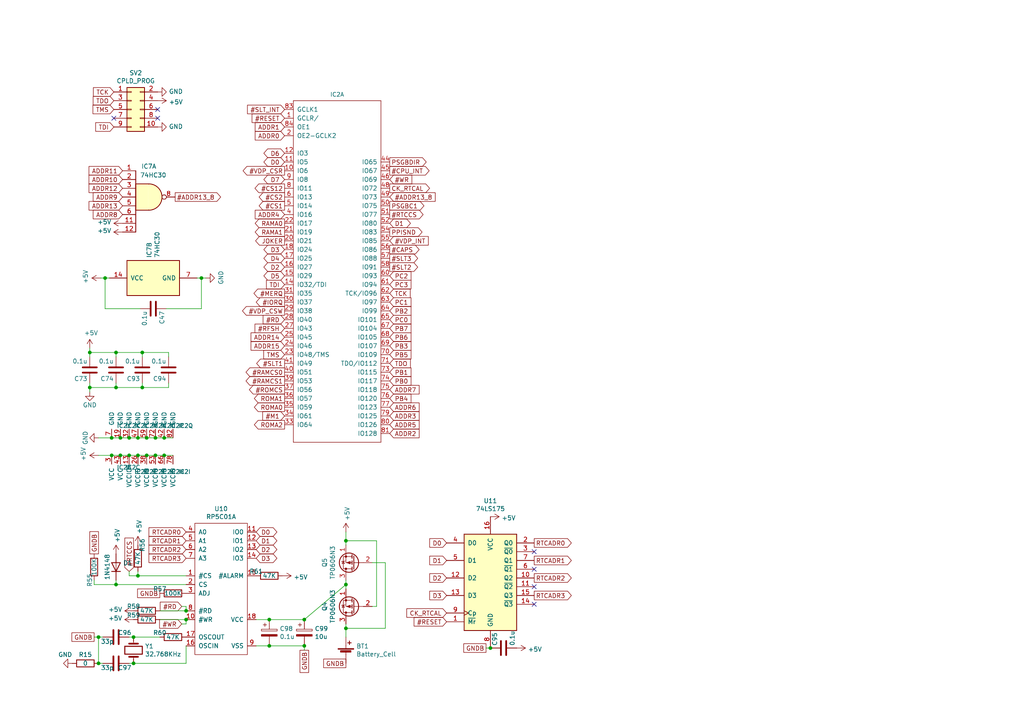
<source format=kicad_sch>
(kicad_sch (version 20211123) (generator eeschema)

  (uuid 7759bcaf-350b-4897-a675-aaf4fb3e75fe)

  (paper "A4")

  (title_block
    (title "RetroconT")
    (date "2020-01-01")
    (rev "v1.0")
    (comment 1 "Original Eagle Cad Version by Kevin Cho, ckevin@hanmail.net")
    (comment 2 "KiCAD by cloudree@naver.com")
    (comment 3 "for Tower Model")
  )

  (lib_symbols
    (symbol "74xx:74LS175" (pin_names (offset 1.016)) (in_bom yes) (on_board yes)
      (property "Reference" "U" (id 0) (at -7.62 13.97 0)
        (effects (font (size 1.27 1.27)))
      )
      (property "Value" "74LS175" (id 1) (at -7.62 -16.51 0)
        (effects (font (size 1.27 1.27)))
      )
      (property "Footprint" "" (id 2) (at 0 0 0)
        (effects (font (size 1.27 1.27)) hide)
      )
      (property "Datasheet" "http://www.ti.com/lit/gpn/sn74LS175" (id 3) (at 0 0 0)
        (effects (font (size 1.27 1.27)) hide)
      )
      (property "ki_locked" "" (id 4) (at 0 0 0)
        (effects (font (size 1.27 1.27)))
      )
      (property "ki_keywords" "TTL REG REG4 DFF" (id 5) (at 0 0 0)
        (effects (font (size 1.27 1.27)) hide)
      )
      (property "ki_description" "4-bit D Flip-Flop, reset" (id 6) (at 0 0 0)
        (effects (font (size 1.27 1.27)) hide)
      )
      (property "ki_fp_filters" "DIP?16*" (id 7) (at 0 0 0)
        (effects (font (size 1.27 1.27)) hide)
      )
      (symbol "74LS175_1_0"
        (pin input line (at -12.7 -12.7 0) (length 5.08)
          (name "~{Mr}" (effects (font (size 1.27 1.27))))
          (number "1" (effects (font (size 1.27 1.27))))
        )
        (pin output line (at 12.7 0 180) (length 5.08)
          (name "Q2" (effects (font (size 1.27 1.27))))
          (number "10" (effects (font (size 1.27 1.27))))
        )
        (pin output line (at 12.7 -2.54 180) (length 5.08)
          (name "~{Q2}" (effects (font (size 1.27 1.27))))
          (number "11" (effects (font (size 1.27 1.27))))
        )
        (pin input line (at -12.7 0 0) (length 5.08)
          (name "D2" (effects (font (size 1.27 1.27))))
          (number "12" (effects (font (size 1.27 1.27))))
        )
        (pin input line (at -12.7 -5.08 0) (length 5.08)
          (name "D3" (effects (font (size 1.27 1.27))))
          (number "13" (effects (font (size 1.27 1.27))))
        )
        (pin output line (at 12.7 -7.62 180) (length 5.08)
          (name "~{Q3}" (effects (font (size 1.27 1.27))))
          (number "14" (effects (font (size 1.27 1.27))))
        )
        (pin output line (at 12.7 -5.08 180) (length 5.08)
          (name "Q3" (effects (font (size 1.27 1.27))))
          (number "15" (effects (font (size 1.27 1.27))))
        )
        (pin power_in line (at 0 17.78 270) (length 5.08)
          (name "VCC" (effects (font (size 1.27 1.27))))
          (number "16" (effects (font (size 1.27 1.27))))
        )
        (pin output line (at 12.7 10.16 180) (length 5.08)
          (name "Q0" (effects (font (size 1.27 1.27))))
          (number "2" (effects (font (size 1.27 1.27))))
        )
        (pin output line (at 12.7 7.62 180) (length 5.08)
          (name "~{Q0}" (effects (font (size 1.27 1.27))))
          (number "3" (effects (font (size 1.27 1.27))))
        )
        (pin input line (at -12.7 10.16 0) (length 5.08)
          (name "D0" (effects (font (size 1.27 1.27))))
          (number "4" (effects (font (size 1.27 1.27))))
        )
        (pin input line (at -12.7 5.08 0) (length 5.08)
          (name "D1" (effects (font (size 1.27 1.27))))
          (number "5" (effects (font (size 1.27 1.27))))
        )
        (pin output line (at 12.7 2.54 180) (length 5.08)
          (name "~{Q1}" (effects (font (size 1.27 1.27))))
          (number "6" (effects (font (size 1.27 1.27))))
        )
        (pin output line (at 12.7 5.08 180) (length 5.08)
          (name "Q1" (effects (font (size 1.27 1.27))))
          (number "7" (effects (font (size 1.27 1.27))))
        )
        (pin power_in line (at 0 -20.32 90) (length 5.08)
          (name "GND" (effects (font (size 1.27 1.27))))
          (number "8" (effects (font (size 1.27 1.27))))
        )
        (pin input clock (at -12.7 -10.16 0) (length 5.08)
          (name "Cp" (effects (font (size 1.27 1.27))))
          (number "9" (effects (font (size 1.27 1.27))))
        )
      )
      (symbol "74LS175_1_1"
        (rectangle (start -7.62 12.7) (end 7.62 -15.24)
          (stroke (width 0.254) (type default) (color 0 0 0 0))
          (fill (type background))
        )
      )
    )
    (symbol "74xx:74LS30" (pin_names (offset 1.016)) (in_bom yes) (on_board yes)
      (property "Reference" "U" (id 0) (at 0 1.27 0)
        (effects (font (size 1.27 1.27)))
      )
      (property "Value" "74LS30" (id 1) (at 0 -1.27 0)
        (effects (font (size 1.27 1.27)))
      )
      (property "Footprint" "" (id 2) (at 0 0 0)
        (effects (font (size 1.27 1.27)) hide)
      )
      (property "Datasheet" "http://www.ti.com/lit/gpn/sn74LS30" (id 3) (at 0 0 0)
        (effects (font (size 1.27 1.27)) hide)
      )
      (property "ki_locked" "" (id 4) (at 0 0 0)
        (effects (font (size 1.27 1.27)))
      )
      (property "ki_keywords" "TTL Nand8" (id 5) (at 0 0 0)
        (effects (font (size 1.27 1.27)) hide)
      )
      (property "ki_description" "8-input NAND" (id 6) (at 0 0 0)
        (effects (font (size 1.27 1.27)) hide)
      )
      (property "ki_fp_filters" "DIP*W7.62mm*" (id 7) (at 0 0 0)
        (effects (font (size 1.27 1.27)) hide)
      )
      (symbol "74LS30_1_1"
        (arc (start 0 -3.81) (mid 3.81 0) (end 0 3.81)
          (stroke (width 0.254) (type default) (color 0 0 0 0))
          (fill (type background))
        )
        (polyline
          (pts
            (xy -3.81 7.62)
            (xy -3.81 -10.16)
          )
          (stroke (width 0.254) (type default) (color 0 0 0 0))
          (fill (type none))
        )
        (polyline
          (pts
            (xy 0 3.81)
            (xy -3.81 3.81)
            (xy -3.81 -3.81)
            (xy 0 -3.81)
          )
          (stroke (width 0.254) (type default) (color 0 0 0 0))
          (fill (type background))
        )
        (pin input line (at -7.62 7.62 0) (length 3.81)
          (name "~" (effects (font (size 1.27 1.27))))
          (number "1" (effects (font (size 1.27 1.27))))
        )
        (pin input line (at -7.62 -7.62 0) (length 3.81)
          (name "~" (effects (font (size 1.27 1.27))))
          (number "11" (effects (font (size 1.27 1.27))))
        )
        (pin input line (at -7.62 -10.16 0) (length 3.81)
          (name "~" (effects (font (size 1.27 1.27))))
          (number "12" (effects (font (size 1.27 1.27))))
        )
        (pin input line (at -7.62 5.08 0) (length 3.81)
          (name "~" (effects (font (size 1.27 1.27))))
          (number "2" (effects (font (size 1.27 1.27))))
        )
        (pin input line (at -7.62 2.54 0) (length 3.81)
          (name "~" (effects (font (size 1.27 1.27))))
          (number "3" (effects (font (size 1.27 1.27))))
        )
        (pin input line (at -7.62 0 0) (length 3.81)
          (name "~" (effects (font (size 1.27 1.27))))
          (number "4" (effects (font (size 1.27 1.27))))
        )
        (pin input line (at -7.62 -2.54 0) (length 3.81)
          (name "~" (effects (font (size 1.27 1.27))))
          (number "5" (effects (font (size 1.27 1.27))))
        )
        (pin input line (at -7.62 -5.08 0) (length 3.81)
          (name "~" (effects (font (size 1.27 1.27))))
          (number "6" (effects (font (size 1.27 1.27))))
        )
        (pin output inverted (at 7.62 0 180) (length 3.81)
          (name "~" (effects (font (size 1.27 1.27))))
          (number "8" (effects (font (size 1.27 1.27))))
        )
      )
      (symbol "74LS30_1_2"
        (arc (start -3.81 -3.81) (mid -2.589 0) (end -3.81 3.81)
          (stroke (width 0.254) (type default) (color 0 0 0 0))
          (fill (type none))
        )
        (arc (start -0.6096 -3.81) (mid 2.1855 -2.584) (end 3.81 0)
          (stroke (width 0.254) (type default) (color 0 0 0 0))
          (fill (type background))
        )
        (polyline
          (pts
            (xy -3.81 -3.81)
            (xy -3.81 -10.16)
          )
          (stroke (width 0.254) (type default) (color 0 0 0 0))
          (fill (type none))
        )
        (polyline
          (pts
            (xy -3.81 -3.81)
            (xy -0.635 -3.81)
          )
          (stroke (width 0.254) (type default) (color 0 0 0 0))
          (fill (type background))
        )
        (polyline
          (pts
            (xy -3.81 3.81)
            (xy -0.635 3.81)
          )
          (stroke (width 0.254) (type default) (color 0 0 0 0))
          (fill (type background))
        )
        (polyline
          (pts
            (xy -3.81 7.62)
            (xy -3.81 3.81)
          )
          (stroke (width 0.254) (type default) (color 0 0 0 0))
          (fill (type none))
        )
        (polyline
          (pts
            (xy -0.635 3.81)
            (xy -3.81 3.81)
            (xy -3.81 3.81)
            (xy -3.556 3.4036)
            (xy -3.0226 2.2606)
            (xy -2.6924 1.0414)
            (xy -2.6162 -0.254)
            (xy -2.7686 -1.4986)
            (xy -3.175 -2.7178)
            (xy -3.81 -3.81)
            (xy -3.81 -3.81)
            (xy -0.635 -3.81)
          )
          (stroke (width -25.4) (type default) (color 0 0 0 0))
          (fill (type background))
        )
        (arc (start 3.81 0) (mid 2.1928 2.5925) (end -0.6096 3.81)
          (stroke (width 0.254) (type default) (color 0 0 0 0))
          (fill (type background))
        )
        (pin input inverted (at -7.62 7.62 0) (length 3.81)
          (name "~" (effects (font (size 1.27 1.27))))
          (number "1" (effects (font (size 1.27 1.27))))
        )
        (pin input inverted (at -7.62 -7.62 0) (length 3.81)
          (name "~" (effects (font (size 1.27 1.27))))
          (number "11" (effects (font (size 1.27 1.27))))
        )
        (pin input inverted (at -7.62 -10.16 0) (length 3.81)
          (name "~" (effects (font (size 1.27 1.27))))
          (number "12" (effects (font (size 1.27 1.27))))
        )
        (pin input inverted (at -7.62 5.08 0) (length 3.81)
          (name "~" (effects (font (size 1.27 1.27))))
          (number "2" (effects (font (size 1.27 1.27))))
        )
        (pin input inverted (at -7.62 2.54 0) (length 4.5466)
          (name "~" (effects (font (size 1.27 1.27))))
          (number "3" (effects (font (size 1.27 1.27))))
        )
        (pin input inverted (at -7.62 0 0) (length 5.08)
          (name "~" (effects (font (size 1.27 1.27))))
          (number "4" (effects (font (size 1.27 1.27))))
        )
        (pin input inverted (at -7.62 -2.54 0) (length 4.5466)
          (name "~" (effects (font (size 1.27 1.27))))
          (number "5" (effects (font (size 1.27 1.27))))
        )
        (pin input inverted (at -7.62 -5.08 0) (length 3.81)
          (name "~" (effects (font (size 1.27 1.27))))
          (number "6" (effects (font (size 1.27 1.27))))
        )
        (pin output line (at 7.62 0 180) (length 3.81)
          (name "~" (effects (font (size 1.27 1.27))))
          (number "8" (effects (font (size 1.27 1.27))))
        )
      )
      (symbol "74LS30_2_0"
        (pin power_in line (at 0 12.7 270) (length 5.08)
          (name "VCC" (effects (font (size 1.27 1.27))))
          (number "14" (effects (font (size 1.27 1.27))))
        )
        (pin power_in line (at 0 -12.7 90) (length 5.08)
          (name "GND" (effects (font (size 1.27 1.27))))
          (number "7" (effects (font (size 1.27 1.27))))
        )
      )
      (symbol "74LS30_2_1"
        (rectangle (start -5.08 7.62) (end 5.08 -7.62)
          (stroke (width 0.254) (type default) (color 0 0 0 0))
          (fill (type background))
        )
      )
    )
    (symbol "Connector_Generic:Conn_02x05_Odd_Even" (pin_names (offset 1.016) hide) (in_bom yes) (on_board yes)
      (property "Reference" "J" (id 0) (at 1.27 7.62 0)
        (effects (font (size 1.27 1.27)))
      )
      (property "Value" "Conn_02x05_Odd_Even" (id 1) (at 1.27 -7.62 0)
        (effects (font (size 1.27 1.27)))
      )
      (property "Footprint" "" (id 2) (at 0 0 0)
        (effects (font (size 1.27 1.27)) hide)
      )
      (property "Datasheet" "~" (id 3) (at 0 0 0)
        (effects (font (size 1.27 1.27)) hide)
      )
      (property "ki_keywords" "connector" (id 4) (at 0 0 0)
        (effects (font (size 1.27 1.27)) hide)
      )
      (property "ki_description" "Generic connector, double row, 02x05, odd/even pin numbering scheme (row 1 odd numbers, row 2 even numbers), script generated (kicad-library-utils/schlib/autogen/connector/)" (id 5) (at 0 0 0)
        (effects (font (size 1.27 1.27)) hide)
      )
      (property "ki_fp_filters" "Connector*:*_2x??_*" (id 6) (at 0 0 0)
        (effects (font (size 1.27 1.27)) hide)
      )
      (symbol "Conn_02x05_Odd_Even_1_1"
        (rectangle (start -1.27 -4.953) (end 0 -5.207)
          (stroke (width 0.1524) (type default) (color 0 0 0 0))
          (fill (type none))
        )
        (rectangle (start -1.27 -2.413) (end 0 -2.667)
          (stroke (width 0.1524) (type default) (color 0 0 0 0))
          (fill (type none))
        )
        (rectangle (start -1.27 0.127) (end 0 -0.127)
          (stroke (width 0.1524) (type default) (color 0 0 0 0))
          (fill (type none))
        )
        (rectangle (start -1.27 2.667) (end 0 2.413)
          (stroke (width 0.1524) (type default) (color 0 0 0 0))
          (fill (type none))
        )
        (rectangle (start -1.27 5.207) (end 0 4.953)
          (stroke (width 0.1524) (type default) (color 0 0 0 0))
          (fill (type none))
        )
        (rectangle (start -1.27 6.35) (end 3.81 -6.35)
          (stroke (width 0.254) (type default) (color 0 0 0 0))
          (fill (type background))
        )
        (rectangle (start 3.81 -4.953) (end 2.54 -5.207)
          (stroke (width 0.1524) (type default) (color 0 0 0 0))
          (fill (type none))
        )
        (rectangle (start 3.81 -2.413) (end 2.54 -2.667)
          (stroke (width 0.1524) (type default) (color 0 0 0 0))
          (fill (type none))
        )
        (rectangle (start 3.81 0.127) (end 2.54 -0.127)
          (stroke (width 0.1524) (type default) (color 0 0 0 0))
          (fill (type none))
        )
        (rectangle (start 3.81 2.667) (end 2.54 2.413)
          (stroke (width 0.1524) (type default) (color 0 0 0 0))
          (fill (type none))
        )
        (rectangle (start 3.81 5.207) (end 2.54 4.953)
          (stroke (width 0.1524) (type default) (color 0 0 0 0))
          (fill (type none))
        )
        (pin passive line (at -5.08 5.08 0) (length 3.81)
          (name "Pin_1" (effects (font (size 1.27 1.27))))
          (number "1" (effects (font (size 1.27 1.27))))
        )
        (pin passive line (at 7.62 -5.08 180) (length 3.81)
          (name "Pin_10" (effects (font (size 1.27 1.27))))
          (number "10" (effects (font (size 1.27 1.27))))
        )
        (pin passive line (at 7.62 5.08 180) (length 3.81)
          (name "Pin_2" (effects (font (size 1.27 1.27))))
          (number "2" (effects (font (size 1.27 1.27))))
        )
        (pin passive line (at -5.08 2.54 0) (length 3.81)
          (name "Pin_3" (effects (font (size 1.27 1.27))))
          (number "3" (effects (font (size 1.27 1.27))))
        )
        (pin passive line (at 7.62 2.54 180) (length 3.81)
          (name "Pin_4" (effects (font (size 1.27 1.27))))
          (number "4" (effects (font (size 1.27 1.27))))
        )
        (pin passive line (at -5.08 0 0) (length 3.81)
          (name "Pin_5" (effects (font (size 1.27 1.27))))
          (number "5" (effects (font (size 1.27 1.27))))
        )
        (pin passive line (at 7.62 0 180) (length 3.81)
          (name "Pin_6" (effects (font (size 1.27 1.27))))
          (number "6" (effects (font (size 1.27 1.27))))
        )
        (pin passive line (at -5.08 -2.54 0) (length 3.81)
          (name "Pin_7" (effects (font (size 1.27 1.27))))
          (number "7" (effects (font (size 1.27 1.27))))
        )
        (pin passive line (at 7.62 -2.54 180) (length 3.81)
          (name "Pin_8" (effects (font (size 1.27 1.27))))
          (number "8" (effects (font (size 1.27 1.27))))
        )
        (pin passive line (at -5.08 -5.08 0) (length 3.81)
          (name "Pin_9" (effects (font (size 1.27 1.27))))
          (number "9" (effects (font (size 1.27 1.27))))
        )
      )
    )
    (symbol "Device:Battery_Cell" (pin_numbers hide) (pin_names (offset 0) hide) (in_bom yes) (on_board yes)
      (property "Reference" "BT" (id 0) (at 2.54 2.54 0)
        (effects (font (size 1.27 1.27)) (justify left))
      )
      (property "Value" "Battery_Cell" (id 1) (at 2.54 0 0)
        (effects (font (size 1.27 1.27)) (justify left))
      )
      (property "Footprint" "" (id 2) (at 0 1.524 90)
        (effects (font (size 1.27 1.27)) hide)
      )
      (property "Datasheet" "~" (id 3) (at 0 1.524 90)
        (effects (font (size 1.27 1.27)) hide)
      )
      (property "ki_keywords" "battery cell" (id 4) (at 0 0 0)
        (effects (font (size 1.27 1.27)) hide)
      )
      (property "ki_description" "Single-cell battery" (id 5) (at 0 0 0)
        (effects (font (size 1.27 1.27)) hide)
      )
      (symbol "Battery_Cell_0_1"
        (rectangle (start -2.286 1.778) (end 2.286 1.524)
          (stroke (width 0) (type default) (color 0 0 0 0))
          (fill (type outline))
        )
        (rectangle (start -1.5748 1.1938) (end 1.4732 0.6858)
          (stroke (width 0) (type default) (color 0 0 0 0))
          (fill (type outline))
        )
        (polyline
          (pts
            (xy 0 0.762)
            (xy 0 0)
          )
          (stroke (width 0) (type default) (color 0 0 0 0))
          (fill (type none))
        )
        (polyline
          (pts
            (xy 0 1.778)
            (xy 0 2.54)
          )
          (stroke (width 0) (type default) (color 0 0 0 0))
          (fill (type none))
        )
        (polyline
          (pts
            (xy 0.508 3.429)
            (xy 1.524 3.429)
          )
          (stroke (width 0.254) (type default) (color 0 0 0 0))
          (fill (type none))
        )
        (polyline
          (pts
            (xy 1.016 3.937)
            (xy 1.016 2.921)
          )
          (stroke (width 0.254) (type default) (color 0 0 0 0))
          (fill (type none))
        )
      )
      (symbol "Battery_Cell_1_1"
        (pin passive line (at 0 5.08 270) (length 2.54)
          (name "+" (effects (font (size 1.27 1.27))))
          (number "1" (effects (font (size 1.27 1.27))))
        )
        (pin passive line (at 0 -2.54 90) (length 2.54)
          (name "-" (effects (font (size 1.27 1.27))))
          (number "2" (effects (font (size 1.27 1.27))))
        )
      )
    )
    (symbol "Device:C" (pin_numbers hide) (pin_names (offset 0.254)) (in_bom yes) (on_board yes)
      (property "Reference" "C" (id 0) (at 0.635 2.54 0)
        (effects (font (size 1.27 1.27)) (justify left))
      )
      (property "Value" "C" (id 1) (at 0.635 -2.54 0)
        (effects (font (size 1.27 1.27)) (justify left))
      )
      (property "Footprint" "" (id 2) (at 0.9652 -3.81 0)
        (effects (font (size 1.27 1.27)) hide)
      )
      (property "Datasheet" "~" (id 3) (at 0 0 0)
        (effects (font (size 1.27 1.27)) hide)
      )
      (property "ki_keywords" "cap capacitor" (id 4) (at 0 0 0)
        (effects (font (size 1.27 1.27)) hide)
      )
      (property "ki_description" "Unpolarized capacitor" (id 5) (at 0 0 0)
        (effects (font (size 1.27 1.27)) hide)
      )
      (property "ki_fp_filters" "C_*" (id 6) (at 0 0 0)
        (effects (font (size 1.27 1.27)) hide)
      )
      (symbol "C_0_1"
        (polyline
          (pts
            (xy -2.032 -0.762)
            (xy 2.032 -0.762)
          )
          (stroke (width 0.508) (type default) (color 0 0 0 0))
          (fill (type none))
        )
        (polyline
          (pts
            (xy -2.032 0.762)
            (xy 2.032 0.762)
          )
          (stroke (width 0.508) (type default) (color 0 0 0 0))
          (fill (type none))
        )
      )
      (symbol "C_1_1"
        (pin passive line (at 0 3.81 270) (length 2.794)
          (name "~" (effects (font (size 1.27 1.27))))
          (number "1" (effects (font (size 1.27 1.27))))
        )
        (pin passive line (at 0 -3.81 90) (length 2.794)
          (name "~" (effects (font (size 1.27 1.27))))
          (number "2" (effects (font (size 1.27 1.27))))
        )
      )
    )
    (symbol "Device:CP" (pin_numbers hide) (pin_names (offset 0.254)) (in_bom yes) (on_board yes)
      (property "Reference" "C" (id 0) (at 0.635 2.54 0)
        (effects (font (size 1.27 1.27)) (justify left))
      )
      (property "Value" "Device_CP" (id 1) (at 0.635 -2.54 0)
        (effects (font (size 1.27 1.27)) (justify left))
      )
      (property "Footprint" "" (id 2) (at 0.9652 -3.81 0)
        (effects (font (size 1.27 1.27)) hide)
      )
      (property "Datasheet" "" (id 3) (at 0 0 0)
        (effects (font (size 1.27 1.27)) hide)
      )
      (property "ki_fp_filters" "CP_*" (id 4) (at 0 0 0)
        (effects (font (size 1.27 1.27)) hide)
      )
      (symbol "CP_0_1"
        (rectangle (start -2.286 0.508) (end 2.286 1.016)
          (stroke (width 0) (type default) (color 0 0 0 0))
          (fill (type none))
        )
        (polyline
          (pts
            (xy -1.778 2.286)
            (xy -0.762 2.286)
          )
          (stroke (width 0) (type default) (color 0 0 0 0))
          (fill (type none))
        )
        (polyline
          (pts
            (xy -1.27 2.794)
            (xy -1.27 1.778)
          )
          (stroke (width 0) (type default) (color 0 0 0 0))
          (fill (type none))
        )
        (rectangle (start 2.286 -0.508) (end -2.286 -1.016)
          (stroke (width 0) (type default) (color 0 0 0 0))
          (fill (type outline))
        )
      )
      (symbol "CP_1_1"
        (pin passive line (at 0 3.81 270) (length 2.794)
          (name "~" (effects (font (size 1.27 1.27))))
          (number "1" (effects (font (size 1.27 1.27))))
        )
        (pin passive line (at 0 -3.81 90) (length 2.794)
          (name "~" (effects (font (size 1.27 1.27))))
          (number "2" (effects (font (size 1.27 1.27))))
        )
      )
    )
    (symbol "Device:Crystal" (pin_numbers hide) (pin_names (offset 1.016) hide) (in_bom yes) (on_board yes)
      (property "Reference" "Y" (id 0) (at 0 3.81 0)
        (effects (font (size 1.27 1.27)))
      )
      (property "Value" "Crystal" (id 1) (at 0 -3.81 0)
        (effects (font (size 1.27 1.27)))
      )
      (property "Footprint" "" (id 2) (at 0 0 0)
        (effects (font (size 1.27 1.27)) hide)
      )
      (property "Datasheet" "~" (id 3) (at 0 0 0)
        (effects (font (size 1.27 1.27)) hide)
      )
      (property "ki_keywords" "quartz ceramic resonator oscillator" (id 4) (at 0 0 0)
        (effects (font (size 1.27 1.27)) hide)
      )
      (property "ki_description" "Two pin crystal" (id 5) (at 0 0 0)
        (effects (font (size 1.27 1.27)) hide)
      )
      (property "ki_fp_filters" "Crystal*" (id 6) (at 0 0 0)
        (effects (font (size 1.27 1.27)) hide)
      )
      (symbol "Crystal_0_1"
        (rectangle (start -1.143 2.54) (end 1.143 -2.54)
          (stroke (width 0.3048) (type default) (color 0 0 0 0))
          (fill (type none))
        )
        (polyline
          (pts
            (xy -2.54 0)
            (xy -1.905 0)
          )
          (stroke (width 0) (type default) (color 0 0 0 0))
          (fill (type none))
        )
        (polyline
          (pts
            (xy -1.905 -1.27)
            (xy -1.905 1.27)
          )
          (stroke (width 0.508) (type default) (color 0 0 0 0))
          (fill (type none))
        )
        (polyline
          (pts
            (xy 1.905 -1.27)
            (xy 1.905 1.27)
          )
          (stroke (width 0.508) (type default) (color 0 0 0 0))
          (fill (type none))
        )
        (polyline
          (pts
            (xy 2.54 0)
            (xy 1.905 0)
          )
          (stroke (width 0) (type default) (color 0 0 0 0))
          (fill (type none))
        )
      )
      (symbol "Crystal_1_1"
        (pin passive line (at -3.81 0 0) (length 1.27)
          (name "1" (effects (font (size 1.27 1.27))))
          (number "1" (effects (font (size 1.27 1.27))))
        )
        (pin passive line (at 3.81 0 180) (length 1.27)
          (name "2" (effects (font (size 1.27 1.27))))
          (number "2" (effects (font (size 1.27 1.27))))
        )
      )
    )
    (symbol "Device:D" (pin_numbers hide) (pin_names (offset 1.016) hide) (in_bom yes) (on_board yes)
      (property "Reference" "D" (id 0) (at 0 2.54 0)
        (effects (font (size 1.27 1.27)))
      )
      (property "Value" "D" (id 1) (at 0 -2.54 0)
        (effects (font (size 1.27 1.27)))
      )
      (property "Footprint" "" (id 2) (at 0 0 0)
        (effects (font (size 1.27 1.27)) hide)
      )
      (property "Datasheet" "~" (id 3) (at 0 0 0)
        (effects (font (size 1.27 1.27)) hide)
      )
      (property "ki_keywords" "diode" (id 4) (at 0 0 0)
        (effects (font (size 1.27 1.27)) hide)
      )
      (property "ki_description" "Diode" (id 5) (at 0 0 0)
        (effects (font (size 1.27 1.27)) hide)
      )
      (property "ki_fp_filters" "TO-???* *_Diode_* *SingleDiode* D_*" (id 6) (at 0 0 0)
        (effects (font (size 1.27 1.27)) hide)
      )
      (symbol "D_0_1"
        (polyline
          (pts
            (xy -1.27 1.27)
            (xy -1.27 -1.27)
          )
          (stroke (width 0.254) (type default) (color 0 0 0 0))
          (fill (type none))
        )
        (polyline
          (pts
            (xy 1.27 0)
            (xy -1.27 0)
          )
          (stroke (width 0) (type default) (color 0 0 0 0))
          (fill (type none))
        )
        (polyline
          (pts
            (xy 1.27 1.27)
            (xy 1.27 -1.27)
            (xy -1.27 0)
            (xy 1.27 1.27)
          )
          (stroke (width 0.254) (type default) (color 0 0 0 0))
          (fill (type none))
        )
      )
      (symbol "D_1_1"
        (pin passive line (at -3.81 0 0) (length 2.54)
          (name "K" (effects (font (size 1.27 1.27))))
          (number "1" (effects (font (size 1.27 1.27))))
        )
        (pin passive line (at 3.81 0 180) (length 2.54)
          (name "A" (effects (font (size 1.27 1.27))))
          (number "2" (effects (font (size 1.27 1.27))))
        )
      )
    )
    (symbol "Device:Q_PMOS_SGD" (pin_names (offset 0) hide) (in_bom yes) (on_board yes)
      (property "Reference" "Q" (id 0) (at 5.08 1.27 0)
        (effects (font (size 1.27 1.27)) (justify left))
      )
      (property "Value" "Q_PMOS_SGD" (id 1) (at 5.08 -1.27 0)
        (effects (font (size 1.27 1.27)) (justify left))
      )
      (property "Footprint" "" (id 2) (at 5.08 2.54 0)
        (effects (font (size 1.27 1.27)) hide)
      )
      (property "Datasheet" "~" (id 3) (at 0 0 0)
        (effects (font (size 1.27 1.27)) hide)
      )
      (property "ki_keywords" "transistor PMOS P-MOS P-MOSFET" (id 4) (at 0 0 0)
        (effects (font (size 1.27 1.27)) hide)
      )
      (property "ki_description" "P-MOSFET transistor, source/gate/drain" (id 5) (at 0 0 0)
        (effects (font (size 1.27 1.27)) hide)
      )
      (symbol "Q_PMOS_SGD_0_1"
        (polyline
          (pts
            (xy 0.254 0)
            (xy -2.54 0)
          )
          (stroke (width 0) (type default) (color 0 0 0 0))
          (fill (type none))
        )
        (polyline
          (pts
            (xy 0.254 1.905)
            (xy 0.254 -1.905)
          )
          (stroke (width 0.254) (type default) (color 0 0 0 0))
          (fill (type none))
        )
        (polyline
          (pts
            (xy 0.762 -1.27)
            (xy 0.762 -2.286)
          )
          (stroke (width 0.254) (type default) (color 0 0 0 0))
          (fill (type none))
        )
        (polyline
          (pts
            (xy 0.762 0.508)
            (xy 0.762 -0.508)
          )
          (stroke (width 0.254) (type default) (color 0 0 0 0))
          (fill (type none))
        )
        (polyline
          (pts
            (xy 0.762 2.286)
            (xy 0.762 1.27)
          )
          (stroke (width 0.254) (type default) (color 0 0 0 0))
          (fill (type none))
        )
        (polyline
          (pts
            (xy 2.54 2.54)
            (xy 2.54 1.778)
          )
          (stroke (width 0) (type default) (color 0 0 0 0))
          (fill (type none))
        )
        (polyline
          (pts
            (xy 2.54 -2.54)
            (xy 2.54 0)
            (xy 0.762 0)
          )
          (stroke (width 0) (type default) (color 0 0 0 0))
          (fill (type none))
        )
        (polyline
          (pts
            (xy 0.762 1.778)
            (xy 3.302 1.778)
            (xy 3.302 -1.778)
            (xy 0.762 -1.778)
          )
          (stroke (width 0) (type default) (color 0 0 0 0))
          (fill (type none))
        )
        (polyline
          (pts
            (xy 2.286 0)
            (xy 1.27 0.381)
            (xy 1.27 -0.381)
            (xy 2.286 0)
          )
          (stroke (width 0) (type default) (color 0 0 0 0))
          (fill (type outline))
        )
        (polyline
          (pts
            (xy 2.794 -0.508)
            (xy 2.921 -0.381)
            (xy 3.683 -0.381)
            (xy 3.81 -0.254)
          )
          (stroke (width 0) (type default) (color 0 0 0 0))
          (fill (type none))
        )
        (polyline
          (pts
            (xy 3.302 -0.381)
            (xy 2.921 0.254)
            (xy 3.683 0.254)
            (xy 3.302 -0.381)
          )
          (stroke (width 0) (type default) (color 0 0 0 0))
          (fill (type none))
        )
        (circle (center 1.651 0) (radius 2.794)
          (stroke (width 0.254) (type default) (color 0 0 0 0))
          (fill (type none))
        )
        (circle (center 2.54 -1.778) (radius 0.254)
          (stroke (width 0) (type default) (color 0 0 0 0))
          (fill (type outline))
        )
        (circle (center 2.54 1.778) (radius 0.254)
          (stroke (width 0) (type default) (color 0 0 0 0))
          (fill (type outline))
        )
      )
      (symbol "Q_PMOS_SGD_1_1"
        (pin passive line (at 2.54 -5.08 90) (length 2.54)
          (name "S" (effects (font (size 1.27 1.27))))
          (number "1" (effects (font (size 1.27 1.27))))
        )
        (pin input line (at -5.08 0 0) (length 2.54)
          (name "G" (effects (font (size 1.27 1.27))))
          (number "2" (effects (font (size 1.27 1.27))))
        )
        (pin passive line (at 2.54 5.08 270) (length 2.54)
          (name "D" (effects (font (size 1.27 1.27))))
          (number "3" (effects (font (size 1.27 1.27))))
        )
      )
    )
    (symbol "Device:R" (pin_numbers hide) (pin_names (offset 0)) (in_bom yes) (on_board yes)
      (property "Reference" "R" (id 0) (at 2.032 0 90)
        (effects (font (size 1.27 1.27)))
      )
      (property "Value" "R" (id 1) (at 0 0 90)
        (effects (font (size 1.27 1.27)))
      )
      (property "Footprint" "" (id 2) (at -1.778 0 90)
        (effects (font (size 1.27 1.27)) hide)
      )
      (property "Datasheet" "~" (id 3) (at 0 0 0)
        (effects (font (size 1.27 1.27)) hide)
      )
      (property "ki_keywords" "R res resistor" (id 4) (at 0 0 0)
        (effects (font (size 1.27 1.27)) hide)
      )
      (property "ki_description" "Resistor" (id 5) (at 0 0 0)
        (effects (font (size 1.27 1.27)) hide)
      )
      (property "ki_fp_filters" "R_*" (id 6) (at 0 0 0)
        (effects (font (size 1.27 1.27)) hide)
      )
      (symbol "R_0_1"
        (rectangle (start -1.016 -2.54) (end 1.016 2.54)
          (stroke (width 0.254) (type default) (color 0 0 0 0))
          (fill (type none))
        )
      )
      (symbol "R_1_1"
        (pin passive line (at 0 3.81 270) (length 1.27)
          (name "~" (effects (font (size 1.27 1.27))))
          (number "1" (effects (font (size 1.27 1.27))))
        )
        (pin passive line (at 0 -3.81 90) (length 1.27)
          (name "~" (effects (font (size 1.27 1.27))))
          (number "2" (effects (font (size 1.27 1.27))))
        )
      )
    )
    (symbol "RetroConT-rescue:EPM7128-J84SOC-RetroCon-eagle-import-RetroCon-rescue" (pin_names (offset 1.016)) (in_bom yes) (on_board yes)
      (property "Reference" "IC" (id 0) (at 0.635 6.985 90)
        (effects (font (size 1.1938 1.1938)) (justify left bottom))
      )
      (property "Value" "EPM7128-J84SOC-RetroCon-eagle-import-RetroCon-rescue" (id 1) (at -12.7 -55.88 0)
        (effects (font (size 1.4986 1.4986)) (justify left bottom) hide)
      )
      (property "Footprint" "" (id 2) (at 0 0 0)
        (effects (font (size 1.27 1.27)) hide)
      )
      (property "Datasheet" "" (id 3) (at 0 0 0)
        (effects (font (size 1.27 1.27)) hide)
      )
      (property "ki_locked" "" (id 4) (at 0 0 0)
        (effects (font (size 1.27 1.27)))
      )
      (symbol "EPM7128-J84SOC-RetroCon-eagle-import-RetroCon-rescue_1_0"
        (polyline
          (pts
            (xy -12.7 -53.34)
            (xy 12.7 -53.34)
          )
          (stroke (width 0) (type default) (color 0 0 0 0))
          (fill (type none))
        )
        (polyline
          (pts
            (xy -12.7 45.72)
            (xy -12.7 -53.34)
          )
          (stroke (width 0) (type default) (color 0 0 0 0))
          (fill (type none))
        )
        (polyline
          (pts
            (xy 12.7 -53.34)
            (xy 12.7 45.72)
          )
          (stroke (width 0) (type default) (color 0 0 0 0))
          (fill (type none))
        )
        (polyline
          (pts
            (xy 12.7 45.72)
            (xy -12.7 45.72)
          )
          (stroke (width 0) (type default) (color 0 0 0 0))
          (fill (type none))
        )
        (pin input line (at -15.24 40.64 0) (length 2.54)
          (name "GCLR/" (effects (font (size 1.27 1.27))))
          (number "1" (effects (font (size 1.27 1.27))))
        )
        (pin bidirectional line (at -15.24 25.4 0) (length 2.54)
          (name "IO6" (effects (font (size 1.27 1.27))))
          (number "10" (effects (font (size 1.27 1.27))))
        )
        (pin bidirectional line (at -15.24 27.94 0) (length 2.54)
          (name "IO5" (effects (font (size 1.27 1.27))))
          (number "11" (effects (font (size 1.27 1.27))))
        )
        (pin bidirectional line (at -15.24 30.48 0) (length 2.54)
          (name "IO3" (effects (font (size 1.27 1.27))))
          (number "12" (effects (font (size 1.27 1.27))))
        )
        (pin bidirectional line (at -15.24 -7.62 0) (length 2.54)
          (name "IO32/TDI" (effects (font (size 1.27 1.27))))
          (number "14" (effects (font (size 1.27 1.27))))
        )
        (pin bidirectional line (at -15.24 -5.08 0) (length 2.54)
          (name "IO29" (effects (font (size 1.27 1.27))))
          (number "15" (effects (font (size 1.27 1.27))))
        )
        (pin bidirectional line (at -15.24 -2.54 0) (length 2.54)
          (name "IO27" (effects (font (size 1.27 1.27))))
          (number "16" (effects (font (size 1.27 1.27))))
        )
        (pin bidirectional line (at -15.24 0 0) (length 2.54)
          (name "IO25" (effects (font (size 1.27 1.27))))
          (number "17" (effects (font (size 1.27 1.27))))
        )
        (pin bidirectional line (at -15.24 2.54 0) (length 2.54)
          (name "IO24" (effects (font (size 1.27 1.27))))
          (number "18" (effects (font (size 1.27 1.27))))
        )
        (pin input line (at -15.24 35.56 0) (length 2.54)
          (name "OE2-GCLK2" (effects (font (size 1.27 1.27))))
          (number "2" (effects (font (size 1.27 1.27))))
        )
        (pin bidirectional line (at -15.24 5.08 0) (length 2.54)
          (name "IO21" (effects (font (size 1.27 1.27))))
          (number "20" (effects (font (size 1.27 1.27))))
        )
        (pin bidirectional line (at -15.24 7.62 0) (length 2.54)
          (name "IO19" (effects (font (size 1.27 1.27))))
          (number "21" (effects (font (size 1.27 1.27))))
        )
        (pin bidirectional line (at -15.24 10.16 0) (length 2.54)
          (name "IO17" (effects (font (size 1.27 1.27))))
          (number "22" (effects (font (size 1.27 1.27))))
        )
        (pin bidirectional line (at -15.24 -27.94 0) (length 2.54)
          (name "IO48/TMS" (effects (font (size 1.27 1.27))))
          (number "23" (effects (font (size 1.27 1.27))))
        )
        (pin bidirectional line (at -15.24 -25.4 0) (length 2.54)
          (name "IO46" (effects (font (size 1.27 1.27))))
          (number "24" (effects (font (size 1.27 1.27))))
        )
        (pin bidirectional line (at -15.24 -22.86 0) (length 2.54)
          (name "IO45" (effects (font (size 1.27 1.27))))
          (number "25" (effects (font (size 1.27 1.27))))
        )
        (pin bidirectional line (at -15.24 -20.32 0) (length 2.54)
          (name "IO43" (effects (font (size 1.27 1.27))))
          (number "27" (effects (font (size 1.27 1.27))))
        )
        (pin bidirectional line (at -15.24 -17.78 0) (length 2.54)
          (name "IO40" (effects (font (size 1.27 1.27))))
          (number "28" (effects (font (size 1.27 1.27))))
        )
        (pin bidirectional line (at -15.24 -15.24 0) (length 2.54)
          (name "IO38" (effects (font (size 1.27 1.27))))
          (number "29" (effects (font (size 1.27 1.27))))
        )
        (pin bidirectional line (at -15.24 -12.7 0) (length 2.54)
          (name "IO37" (effects (font (size 1.27 1.27))))
          (number "30" (effects (font (size 1.27 1.27))))
        )
        (pin bidirectional line (at -15.24 -10.16 0) (length 2.54)
          (name "IO35" (effects (font (size 1.27 1.27))))
          (number "31" (effects (font (size 1.27 1.27))))
        )
        (pin bidirectional line (at -15.24 -48.26 0) (length 2.54)
          (name "IO64" (effects (font (size 1.27 1.27))))
          (number "33" (effects (font (size 1.27 1.27))))
        )
        (pin bidirectional line (at -15.24 -45.72 0) (length 2.54)
          (name "IO61" (effects (font (size 1.27 1.27))))
          (number "34" (effects (font (size 1.27 1.27))))
        )
        (pin bidirectional line (at -15.24 -43.18 0) (length 2.54)
          (name "IO59" (effects (font (size 1.27 1.27))))
          (number "35" (effects (font (size 1.27 1.27))))
        )
        (pin bidirectional line (at -15.24 -40.64 0) (length 2.54)
          (name "IO57" (effects (font (size 1.27 1.27))))
          (number "36" (effects (font (size 1.27 1.27))))
        )
        (pin bidirectional line (at -15.24 -38.1 0) (length 2.54)
          (name "IO56" (effects (font (size 1.27 1.27))))
          (number "37" (effects (font (size 1.27 1.27))))
        )
        (pin bidirectional line (at -15.24 -35.56 0) (length 2.54)
          (name "IO53" (effects (font (size 1.27 1.27))))
          (number "39" (effects (font (size 1.27 1.27))))
        )
        (pin bidirectional line (at -15.24 12.7 0) (length 2.54)
          (name "IO16" (effects (font (size 1.27 1.27))))
          (number "4" (effects (font (size 1.27 1.27))))
        )
        (pin bidirectional line (at -15.24 -33.02 0) (length 2.54)
          (name "IO51" (effects (font (size 1.27 1.27))))
          (number "40" (effects (font (size 1.27 1.27))))
        )
        (pin bidirectional line (at -15.24 -30.48 0) (length 2.54)
          (name "IO49" (effects (font (size 1.27 1.27))))
          (number "41" (effects (font (size 1.27 1.27))))
        )
        (pin bidirectional line (at 15.24 27.94 180) (length 2.54)
          (name "IO65" (effects (font (size 1.27 1.27))))
          (number "44" (effects (font (size 1.27 1.27))))
        )
        (pin bidirectional line (at 15.24 25.4 180) (length 2.54)
          (name "IO67" (effects (font (size 1.27 1.27))))
          (number "45" (effects (font (size 1.27 1.27))))
        )
        (pin bidirectional line (at 15.24 22.86 180) (length 2.54)
          (name "IO69" (effects (font (size 1.27 1.27))))
          (number "46" (effects (font (size 1.27 1.27))))
        )
        (pin bidirectional line (at 15.24 20.32 180) (length 2.54)
          (name "IO72" (effects (font (size 1.27 1.27))))
          (number "48" (effects (font (size 1.27 1.27))))
        )
        (pin bidirectional line (at 15.24 17.78 180) (length 2.54)
          (name "IO73" (effects (font (size 1.27 1.27))))
          (number "49" (effects (font (size 1.27 1.27))))
        )
        (pin bidirectional line (at -15.24 15.24 0) (length 2.54)
          (name "IO14" (effects (font (size 1.27 1.27))))
          (number "5" (effects (font (size 1.27 1.27))))
        )
        (pin bidirectional line (at 15.24 15.24 180) (length 2.54)
          (name "IO75" (effects (font (size 1.27 1.27))))
          (number "50" (effects (font (size 1.27 1.27))))
        )
        (pin bidirectional line (at 15.24 12.7 180) (length 2.54)
          (name "IO77" (effects (font (size 1.27 1.27))))
          (number "51" (effects (font (size 1.27 1.27))))
        )
        (pin bidirectional line (at 15.24 10.16 180) (length 2.54)
          (name "IO80" (effects (font (size 1.27 1.27))))
          (number "52" (effects (font (size 1.27 1.27))))
        )
        (pin bidirectional line (at 15.24 7.62 180) (length 2.54)
          (name "IO83" (effects (font (size 1.27 1.27))))
          (number "54" (effects (font (size 1.27 1.27))))
        )
        (pin bidirectional line (at 15.24 5.08 180) (length 2.54)
          (name "IO85" (effects (font (size 1.27 1.27))))
          (number "55" (effects (font (size 1.27 1.27))))
        )
        (pin bidirectional line (at 15.24 2.54 180) (length 2.54)
          (name "IO86" (effects (font (size 1.27 1.27))))
          (number "56" (effects (font (size 1.27 1.27))))
        )
        (pin bidirectional line (at 15.24 0 180) (length 2.54)
          (name "IO88" (effects (font (size 1.27 1.27))))
          (number "57" (effects (font (size 1.27 1.27))))
        )
        (pin bidirectional line (at 15.24 -2.54 180) (length 2.54)
          (name "IO91" (effects (font (size 1.27 1.27))))
          (number "58" (effects (font (size 1.27 1.27))))
        )
        (pin bidirectional line (at -15.24 17.78 0) (length 2.54)
          (name "IO13" (effects (font (size 1.27 1.27))))
          (number "6" (effects (font (size 1.27 1.27))))
        )
        (pin bidirectional line (at 15.24 -5.08 180) (length 2.54)
          (name "IO93" (effects (font (size 1.27 1.27))))
          (number "60" (effects (font (size 1.27 1.27))))
        )
        (pin bidirectional line (at 15.24 -7.62 180) (length 2.54)
          (name "IO94" (effects (font (size 1.27 1.27))))
          (number "61" (effects (font (size 1.27 1.27))))
        )
        (pin bidirectional line (at 15.24 -10.16 180) (length 2.54)
          (name "TCK/IO96" (effects (font (size 1.27 1.27))))
          (number "62" (effects (font (size 1.27 1.27))))
        )
        (pin bidirectional line (at 15.24 -12.7 180) (length 2.54)
          (name "IO97" (effects (font (size 1.27 1.27))))
          (number "63" (effects (font (size 1.27 1.27))))
        )
        (pin bidirectional line (at 15.24 -15.24 180) (length 2.54)
          (name "IO99" (effects (font (size 1.27 1.27))))
          (number "64" (effects (font (size 1.27 1.27))))
        )
        (pin bidirectional line (at 15.24 -17.78 180) (length 2.54)
          (name "IO101" (effects (font (size 1.27 1.27))))
          (number "65" (effects (font (size 1.27 1.27))))
        )
        (pin bidirectional line (at 15.24 -20.32 180) (length 2.54)
          (name "IO104" (effects (font (size 1.27 1.27))))
          (number "67" (effects (font (size 1.27 1.27))))
        )
        (pin bidirectional line (at 15.24 -22.86 180) (length 2.54)
          (name "IO105" (effects (font (size 1.27 1.27))))
          (number "68" (effects (font (size 1.27 1.27))))
        )
        (pin bidirectional line (at 15.24 -25.4 180) (length 2.54)
          (name "IO107" (effects (font (size 1.27 1.27))))
          (number "69" (effects (font (size 1.27 1.27))))
        )
        (pin bidirectional line (at 15.24 -27.94 180) (length 2.54)
          (name "IO109" (effects (font (size 1.27 1.27))))
          (number "70" (effects (font (size 1.27 1.27))))
        )
        (pin bidirectional line (at 15.24 -30.48 180) (length 2.54)
          (name "TDO/IO112" (effects (font (size 1.27 1.27))))
          (number "71" (effects (font (size 1.27 1.27))))
        )
        (pin bidirectional line (at 15.24 -33.02 180) (length 2.54)
          (name "IO115" (effects (font (size 1.27 1.27))))
          (number "73" (effects (font (size 1.27 1.27))))
        )
        (pin bidirectional line (at 15.24 -35.56 180) (length 2.54)
          (name "IO117" (effects (font (size 1.27 1.27))))
          (number "74" (effects (font (size 1.27 1.27))))
        )
        (pin bidirectional line (at 15.24 -38.1 180) (length 2.54)
          (name "IO118" (effects (font (size 1.27 1.27))))
          (number "75" (effects (font (size 1.27 1.27))))
        )
        (pin bidirectional line (at 15.24 -40.64 180) (length 2.54)
          (name "IO120" (effects (font (size 1.27 1.27))))
          (number "76" (effects (font (size 1.27 1.27))))
        )
        (pin bidirectional line (at 15.24 -43.18 180) (length 2.54)
          (name "IO123" (effects (font (size 1.27 1.27))))
          (number "77" (effects (font (size 1.27 1.27))))
        )
        (pin bidirectional line (at 15.24 -45.72 180) (length 2.54)
          (name "IO125" (effects (font (size 1.27 1.27))))
          (number "79" (effects (font (size 1.27 1.27))))
        )
        (pin bidirectional line (at -15.24 20.32 0) (length 2.54)
          (name "IO11" (effects (font (size 1.27 1.27))))
          (number "8" (effects (font (size 1.27 1.27))))
        )
        (pin bidirectional line (at 15.24 -48.26 180) (length 2.54)
          (name "IO126" (effects (font (size 1.27 1.27))))
          (number "80" (effects (font (size 1.27 1.27))))
        )
        (pin bidirectional line (at 15.24 -50.8 180) (length 2.54)
          (name "IO128" (effects (font (size 1.27 1.27))))
          (number "81" (effects (font (size 1.27 1.27))))
        )
        (pin input line (at -15.24 43.18 0) (length 2.54)
          (name "GCLK1" (effects (font (size 1.27 1.27))))
          (number "83" (effects (font (size 1.27 1.27))))
        )
        (pin input line (at -15.24 38.1 0) (length 2.54)
          (name "OE1" (effects (font (size 1.27 1.27))))
          (number "84" (effects (font (size 1.27 1.27))))
        )
        (pin bidirectional line (at -15.24 22.86 0) (length 2.54)
          (name "IO8" (effects (font (size 1.27 1.27))))
          (number "9" (effects (font (size 1.27 1.27))))
        )
      )
      (symbol "EPM7128-J84SOC-RetroCon-eagle-import-RetroCon-rescue_2_0"
        (pin power_in line (at 0 2.54 270) (length 2.54)
          (name "VCC" (effects (font (size 1.27 1.27))))
          (number "3" (effects (font (size 1.27 1.27))))
        )
      )
      (symbol "EPM7128-J84SOC-RetroCon-eagle-import-RetroCon-rescue_3_0"
        (pin power_in line (at 0 2.54 270) (length 2.54)
          (name "VCC" (effects (font (size 1.27 1.27))))
          (number "43" (effects (font (size 1.27 1.27))))
        )
      )
      (symbol "EPM7128-J84SOC-RetroCon-eagle-import-RetroCon-rescue_4_0"
        (pin power_in line (at 0 2.54 270) (length 2.54)
          (name "VCCIO" (effects (font (size 1.27 1.27))))
          (number "13" (effects (font (size 1.27 1.27))))
        )
      )
      (symbol "EPM7128-J84SOC-RetroCon-eagle-import-RetroCon-rescue_5_0"
        (pin power_in line (at 0 2.54 270) (length 2.54)
          (name "VCCIO" (effects (font (size 1.27 1.27))))
          (number "26" (effects (font (size 1.27 1.27))))
        )
      )
      (symbol "EPM7128-J84SOC-RetroCon-eagle-import-RetroCon-rescue_6_0"
        (pin power_in line (at 0 2.54 270) (length 2.54)
          (name "VCCIO" (effects (font (size 1.27 1.27))))
          (number "38" (effects (font (size 1.27 1.27))))
        )
      )
      (symbol "EPM7128-J84SOC-RetroCon-eagle-import-RetroCon-rescue_7_0"
        (pin power_in line (at 0 2.54 270) (length 2.54)
          (name "VCCIO" (effects (font (size 1.27 1.27))))
          (number "53" (effects (font (size 1.27 1.27))))
        )
      )
      (symbol "EPM7128-J84SOC-RetroCon-eagle-import-RetroCon-rescue_8_0"
        (pin power_in line (at 0 2.54 270) (length 2.54)
          (name "VCCIO" (effects (font (size 1.27 1.27))))
          (number "66" (effects (font (size 1.27 1.27))))
        )
      )
      (symbol "EPM7128-J84SOC-RetroCon-eagle-import-RetroCon-rescue_9_0"
        (pin power_in line (at 0 2.54 270) (length 2.54)
          (name "VCCIO" (effects (font (size 1.27 1.27))))
          (number "78" (effects (font (size 1.27 1.27))))
        )
      )
      (symbol "EPM7128-J84SOC-RetroCon-eagle-import-RetroCon-rescue_10_0"
        (pin power_in line (at 0 -2.54 90) (length 2.54)
          (name "GND" (effects (font (size 1.27 1.27))))
          (number "7" (effects (font (size 1.27 1.27))))
        )
      )
      (symbol "EPM7128-J84SOC-RetroCon-eagle-import-RetroCon-rescue_11_0"
        (pin power_in line (at 0 -2.54 90) (length 2.54)
          (name "GND" (effects (font (size 1.27 1.27))))
          (number "19" (effects (font (size 1.27 1.27))))
        )
      )
      (symbol "EPM7128-J84SOC-RetroCon-eagle-import-RetroCon-rescue_12_0"
        (pin power_in line (at 0 -2.54 90) (length 2.54)
          (name "GND" (effects (font (size 1.27 1.27))))
          (number "32" (effects (font (size 1.27 1.27))))
        )
      )
      (symbol "EPM7128-J84SOC-RetroCon-eagle-import-RetroCon-rescue_13_0"
        (pin power_in line (at 0 -2.54 90) (length 2.54)
          (name "GND" (effects (font (size 1.27 1.27))))
          (number "47" (effects (font (size 1.27 1.27))))
        )
      )
      (symbol "EPM7128-J84SOC-RetroCon-eagle-import-RetroCon-rescue_14_0"
        (pin power_in line (at 0 -2.54 90) (length 2.54)
          (name "GND" (effects (font (size 1.27 1.27))))
          (number "59" (effects (font (size 1.27 1.27))))
        )
      )
      (symbol "EPM7128-J84SOC-RetroCon-eagle-import-RetroCon-rescue_15_0"
        (pin power_in line (at 0 -2.54 90) (length 2.54)
          (name "GND" (effects (font (size 1.27 1.27))))
          (number "72" (effects (font (size 1.27 1.27))))
        )
      )
      (symbol "EPM7128-J84SOC-RetroCon-eagle-import-RetroCon-rescue_16_0"
        (pin power_in line (at 0 -2.54 90) (length 2.54)
          (name "GND" (effects (font (size 1.27 1.27))))
          (number "42" (effects (font (size 1.27 1.27))))
        )
      )
      (symbol "EPM7128-J84SOC-RetroCon-eagle-import-RetroCon-rescue_17_0"
        (pin power_in line (at 0 -2.54 90) (length 2.54)
          (name "GND" (effects (font (size 1.27 1.27))))
          (number "82" (effects (font (size 1.27 1.27))))
        )
      )
    )
    (symbol "RetroConT-rescue:RP5C01A-cloudree_MSX" (pin_names (offset 1.016)) (in_bom yes) (on_board yes)
      (property "Reference" "U" (id 0) (at 0 17.78 0)
        (effects (font (size 1.27 1.27)))
      )
      (property "Value" "RP5C01A-cloudree_MSX" (id 1) (at 0 20.32 0)
        (effects (font (size 1.27 1.27)))
      )
      (property "Footprint" "" (id 2) (at -2.54 0 0)
        (effects (font (size 1.27 1.27)) hide)
      )
      (property "Datasheet" "" (id 3) (at -2.54 0 0)
        (effects (font (size 1.27 1.27)) hide)
      )
      (symbol "RP5C01A-cloudree_MSX_0_1"
        (rectangle (start -7.62 15.24) (end 7.62 -22.86)
          (stroke (width 0) (type default) (color 0 0 0 0))
          (fill (type none))
        )
      )
      (symbol "RP5C01A-cloudree_MSX_1_1"
        (pin input line (at -10.16 0 0) (length 2.54)
          (name "#CS" (effects (font (size 1.27 1.27))))
          (number "1" (effects (font (size 1.27 1.27))))
        )
        (pin input line (at -10.16 -12.7 0) (length 2.54)
          (name "#WR" (effects (font (size 1.27 1.27))))
          (number "10" (effects (font (size 1.27 1.27))))
        )
        (pin input line (at 10.16 12.7 180) (length 2.54)
          (name "IO0" (effects (font (size 1.27 1.27))))
          (number "11" (effects (font (size 1.27 1.27))))
        )
        (pin input line (at 10.16 10.16 180) (length 2.54)
          (name "IO1" (effects (font (size 1.27 1.27))))
          (number "12" (effects (font (size 1.27 1.27))))
        )
        (pin input line (at 10.16 7.62 180) (length 2.54)
          (name "IO2" (effects (font (size 1.27 1.27))))
          (number "13" (effects (font (size 1.27 1.27))))
        )
        (pin input line (at 10.16 5.08 180) (length 2.54)
          (name "IO3" (effects (font (size 1.27 1.27))))
          (number "14" (effects (font (size 1.27 1.27))))
        )
        (pin input line (at 10.16 0 180) (length 2.54)
          (name "#ALARM" (effects (font (size 1.27 1.27))))
          (number "15" (effects (font (size 1.27 1.27))))
        )
        (pin input line (at -10.16 -20.32 0) (length 2.54)
          (name "OSCIN" (effects (font (size 1.27 1.27))))
          (number "16" (effects (font (size 1.27 1.27))))
        )
        (pin input line (at -10.16 -17.78 0) (length 2.54)
          (name "OSCOUT" (effects (font (size 1.27 1.27))))
          (number "17" (effects (font (size 1.27 1.27))))
        )
        (pin power_in line (at 10.16 -12.7 180) (length 2.54)
          (name "VCC" (effects (font (size 1.27 1.27))))
          (number "18" (effects (font (size 1.27 1.27))))
        )
        (pin input line (at -10.16 -2.54 0) (length 2.54)
          (name "CS" (effects (font (size 1.27 1.27))))
          (number "2" (effects (font (size 1.27 1.27))))
        )
        (pin input line (at -10.16 -5.08 0) (length 2.54)
          (name "ADJ" (effects (font (size 1.27 1.27))))
          (number "3" (effects (font (size 1.27 1.27))))
        )
        (pin input line (at -10.16 12.7 0) (length 2.54)
          (name "A0" (effects (font (size 1.27 1.27))))
          (number "4" (effects (font (size 1.27 1.27))))
        )
        (pin input line (at -10.16 10.16 0) (length 2.54)
          (name "A1" (effects (font (size 1.27 1.27))))
          (number "5" (effects (font (size 1.27 1.27))))
        )
        (pin input line (at -10.16 7.62 0) (length 2.54)
          (name "A2" (effects (font (size 1.27 1.27))))
          (number "6" (effects (font (size 1.27 1.27))))
        )
        (pin input line (at -10.16 5.08 0) (length 2.54)
          (name "A3" (effects (font (size 1.27 1.27))))
          (number "7" (effects (font (size 1.27 1.27))))
        )
        (pin input line (at -10.16 -10.16 0) (length 2.54)
          (name "#RD" (effects (font (size 1.27 1.27))))
          (number "8" (effects (font (size 1.27 1.27))))
        )
        (pin power_in line (at 10.16 -20.32 180) (length 2.54)
          (name "VSS" (effects (font (size 1.27 1.27))))
          (number "9" (effects (font (size 1.27 1.27))))
        )
      )
    )
    (symbol "power:+5V" (power) (pin_names (offset 0)) (in_bom yes) (on_board yes)
      (property "Reference" "#PWR" (id 0) (at 0 -3.81 0)
        (effects (font (size 1.27 1.27)) hide)
      )
      (property "Value" "+5V" (id 1) (at 0 3.556 0)
        (effects (font (size 1.27 1.27)))
      )
      (property "Footprint" "" (id 2) (at 0 0 0)
        (effects (font (size 1.27 1.27)) hide)
      )
      (property "Datasheet" "" (id 3) (at 0 0 0)
        (effects (font (size 1.27 1.27)) hide)
      )
      (property "ki_keywords" "power-flag" (id 4) (at 0 0 0)
        (effects (font (size 1.27 1.27)) hide)
      )
      (property "ki_description" "Power symbol creates a global label with name \"+5V\"" (id 5) (at 0 0 0)
        (effects (font (size 1.27 1.27)) hide)
      )
      (symbol "+5V_0_1"
        (polyline
          (pts
            (xy -0.762 1.27)
            (xy 0 2.54)
          )
          (stroke (width 0) (type default) (color 0 0 0 0))
          (fill (type none))
        )
        (polyline
          (pts
            (xy 0 0)
            (xy 0 2.54)
          )
          (stroke (width 0) (type default) (color 0 0 0 0))
          (fill (type none))
        )
        (polyline
          (pts
            (xy 0 2.54)
            (xy 0.762 1.27)
          )
          (stroke (width 0) (type default) (color 0 0 0 0))
          (fill (type none))
        )
      )
      (symbol "+5V_1_1"
        (pin power_in line (at 0 0 90) (length 0) hide
          (name "+5V" (effects (font (size 1.27 1.27))))
          (number "1" (effects (font (size 1.27 1.27))))
        )
      )
    )
    (symbol "power:GND" (power) (pin_names (offset 0)) (in_bom yes) (on_board yes)
      (property "Reference" "#PWR" (id 0) (at 0 -6.35 0)
        (effects (font (size 1.27 1.27)) hide)
      )
      (property "Value" "GND" (id 1) (at 0 -3.81 0)
        (effects (font (size 1.27 1.27)))
      )
      (property "Footprint" "" (id 2) (at 0 0 0)
        (effects (font (size 1.27 1.27)) hide)
      )
      (property "Datasheet" "" (id 3) (at 0 0 0)
        (effects (font (size 1.27 1.27)) hide)
      )
      (property "ki_keywords" "power-flag" (id 4) (at 0 0 0)
        (effects (font (size 1.27 1.27)) hide)
      )
      (property "ki_description" "Power symbol creates a global label with name \"GND\" , ground" (id 5) (at 0 0 0)
        (effects (font (size 1.27 1.27)) hide)
      )
      (symbol "GND_0_1"
        (polyline
          (pts
            (xy 0 0)
            (xy 0 -1.27)
            (xy 1.27 -1.27)
            (xy 0 -2.54)
            (xy -1.27 -1.27)
            (xy 0 -1.27)
          )
          (stroke (width 0) (type default) (color 0 0 0 0))
          (fill (type none))
        )
      )
      (symbol "GND_1_1"
        (pin power_in line (at 0 0 270) (length 0) hide
          (name "GND" (effects (font (size 1.27 1.27))))
          (number "1" (effects (font (size 1.27 1.27))))
        )
      )
    )
  )

  (junction (at 42.545 127) (diameter 0) (color 0 0 0 0)
    (uuid 0d439aa8-8969-4698-9c32-7041f6e45f4c)
  )
  (junction (at 34.925 132.08) (diameter 0) (color 0 0 0 0)
    (uuid 0f122926-6ab0-4321-bb42-3042bba502d6)
  )
  (junction (at 32.385 127) (diameter 0) (color 0 0 0 0)
    (uuid 12d443ad-5d40-4934-b2b7-007530e8bfde)
  )
  (junction (at 78.105 179.705) (diameter 0) (color 0 0 0 0)
    (uuid 142e2caa-2b2c-4696-83a8-bdbb5b82c7f7)
  )
  (junction (at 26.035 102.235) (diameter 0) (color 0 0 0 0)
    (uuid 14be568d-2e52-4aed-b81b-dddc75cbdd07)
  )
  (junction (at 33.655 169.545) (diameter 0) (color 0 0 0 0)
    (uuid 160cb44e-5e81-454b-9642-f95193231b95)
  )
  (junction (at 38.735 184.785) (diameter 0) (color 0 0 0 0)
    (uuid 2330617f-82c2-43f9-8a7c-826ddfdbb89f)
  )
  (junction (at 37.465 132.08) (diameter 0) (color 0 0 0 0)
    (uuid 25dcf1b7-43fe-4f66-9cb1-3580284f763b)
  )
  (junction (at 40.005 167.005) (diameter 0) (color 0 0 0 0)
    (uuid 292c02f1-523d-4844-90f0-a744ec5ae311)
  )
  (junction (at 38.735 192.405) (diameter 0) (color 0 0 0 0)
    (uuid 321c97ce-037e-4926-8c05-7be14a63f7fd)
  )
  (junction (at 78.105 187.325) (diameter 0) (color 0 0 0 0)
    (uuid 34e4c084-25ed-4154-b584-44597cd86748)
  )
  (junction (at 58.42 80.645) (diameter 0) (color 0 0 0 0)
    (uuid 3bd1d24a-0ba6-444e-896e-ab4ac7dd5127)
  )
  (junction (at 45.085 127) (diameter 0) (color 0 0 0 0)
    (uuid 3e2d784c-b1ea-4086-bef2-82018cbe1d69)
  )
  (junction (at 88.265 187.325) (diameter 0) (color 0 0 0 0)
    (uuid 3f4ca593-2b3f-4c1d-83fb-6afbc1dc83bd)
  )
  (junction (at 45.085 132.08) (diameter 0) (color 0 0 0 0)
    (uuid 556af892-f4e4-492b-b72b-6477c8bec323)
  )
  (junction (at 40.005 132.08) (diameter 0) (color 0 0 0 0)
    (uuid 5aec5c76-9c76-4aad-b7fa-9f497abad71a)
  )
  (junction (at 28.575 184.785) (diameter 0) (color 0 0 0 0)
    (uuid 5b176ccc-587a-4308-8c95-991bd5be9b68)
  )
  (junction (at 53.975 179.705) (diameter 0) (color 0 0 0 0)
    (uuid 70b53718-ed58-494c-b8a6-19eb974c07c4)
  )
  (junction (at 41.275 112.395) (diameter 0) (color 0 0 0 0)
    (uuid 8b7bd606-8d7f-4fbd-a2d5-a4d4e067ee34)
  )
  (junction (at 41.275 102.235) (diameter 0) (color 0 0 0 0)
    (uuid 8dc0cb95-6a64-4146-a98b-201faa29efcd)
  )
  (junction (at 33.655 112.395) (diameter 0) (color 0 0 0 0)
    (uuid 9d7add1e-d22e-4c3c-ab8e-6362e975e5d0)
  )
  (junction (at 42.545 132.08) (diameter 0) (color 0 0 0 0)
    (uuid a2b398e0-0116-42e4-b9c2-9636582e46d5)
  )
  (junction (at 53.975 177.165) (diameter 0) (color 0 0 0 0)
    (uuid ab276e50-f838-4362-9aac-7d16f40393c4)
  )
  (junction (at 33.655 102.235) (diameter 0) (color 0 0 0 0)
    (uuid aff48226-032f-4dae-a36a-f783c883d29a)
  )
  (junction (at 30.48 80.645) (diameter 0) (color 0 0 0 0)
    (uuid b81cd904-69d1-4c8b-81f2-302fdf1cfeb0)
  )
  (junction (at 88.265 179.705) (diameter 0) (color 0 0 0 0)
    (uuid c47c1013-522e-4afa-9dd5-776b2bbec89a)
  )
  (junction (at 40.005 127) (diameter 0) (color 0 0 0 0)
    (uuid c5d34e60-e5d5-4bd8-a53c-3ee26cb5d342)
  )
  (junction (at 142.24 187.96) (diameter 0) (color 0 0 0 0)
    (uuid cb6506b0-3912-438a-b6ea-123a23611666)
  )
  (junction (at 28.575 192.405) (diameter 0) (color 0 0 0 0)
    (uuid cf4ac78b-a9ac-469c-829f-72c6f81e6f21)
  )
  (junction (at 26.035 112.395) (diameter 0) (color 0 0 0 0)
    (uuid cfb29de7-5d87-4b80-bc4c-399de4fa7fae)
  )
  (junction (at 47.625 127) (diameter 0) (color 0 0 0 0)
    (uuid d16f4efb-8280-42d4-b6f7-9241e542014e)
  )
  (junction (at 100.33 182.245) (diameter 0) (color 0 0 0 0)
    (uuid d732dada-3bdf-40ee-b2d0-4e0254c2408c)
  )
  (junction (at 100.33 169.545) (diameter 0) (color 0 0 0 0)
    (uuid e16db058-fa43-40bf-9cff-c2ed4fab6ab5)
  )
  (junction (at 100.33 156.845) (diameter 0) (color 0 0 0 0)
    (uuid ed74c2b7-a3ac-4886-84f5-377b5e1bbbfc)
  )
  (junction (at 34.925 127) (diameter 0) (color 0 0 0 0)
    (uuid eed9d712-571a-4fa2-b617-7f564bf5e0ac)
  )
  (junction (at 32.385 132.08) (diameter 0) (color 0 0 0 0)
    (uuid ef58db98-6c88-473d-9622-1b8b6864b4df)
  )
  (junction (at 37.465 127) (diameter 0) (color 0 0 0 0)
    (uuid f10b6dc0-f39f-4ec0-980e-83a59fc7dc9c)
  )
  (junction (at 47.625 132.08) (diameter 0) (color 0 0 0 0)
    (uuid f656a274-a08d-4499-8245-beb474616c55)
  )

  (no_connect (at 45.72 31.75) (uuid 106f01f3-bf47-4150-bb7b-1a3318a6eb3d))
  (no_connect (at 33.02 34.29) (uuid 10ddf54c-6d59-4755-8fb8-43466141a83a))
  (no_connect (at 154.94 170.18) (uuid 1e362064-1c5c-469c-8576-28390879d190))
  (no_connect (at 154.94 165.1) (uuid 23425199-2ac8-404e-b295-8bb0276f526e))
  (no_connect (at 154.94 160.02) (uuid 5a9c0dbe-9c68-4f1b-bb8c-18e35b87c9b2))
  (no_connect (at 45.72 34.29) (uuid 7eebb937-5634-42da-bd7e-2e0260369d0e))
  (no_connect (at 154.94 175.26) (uuid dc419a21-b30b-44db-8d8a-272c5f8ad6c6))

  (wire (pts (xy 52.705 180.975) (xy 53.975 180.975))
    (stroke (width 0) (type default) (color 0 0 0 0))
    (uuid 005f6ea1-3526-4e97-86e4-41388e3bc145)
  )
  (wire (pts (xy 33.655 111.125) (xy 33.655 112.395))
    (stroke (width 0) (type default) (color 0 0 0 0))
    (uuid 0c9b9dd2-dc58-4681-9b25-b9c3d020fbdc)
  )
  (wire (pts (xy 46.355 179.705) (xy 53.975 179.705))
    (stroke (width 0) (type default) (color 0 0 0 0))
    (uuid 0eaea668-c353-4e5e-8f10-4648bd7737ed)
  )
  (wire (pts (xy 100.33 182.245) (xy 111.76 182.245))
    (stroke (width 0) (type default) (color 0 0 0 0))
    (uuid 126f84ae-523c-4569-b046-7ee124f46a5a)
  )
  (wire (pts (xy 26.035 102.235) (xy 26.035 103.505))
    (stroke (width 0) (type default) (color 0 0 0 0))
    (uuid 13b44301-e8b6-44a2-a883-05207972227f)
  )
  (wire (pts (xy 41.275 102.235) (xy 48.895 102.235))
    (stroke (width 0) (type default) (color 0 0 0 0))
    (uuid 18b61e14-f0cb-4bda-9e7e-35086cd0bce5)
  )
  (wire (pts (xy 53.975 192.405) (xy 38.735 192.405))
    (stroke (width 0) (type default) (color 0 0 0 0))
    (uuid 238ce6dc-0557-409a-ab04-93448fccaac4)
  )
  (wire (pts (xy 109.22 156.845) (xy 100.33 156.845))
    (stroke (width 0) (type default) (color 0 0 0 0))
    (uuid 2480dd87-1dff-4a50-81a2-52ef161ac45c)
  )
  (wire (pts (xy 58.42 89.535) (xy 58.42 80.645))
    (stroke (width 0) (type default) (color 0 0 0 0))
    (uuid 2629f374-664b-4a6a-877f-847eba3a2928)
  )
  (wire (pts (xy 38.735 184.785) (xy 37.465 184.785))
    (stroke (width 0) (type default) (color 0 0 0 0))
    (uuid 262fe442-673c-4133-92f6-23f6d42651f0)
  )
  (wire (pts (xy 32.385 132.08) (xy 28.575 132.08))
    (stroke (width 0) (type default) (color 0 0 0 0))
    (uuid 26a83821-4bc7-4e41-803f-5e8d19182c3e)
  )
  (wire (pts (xy 37.465 167.005) (xy 37.465 165.735))
    (stroke (width 0) (type default) (color 0 0 0 0))
    (uuid 29c8820e-a6aa-4b1b-a048-868ed62704c1)
  )
  (wire (pts (xy 30.48 80.645) (xy 30.48 89.535))
    (stroke (width 0) (type default) (color 0 0 0 0))
    (uuid 2a891096-042c-4004-b161-8bd2c0b59fd7)
  )
  (wire (pts (xy 47.625 132.08) (xy 45.085 132.08))
    (stroke (width 0) (type default) (color 0 0 0 0))
    (uuid 2b3bf4ed-88d9-4ab0-910a-0ad2b3b622a5)
  )
  (wire (pts (xy 40.005 127) (xy 37.465 127))
    (stroke (width 0) (type default) (color 0 0 0 0))
    (uuid 2c3fea3e-cdf1-4761-ab1e-fc29ca86c948)
  )
  (wire (pts (xy 78.105 179.705) (xy 88.265 179.705))
    (stroke (width 0) (type default) (color 0 0 0 0))
    (uuid 3036986f-780f-4e5b-8e4b-4e66acc1e072)
  )
  (wire (pts (xy 100.33 182.245) (xy 100.33 184.785))
    (stroke (width 0) (type default) (color 0 0 0 0))
    (uuid 31880686-d14b-45e6-a2ae-8550fa4d37d7)
  )
  (wire (pts (xy 100.33 168.275) (xy 100.33 169.545))
    (stroke (width 0) (type default) (color 0 0 0 0))
    (uuid 3dd67e23-151f-4030-9f89-07540f8b3bb5)
  )
  (wire (pts (xy 100.33 169.545) (xy 100.33 170.815))
    (stroke (width 0) (type default) (color 0 0 0 0))
    (uuid 3de27c1c-897a-4a6c-b0f7-6b3c6fd91fd1)
  )
  (wire (pts (xy 53.975 169.545) (xy 33.655 169.545))
    (stroke (width 0) (type default) (color 0 0 0 0))
    (uuid 418a0e9c-c95f-4d4a-a88f-ec13faf3303c)
  )
  (wire (pts (xy 29.21 80.645) (xy 30.48 80.645))
    (stroke (width 0) (type default) (color 0 0 0 0))
    (uuid 42dd1fad-d6e1-4a22-bcd7-61c29a70aea6)
  )
  (wire (pts (xy 32.385 127) (xy 28.575 127))
    (stroke (width 0) (type default) (color 0 0 0 0))
    (uuid 468fcc7f-55f8-4783-b36e-f80ec4401b15)
  )
  (wire (pts (xy 28.575 184.785) (xy 27.305 184.785))
    (stroke (width 0) (type default) (color 0 0 0 0))
    (uuid 4e00f560-8021-4e81-b35e-f0ec870c4011)
  )
  (wire (pts (xy 58.42 80.645) (xy 59.69 80.645))
    (stroke (width 0) (type default) (color 0 0 0 0))
    (uuid 4e26d1df-a557-446c-8724-16a2959e6714)
  )
  (wire (pts (xy 38.735 192.405) (xy 37.465 192.405))
    (stroke (width 0) (type default) (color 0 0 0 0))
    (uuid 4ed25a91-62bc-460f-b416-f09c2b72ae30)
  )
  (wire (pts (xy 107.95 175.895) (xy 109.22 175.895))
    (stroke (width 0) (type default) (color 0 0 0 0))
    (uuid 4f69bb40-cbf2-45c5-8c23-3e0667e1f6c1)
  )
  (wire (pts (xy 38.735 184.785) (xy 46.355 184.785))
    (stroke (width 0) (type default) (color 0 0 0 0))
    (uuid 5126ac84-dc56-4e60-b120-fd81ef65886b)
  )
  (wire (pts (xy 109.22 175.895) (xy 109.22 156.845))
    (stroke (width 0) (type default) (color 0 0 0 0))
    (uuid 54cae88e-0c1e-4c17-9589-ea6ab2d12694)
  )
  (wire (pts (xy 111.76 182.245) (xy 111.76 163.195))
    (stroke (width 0) (type default) (color 0 0 0 0))
    (uuid 5946461c-3619-4297-ada8-808db114b5fb)
  )
  (wire (pts (xy 34.925 127) (xy 32.385 127))
    (stroke (width 0) (type default) (color 0 0 0 0))
    (uuid 5bc20856-921d-4ca5-8e51-26fc99168376)
  )
  (wire (pts (xy 33.655 102.235) (xy 41.275 102.235))
    (stroke (width 0) (type default) (color 0 0 0 0))
    (uuid 5ce23b6b-bd8c-44d9-a91a-04985175beda)
  )
  (wire (pts (xy 47.625 127) (xy 45.085 127))
    (stroke (width 0) (type default) (color 0 0 0 0))
    (uuid 5d19829e-e95d-4ae6-bbd1-c9f884742daf)
  )
  (wire (pts (xy 53.975 187.325) (xy 53.975 192.405))
    (stroke (width 0) (type default) (color 0 0 0 0))
    (uuid 5fa23453-de94-4f47-ab66-80326a468ae1)
  )
  (wire (pts (xy 88.265 179.705) (xy 100.33 169.545))
    (stroke (width 0) (type default) (color 0 0 0 0))
    (uuid 60b868e3-a9f8-4d20-ae5a-40ca53af4adb)
  )
  (wire (pts (xy 100.33 158.115) (xy 100.33 156.845))
    (stroke (width 0) (type default) (color 0 0 0 0))
    (uuid 61b6f2c4-b226-47d6-bbd8-9d67fcaf35c3)
  )
  (wire (pts (xy 37.465 167.005) (xy 40.005 167.005))
    (stroke (width 0) (type default) (color 0 0 0 0))
    (uuid 6213c200-cc8a-481c-883f-35278b9518d8)
  )
  (wire (pts (xy 88.265 187.325) (xy 78.105 187.325))
    (stroke (width 0) (type default) (color 0 0 0 0))
    (uuid 6b732b9b-51f6-479d-b29b-3f7cb9c273ef)
  )
  (wire (pts (xy 27.305 169.545) (xy 27.305 168.275))
    (stroke (width 0) (type default) (color 0 0 0 0))
    (uuid 7288ce3d-ad6e-43f5-96ca-99065d7798d0)
  )
  (wire (pts (xy 30.48 89.535) (xy 40.64 89.535))
    (stroke (width 0) (type default) (color 0 0 0 0))
    (uuid 771145ed-2e00-4172-ac95-37a36c6a35ce)
  )
  (wire (pts (xy 26.035 102.235) (xy 33.655 102.235))
    (stroke (width 0) (type default) (color 0 0 0 0))
    (uuid 796db869-0097-47e7-801f-cda0ea750e7a)
  )
  (wire (pts (xy 53.975 175.895) (xy 53.975 177.165))
    (stroke (width 0) (type default) (color 0 0 0 0))
    (uuid 7a86bf7d-69ff-410f-8ee7-d09db8d8408f)
  )
  (wire (pts (xy 111.76 163.195) (xy 107.95 163.195))
    (stroke (width 0) (type default) (color 0 0 0 0))
    (uuid 7d4fcb23-c914-48df-941d-94cf5f1f85b5)
  )
  (wire (pts (xy 42.545 127) (xy 40.005 127))
    (stroke (width 0) (type default) (color 0 0 0 0))
    (uuid 7daf5828-f3c9-4b7d-a7a2-cf463fb6219f)
  )
  (wire (pts (xy 53.975 167.005) (xy 40.005 167.005))
    (stroke (width 0) (type default) (color 0 0 0 0))
    (uuid 82771776-27f6-4c8a-8652-f67ca7a2b4f5)
  )
  (wire (pts (xy 142.24 187.96) (xy 140.97 187.96))
    (stroke (width 0) (type default) (color 0 0 0 0))
    (uuid 83128908-7808-4723-b26c-8992131a5841)
  )
  (wire (pts (xy 41.275 103.505) (xy 41.275 102.235))
    (stroke (width 0) (type default) (color 0 0 0 0))
    (uuid 8338e846-812b-41c6-ad83-c397e10d62a8)
  )
  (wire (pts (xy 33.655 103.505) (xy 33.655 102.235))
    (stroke (width 0) (type default) (color 0 0 0 0))
    (uuid 869eca01-6daf-4865-b0e8-f32a37e3566c)
  )
  (wire (pts (xy 50.165 132.08) (xy 47.625 132.08))
    (stroke (width 0) (type default) (color 0 0 0 0))
    (uuid 88effe7d-dade-4834-8c1a-104d0976182d)
  )
  (wire (pts (xy 29.845 184.785) (xy 28.575 184.785))
    (stroke (width 0) (type default) (color 0 0 0 0))
    (uuid 8b56f428-76c6-47f4-814c-d4162e003c52)
  )
  (wire (pts (xy 100.33 156.845) (xy 100.33 154.305))
    (stroke (width 0) (type default) (color 0 0 0 0))
    (uuid 8ce5f070-df4e-4d8d-b78f-3ef1b6a0875c)
  )
  (wire (pts (xy 37.465 127) (xy 34.925 127))
    (stroke (width 0) (type default) (color 0 0 0 0))
    (uuid 917603e2-441d-4888-a037-0b830871fafd)
  )
  (wire (pts (xy 41.275 111.125) (xy 41.275 112.395))
    (stroke (width 0) (type default) (color 0 0 0 0))
    (uuid 91815931-350b-44ea-ae11-854683127765)
  )
  (wire (pts (xy 48.26 89.535) (xy 58.42 89.535))
    (stroke (width 0) (type default) (color 0 0 0 0))
    (uuid 920d067c-09ea-4120-b810-77cbd11822fb)
  )
  (wire (pts (xy 26.035 100.965) (xy 26.035 102.235))
    (stroke (width 0) (type default) (color 0 0 0 0))
    (uuid 9d7822b4-339e-43c0-b115-d4b16189cc93)
  )
  (wire (pts (xy 28.575 184.785) (xy 28.575 192.405))
    (stroke (width 0) (type default) (color 0 0 0 0))
    (uuid 9da855b0-f953-4d94-ac15-68c62fcf943f)
  )
  (wire (pts (xy 40.005 167.005) (xy 40.005 165.735))
    (stroke (width 0) (type default) (color 0 0 0 0))
    (uuid 9e00edb4-f0f4-46bc-a82d-075ebfd0d3ed)
  )
  (wire (pts (xy 30.48 80.645) (xy 31.75 80.645))
    (stroke (width 0) (type default) (color 0 0 0 0))
    (uuid a27ad806-2f49-493b-a712-5cefb34fea4e)
  )
  (wire (pts (xy 34.925 132.08) (xy 32.385 132.08))
    (stroke (width 0) (type default) (color 0 0 0 0))
    (uuid a3a95987-dbc7-46c3-9b74-39d0bc0f6070)
  )
  (wire (pts (xy 33.655 112.395) (xy 41.275 112.395))
    (stroke (width 0) (type default) (color 0 0 0 0))
    (uuid a4f92507-f2b3-4f75-987d-55004c3588b9)
  )
  (wire (pts (xy 53.975 180.975) (xy 53.975 179.705))
    (stroke (width 0) (type default) (color 0 0 0 0))
    (uuid a82c7da7-6077-4900-b925-87315eda8158)
  )
  (wire (pts (xy 100.33 180.975) (xy 100.33 182.245))
    (stroke (width 0) (type default) (color 0 0 0 0))
    (uuid ae121872-4c9f-495f-b631-8204082b9825)
  )
  (wire (pts (xy 78.105 187.325) (xy 74.295 187.325))
    (stroke (width 0) (type default) (color 0 0 0 0))
    (uuid b8a69dfb-4ff5-4171-8662-f4fd81f9fc4a)
  )
  (wire (pts (xy 26.035 112.395) (xy 33.655 112.395))
    (stroke (width 0) (type default) (color 0 0 0 0))
    (uuid b9086bc6-f594-4bed-870a-3805d2b7840b)
  )
  (wire (pts (xy 52.705 175.895) (xy 53.975 175.895))
    (stroke (width 0) (type default) (color 0 0 0 0))
    (uuid b9cddc00-5d9b-447c-bc13-6730f163df7a)
  )
  (wire (pts (xy 53.975 177.165) (xy 46.355 177.165))
    (stroke (width 0) (type default) (color 0 0 0 0))
    (uuid bc3f6e1f-c81e-4889-865a-0e223a5a22e2)
  )
  (wire (pts (xy 88.265 188.595) (xy 88.265 187.325))
    (stroke (width 0) (type default) (color 0 0 0 0))
    (uuid c221eefe-1cf5-48d5-b941-f08de75c2fe3)
  )
  (wire (pts (xy 41.275 112.395) (xy 48.895 112.395))
    (stroke (width 0) (type default) (color 0 0 0 0))
    (uuid d0bca7c3-16fb-43b6-91c1-9db8fac52cb2)
  )
  (wire (pts (xy 37.465 132.08) (xy 34.925 132.08))
    (stroke (width 0) (type default) (color 0 0 0 0))
    (uuid d1f5dbe4-d66e-4e26-be2b-62f3bc80c54d)
  )
  (wire (pts (xy 74.295 179.705) (xy 78.105 179.705))
    (stroke (width 0) (type default) (color 0 0 0 0))
    (uuid d5926ae5-e972-4dcc-8335-d8bd16db6dbc)
  )
  (wire (pts (xy 45.085 132.08) (xy 42.545 132.08))
    (stroke (width 0) (type default) (color 0 0 0 0))
    (uuid d5fec05f-99a8-472c-a775-2ec1b2b5bea9)
  )
  (wire (pts (xy 28.575 192.405) (xy 29.845 192.405))
    (stroke (width 0) (type default) (color 0 0 0 0))
    (uuid d6962950-4b71-4ba8-ac78-7b9bfb3edf70)
  )
  (wire (pts (xy 48.895 102.235) (xy 48.895 103.505))
    (stroke (width 0) (type default) (color 0 0 0 0))
    (uuid d827258b-50c4-46fc-b3a5-4b37a0dc9ee6)
  )
  (wire (pts (xy 33.655 169.545) (xy 33.655 168.275))
    (stroke (width 0) (type default) (color 0 0 0 0))
    (uuid dd08cf63-80f1-4a88-b3ea-950c9bf1164b)
  )
  (wire (pts (xy 50.165 127) (xy 47.625 127))
    (stroke (width 0) (type default) (color 0 0 0 0))
    (uuid dff5dc14-121e-4820-8bdd-194a2b3cb201)
  )
  (wire (pts (xy 58.42 80.645) (xy 57.15 80.645))
    (stroke (width 0) (type default) (color 0 0 0 0))
    (uuid e096fb6c-9c86-457b-8f2e-4be4f1ee308e)
  )
  (wire (pts (xy 33.655 169.545) (xy 27.305 169.545))
    (stroke (width 0) (type default) (color 0 0 0 0))
    (uuid e15d097a-4761-479a-be84-b8e07d19b4c7)
  )
  (wire (pts (xy 26.035 111.125) (xy 26.035 112.395))
    (stroke (width 0) (type default) (color 0 0 0 0))
    (uuid e20b2d01-f0a2-4c23-a8cf-4b8afc873d5b)
  )
  (wire (pts (xy 40.005 132.08) (xy 37.465 132.08))
    (stroke (width 0) (type default) (color 0 0 0 0))
    (uuid f36426ed-7479-4f20-ba5d-0f7f3108a945)
  )
  (wire (pts (xy 48.895 112.395) (xy 48.895 111.125))
    (stroke (width 0) (type default) (color 0 0 0 0))
    (uuid f3948324-ce3a-4786-8e6f-06525e602a33)
  )
  (wire (pts (xy 26.035 112.395) (xy 26.035 113.665))
    (stroke (width 0) (type default) (color 0 0 0 0))
    (uuid fae21104-6d06-49da-9a8b-b74f2e8a3574)
  )
  (wire (pts (xy 42.545 132.08) (xy 40.005 132.08))
    (stroke (width 0) (type default) (color 0 0 0 0))
    (uuid fb66491d-bc49-47b5-a124-d31f60ba1b6d)
  )
  (wire (pts (xy 45.085 127) (xy 42.545 127))
    (stroke (width 0) (type default) (color 0 0 0 0))
    (uuid fbef883a-9c30-4b66-add6-8cab5f0ab881)
  )

  (global_label "CK_RTCAL" (shape output) (at 113.03 54.61 0) (fields_autoplaced)
    (effects (font (size 1.27 1.27)) (justify left))
    (uuid 007d1aa0-0a35-4c79-bc8d-e834bd3664f0)
    (property "Intersheet References" "${INTERSHEET_REFS}" (id 0) (at -26.67 5.08 0)
      (effects (font (size 1.27 1.27)) hide)
    )
  )
  (global_label "ADDR6" (shape input) (at 113.03 118.11 0) (fields_autoplaced)
    (effects (font (size 1.27 1.27)) (justify left))
    (uuid 019b9904-3bfd-4fd4-9d41-96b38c16849e)
    (property "Intersheet References" "${INTERSHEET_REFS}" (id 0) (at -26.67 5.08 0)
      (effects (font (size 1.27 1.27)) hide)
    )
  )
  (global_label "ROMA1" (shape output) (at 82.55 115.57 180) (fields_autoplaced)
    (effects (font (size 1.27 1.27)) (justify right))
    (uuid 0270c5c4-c68e-47b7-a6f1-50651981be2d)
    (property "Intersheet References" "${INTERSHEET_REFS}" (id 0) (at -26.67 5.08 0)
      (effects (font (size 1.27 1.27)) hide)
    )
  )
  (global_label "PC3" (shape input) (at 113.03 82.55 0) (fields_autoplaced)
    (effects (font (size 1.27 1.27)) (justify left))
    (uuid 051d4750-b73a-474f-abf5-a58dadb01c92)
    (property "Intersheet References" "${INTERSHEET_REFS}" (id 0) (at -26.67 5.08 0)
      (effects (font (size 1.27 1.27)) hide)
    )
  )
  (global_label "RAMA1" (shape output) (at 82.55 67.31 180) (fields_autoplaced)
    (effects (font (size 1.27 1.27)) (justify right))
    (uuid 07b7ccce-8895-49f2-b220-e85ac43040b1)
    (property "Intersheet References" "${INTERSHEET_REFS}" (id 0) (at -26.67 5.08 0)
      (effects (font (size 1.27 1.27)) hide)
    )
  )
  (global_label "#M1" (shape input) (at 82.55 120.65 180) (fields_autoplaced)
    (effects (font (size 1.27 1.27)) (justify right))
    (uuid 13126287-e9cb-4238-b299-7176f08d4c96)
    (property "Intersheet References" "${INTERSHEET_REFS}" (id 0) (at -26.67 5.08 0)
      (effects (font (size 1.27 1.27)) hide)
    )
  )
  (global_label "TMS" (shape input) (at 82.55 102.87 180) (fields_autoplaced)
    (effects (font (size 1.27 1.27)) (justify right))
    (uuid 1675ce03-54b6-4252-90b1-150b2d4729ec)
    (property "Intersheet References" "${INTERSHEET_REFS}" (id 0) (at -26.67 5.08 0)
      (effects (font (size 1.27 1.27)) hide)
    )
  )
  (global_label "RTCADR2" (shape output) (at 154.94 167.64 0) (fields_autoplaced)
    (effects (font (size 1.27 1.27)) (justify left))
    (uuid 16ea365c-d7f5-4c44-b4c6-7d8ef461a0ca)
    (property "Intersheet References" "${INTERSHEET_REFS}" (id 0) (at 0 0 0)
      (effects (font (size 1.27 1.27)) hide)
    )
  )
  (global_label "GNDB" (shape passive) (at 27.305 184.785 180) (fields_autoplaced)
    (effects (font (size 1.27 1.27)) (justify right))
    (uuid 1e2b7ca4-bf12-4484-baf4-f8f4ad434bb3)
    (property "Intersheet References" "${INTERSHEET_REFS}" (id 0) (at 0.635 13.335 0)
      (effects (font (size 1.27 1.27)) hide)
    )
  )
  (global_label "#SLT2" (shape output) (at 113.03 77.47 0) (fields_autoplaced)
    (effects (font (size 1.27 1.27)) (justify left))
    (uuid 21fc70bf-38cb-4f64-80c8-52f8fb5c596f)
    (property "Intersheet References" "${INTERSHEET_REFS}" (id 0) (at -26.67 5.08 0)
      (effects (font (size 1.27 1.27)) hide)
    )
  )
  (global_label "RTCADR1" (shape input) (at 53.975 156.845 180) (fields_autoplaced)
    (effects (font (size 1.27 1.27)) (justify right))
    (uuid 2361ed9d-44ac-40c1-ab71-db1419d4ef87)
    (property "Intersheet References" "${INTERSHEET_REFS}" (id 0) (at 0.635 13.335 0)
      (effects (font (size 1.27 1.27)) hide)
    )
  )
  (global_label "#ROMCS" (shape output) (at 82.55 113.03 180) (fields_autoplaced)
    (effects (font (size 1.27 1.27)) (justify right))
    (uuid 23d269d6-d694-442a-bf5d-98bf3544fc31)
    (property "Intersheet References" "${INTERSHEET_REFS}" (id 0) (at -26.67 5.08 0)
      (effects (font (size 1.27 1.27)) hide)
    )
  )
  (global_label "#WR" (shape input) (at 113.03 52.07 0) (fields_autoplaced)
    (effects (font (size 1.27 1.27)) (justify left))
    (uuid 25ada721-670a-4020-ae0b-77410c4e375a)
    (property "Intersheet References" "${INTERSHEET_REFS}" (id 0) (at -26.67 5.08 0)
      (effects (font (size 1.27 1.27)) hide)
    )
  )
  (global_label "#CS12" (shape output) (at 82.55 54.61 180) (fields_autoplaced)
    (effects (font (size 1.27 1.27)) (justify right))
    (uuid 26aff78d-1dc4-4822-8817-49ee707b8453)
    (property "Intersheet References" "${INTERSHEET_REFS}" (id 0) (at -26.67 5.08 0)
      (effects (font (size 1.27 1.27)) hide)
    )
  )
  (global_label "#RTCCS" (shape input) (at 37.465 165.735 90) (fields_autoplaced)
    (effects (font (size 1.27 1.27)) (justify left))
    (uuid 283ed2be-f188-4938-9d07-b9e8bad5f0d4)
    (property "Intersheet References" "${INTERSHEET_REFS}" (id 0) (at 0.635 13.335 0)
      (effects (font (size 1.27 1.27)) hide)
    )
  )
  (global_label "ROMA0" (shape output) (at 82.55 118.11 180) (fields_autoplaced)
    (effects (font (size 1.27 1.27)) (justify right))
    (uuid 2923d83c-3334-4b85-acfa-e9f2eb6f5eb5)
    (property "Intersheet References" "${INTERSHEET_REFS}" (id 0) (at -26.67 5.08 0)
      (effects (font (size 1.27 1.27)) hide)
    )
  )
  (global_label "#VDP_CSW" (shape output) (at 82.55 90.17 180) (fields_autoplaced)
    (effects (font (size 1.27 1.27)) (justify right))
    (uuid 2c8a20bd-e92e-46ff-b900-260ee00ab04b)
    (property "Intersheet References" "${INTERSHEET_REFS}" (id 0) (at -26.67 5.08 0)
      (effects (font (size 1.27 1.27)) hide)
    )
  )
  (global_label "PC0" (shape input) (at 113.03 92.71 0) (fields_autoplaced)
    (effects (font (size 1.27 1.27)) (justify left))
    (uuid 2e2c4431-7ad4-4101-b72a-e48147e24a71)
    (property "Intersheet References" "${INTERSHEET_REFS}" (id 0) (at -26.67 5.08 0)
      (effects (font (size 1.27 1.27)) hide)
    )
  )
  (global_label "#ADDR13_8" (shape input) (at 113.03 57.15 0) (fields_autoplaced)
    (effects (font (size 1.27 1.27)) (justify left))
    (uuid 2ecadc66-69f8-45d0-bf37-af9bed077d19)
    (property "Intersheet References" "${INTERSHEET_REFS}" (id 0) (at -26.67 5.08 0)
      (effects (font (size 1.27 1.27)) hide)
    )
  )
  (global_label "D2" (shape bidirectional) (at 74.295 159.385 0) (fields_autoplaced)
    (effects (font (size 1.27 1.27)) (justify left))
    (uuid 301727b6-248b-4eb4-8c37-cb369ee1a241)
    (property "Intersheet References" "${INTERSHEET_REFS}" (id 0) (at 0.635 13.335 0)
      (effects (font (size 1.27 1.27)) hide)
    )
  )
  (global_label "RTCADR3" (shape output) (at 154.94 172.72 0) (fields_autoplaced)
    (effects (font (size 1.27 1.27)) (justify left))
    (uuid 3191783e-5075-4348-8aac-846f923d21cb)
    (property "Intersheet References" "${INTERSHEET_REFS}" (id 0) (at 0 0 0)
      (effects (font (size 1.27 1.27)) hide)
    )
  )
  (global_label "RTCADR2" (shape input) (at 53.975 159.385 180) (fields_autoplaced)
    (effects (font (size 1.27 1.27)) (justify right))
    (uuid 31ae1ddb-55f8-4875-b94d-87a4d0c86414)
    (property "Intersheet References" "${INTERSHEET_REFS}" (id 0) (at 0.635 13.335 0)
      (effects (font (size 1.27 1.27)) hide)
    )
  )
  (global_label "#SLT1" (shape output) (at 82.55 105.41 180) (fields_autoplaced)
    (effects (font (size 1.27 1.27)) (justify right))
    (uuid 31d127b8-e8f8-47b6-acc4-5f7197d756d8)
    (property "Intersheet References" "${INTERSHEET_REFS}" (id 0) (at -26.67 5.08 0)
      (effects (font (size 1.27 1.27)) hide)
    )
  )
  (global_label "ADDR12" (shape input) (at 35.56 54.61 180) (fields_autoplaced)
    (effects (font (size 1.27 1.27)) (justify right))
    (uuid 328b655f-3682-4d72-b986-09747092cdfb)
    (property "Intersheet References" "${INTERSHEET_REFS}" (id 0) (at 0 0 0)
      (effects (font (size 1.27 1.27)) hide)
    )
  )
  (global_label "ADDR2" (shape input) (at 113.03 125.73 0) (fields_autoplaced)
    (effects (font (size 1.27 1.27)) (justify left))
    (uuid 345b5742-5f5b-4133-bd63-f955ca19a62c)
    (property "Intersheet References" "${INTERSHEET_REFS}" (id 0) (at -26.67 5.08 0)
      (effects (font (size 1.27 1.27)) hide)
    )
  )
  (global_label "#MERQ" (shape output) (at 82.55 85.09 180) (fields_autoplaced)
    (effects (font (size 1.27 1.27)) (justify right))
    (uuid 34bb2d5a-a1fd-4187-b623-25a5b805199b)
    (property "Intersheet References" "${INTERSHEET_REFS}" (id 0) (at -26.67 5.08 0)
      (effects (font (size 1.27 1.27)) hide)
    )
  )
  (global_label "D3" (shape bidirectional) (at 74.295 161.925 0) (fields_autoplaced)
    (effects (font (size 1.27 1.27)) (justify left))
    (uuid 3661902e-90e5-456c-bea6-67cccf66598c)
    (property "Intersheet References" "${INTERSHEET_REFS}" (id 0) (at 0.635 13.335 0)
      (effects (font (size 1.27 1.27)) hide)
    )
  )
  (global_label "#RESET" (shape input) (at 82.55 34.29 180) (fields_autoplaced)
    (effects (font (size 1.27 1.27)) (justify right))
    (uuid 36d7002b-bf2e-428b-a91a-b4ed755cac59)
    (property "Intersheet References" "${INTERSHEET_REFS}" (id 0) (at -26.67 5.08 0)
      (effects (font (size 1.27 1.27)) hide)
    )
  )
  (global_label "RAMA0" (shape output) (at 82.55 64.77 180) (fields_autoplaced)
    (effects (font (size 1.27 1.27)) (justify right))
    (uuid 3a013e8f-5b12-499b-8d2d-0ad49966db1a)
    (property "Intersheet References" "${INTERSHEET_REFS}" (id 0) (at -26.67 5.08 0)
      (effects (font (size 1.27 1.27)) hide)
    )
  )
  (global_label "PB1" (shape input) (at 113.03 107.95 0) (fields_autoplaced)
    (effects (font (size 1.27 1.27)) (justify left))
    (uuid 3f72330a-26a9-4809-a923-58f7e3cfd4de)
    (property "Intersheet References" "${INTERSHEET_REFS}" (id 0) (at -26.67 5.08 0)
      (effects (font (size 1.27 1.27)) hide)
    )
  )
  (global_label "GNDB" (shape passive) (at 100.33 192.405 180) (fields_autoplaced)
    (effects (font (size 1.27 1.27)) (justify right))
    (uuid 41f99891-7a2b-4f30-b64b-8a3195d07d40)
    (property "Intersheet References" "${INTERSHEET_REFS}" (id 0) (at -2.54 3.175 0)
      (effects (font (size 1.27 1.27)) hide)
    )
  )
  (global_label "TDO" (shape input) (at 113.03 105.41 0) (fields_autoplaced)
    (effects (font (size 1.27 1.27)) (justify left))
    (uuid 43cc948b-7aa9-4530-a448-911bd0e35fae)
    (property "Intersheet References" "${INTERSHEET_REFS}" (id 0) (at -26.67 5.08 0)
      (effects (font (size 1.27 1.27)) hide)
    )
  )
  (global_label "TDI" (shape input) (at 82.55 82.55 180) (fields_autoplaced)
    (effects (font (size 1.27 1.27)) (justify right))
    (uuid 463e71c6-e035-4ed0-9a41-c3c9633f2c78)
    (property "Intersheet References" "${INTERSHEET_REFS}" (id 0) (at -26.67 5.08 0)
      (effects (font (size 1.27 1.27)) hide)
    )
  )
  (global_label "ADDR11" (shape input) (at 35.56 49.53 180) (fields_autoplaced)
    (effects (font (size 1.27 1.27)) (justify right))
    (uuid 46c31fef-8b6d-4892-b7d6-1b9818ed82f5)
    (property "Intersheet References" "${INTERSHEET_REFS}" (id 0) (at 0 0 0)
      (effects (font (size 1.27 1.27)) hide)
    )
  )
  (global_label "PB4" (shape input) (at 113.03 115.57 0) (fields_autoplaced)
    (effects (font (size 1.27 1.27)) (justify left))
    (uuid 4829bee0-faa8-43f7-b2d7-8a6e5d1b3050)
    (property "Intersheet References" "${INTERSHEET_REFS}" (id 0) (at -26.67 5.08 0)
      (effects (font (size 1.27 1.27)) hide)
    )
  )
  (global_label "PSGBC1" (shape output) (at 113.03 59.69 0) (fields_autoplaced)
    (effects (font (size 1.27 1.27)) (justify left))
    (uuid 48d919bf-1f23-4426-bfff-25ceb2530f1f)
    (property "Intersheet References" "${INTERSHEET_REFS}" (id 0) (at -26.67 5.08 0)
      (effects (font (size 1.27 1.27)) hide)
    )
  )
  (global_label "#RD" (shape input) (at 82.55 92.71 180) (fields_autoplaced)
    (effects (font (size 1.27 1.27)) (justify right))
    (uuid 4969850b-ae26-4ccb-823e-8fd7d1c082fe)
    (property "Intersheet References" "${INTERSHEET_REFS}" (id 0) (at -26.67 5.08 0)
      (effects (font (size 1.27 1.27)) hide)
    )
  )
  (global_label "#WR" (shape input) (at 52.705 180.975 180) (fields_autoplaced)
    (effects (font (size 1.27 1.27)) (justify right))
    (uuid 4a1069b5-b54d-43c2-8699-49962b3c7a7c)
    (property "Intersheet References" "${INTERSHEET_REFS}" (id 0) (at 0.635 13.335 0)
      (effects (font (size 1.27 1.27)) hide)
    )
  )
  (global_label "ADDR4" (shape input) (at 82.55 62.23 180) (fields_autoplaced)
    (effects (font (size 1.27 1.27)) (justify right))
    (uuid 4fe3cd02-8864-4b3e-a1a0-2dfa4d191ca2)
    (property "Intersheet References" "${INTERSHEET_REFS}" (id 0) (at -26.67 5.08 0)
      (effects (font (size 1.27 1.27)) hide)
    )
  )
  (global_label "#ADDR13_8" (shape output) (at 50.8 57.15 0) (fields_autoplaced)
    (effects (font (size 1.27 1.27)) (justify left))
    (uuid 5417d93e-ea72-4615-a825-50b48895bd92)
    (property "Intersheet References" "${INTERSHEET_REFS}" (id 0) (at 0 0 0)
      (effects (font (size 1.27 1.27)) hide)
    )
  )
  (global_label "PB2" (shape input) (at 113.03 90.17 0) (fields_autoplaced)
    (effects (font (size 1.27 1.27)) (justify left))
    (uuid 5600b446-cc57-4d99-a6dd-3cb2f076483c)
    (property "Intersheet References" "${INTERSHEET_REFS}" (id 0) (at -26.67 5.08 0)
      (effects (font (size 1.27 1.27)) hide)
    )
  )
  (global_label "TDO" (shape input) (at 33.02 29.21 180) (fields_autoplaced)
    (effects (font (size 1.27 1.27)) (justify right))
    (uuid 5c16107e-b60f-4f98-bbed-8abfeb5d4011)
    (property "Intersheet References" "${INTERSHEET_REFS}" (id 0) (at 0 0 0)
      (effects (font (size 1.27 1.27)) hide)
    )
  )
  (global_label "GNDB" (shape passive) (at 46.355 172.085 180) (fields_autoplaced)
    (effects (font (size 1.27 1.27)) (justify right))
    (uuid 5dfa8f9a-6e69-407d-b1ae-eb50492ca459)
    (property "Intersheet References" "${INTERSHEET_REFS}" (id 0) (at 0.635 13.335 0)
      (effects (font (size 1.27 1.27)) hide)
    )
  )
  (global_label "ADDR3" (shape input) (at 113.03 120.65 0) (fields_autoplaced)
    (effects (font (size 1.27 1.27)) (justify left))
    (uuid 5f883bdf-20bc-42c6-8194-9d44dfe04af6)
    (property "Intersheet References" "${INTERSHEET_REFS}" (id 0) (at -26.67 5.08 0)
      (effects (font (size 1.27 1.27)) hide)
    )
  )
  (global_label "D7" (shape bidirectional) (at 82.55 52.07 180) (fields_autoplaced)
    (effects (font (size 1.27 1.27)) (justify right))
    (uuid 66f97120-6c7e-441a-9997-acbf3e610e6e)
    (property "Intersheet References" "${INTERSHEET_REFS}" (id 0) (at -26.67 5.08 0)
      (effects (font (size 1.27 1.27)) hide)
    )
  )
  (global_label "GNDB" (shape passive) (at 27.305 160.655 90) (fields_autoplaced)
    (effects (font (size 1.27 1.27)) (justify left))
    (uuid 6832f754-a6e6-478a-bd86-858502b6adf6)
    (property "Intersheet References" "${INTERSHEET_REFS}" (id 0) (at 0.635 13.335 0)
      (effects (font (size 1.27 1.27)) hide)
    )
  )
  (global_label "GNDB" (shape passive) (at 140.97 187.96 180) (fields_autoplaced)
    (effects (font (size 1.27 1.27)) (justify right))
    (uuid 6ac440ba-4881-4f79-8968-a3e9f9fd1b3e)
    (property "Intersheet References" "${INTERSHEET_REFS}" (id 0) (at 0 0 0)
      (effects (font (size 1.27 1.27)) hide)
    )
  )
  (global_label "PC1" (shape input) (at 113.03 87.63 0) (fields_autoplaced)
    (effects (font (size 1.27 1.27)) (justify left))
    (uuid 6d4e5957-6764-40d7-9d3e-e16ba095c79a)
    (property "Intersheet References" "${INTERSHEET_REFS}" (id 0) (at -26.67 5.08 0)
      (effects (font (size 1.27 1.27)) hide)
    )
  )
  (global_label "D2" (shape input) (at 129.54 167.64 180) (fields_autoplaced)
    (effects (font (size 1.27 1.27)) (justify right))
    (uuid 6db4c715-f604-4ad5-b3e6-77e085153a04)
    (property "Intersheet References" "${INTERSHEET_REFS}" (id 0) (at 0 0 0)
      (effects (font (size 1.27 1.27)) hide)
    )
  )
  (global_label "ADDR0" (shape input) (at 82.55 39.37 180) (fields_autoplaced)
    (effects (font (size 1.27 1.27)) (justify right))
    (uuid 706bece9-b980-4420-a866-a63a48a63c89)
    (property "Intersheet References" "${INTERSHEET_REFS}" (id 0) (at -26.67 5.08 0)
      (effects (font (size 1.27 1.27)) hide)
    )
  )
  (global_label "PB6" (shape input) (at 113.03 97.79 0) (fields_autoplaced)
    (effects (font (size 1.27 1.27)) (justify left))
    (uuid 73975e5a-04c0-454b-b7b1-06dcb3c81497)
    (property "Intersheet References" "${INTERSHEET_REFS}" (id 0) (at -26.67 5.08 0)
      (effects (font (size 1.27 1.27)) hide)
    )
  )
  (global_label "D5" (shape bidirectional) (at 82.55 80.01 180) (fields_autoplaced)
    (effects (font (size 1.27 1.27)) (justify right))
    (uuid 7850e091-0fbf-4f7c-a328-cd019df441e0)
    (property "Intersheet References" "${INTERSHEET_REFS}" (id 0) (at -26.67 5.08 0)
      (effects (font (size 1.27 1.27)) hide)
    )
  )
  (global_label "D3" (shape input) (at 129.54 172.72 180) (fields_autoplaced)
    (effects (font (size 1.27 1.27)) (justify right))
    (uuid 78a4062b-d2b4-4346-a029-0257bf4c7e99)
    (property "Intersheet References" "${INTERSHEET_REFS}" (id 0) (at 0 0 0)
      (effects (font (size 1.27 1.27)) hide)
    )
  )
  (global_label "ADDR14" (shape input) (at 82.55 97.79 180) (fields_autoplaced)
    (effects (font (size 1.27 1.27)) (justify right))
    (uuid 7c1fd6fc-5c53-4ccb-a456-46fe6fc0bc71)
    (property "Intersheet References" "${INTERSHEET_REFS}" (id 0) (at -26.67 5.08 0)
      (effects (font (size 1.27 1.27)) hide)
    )
  )
  (global_label "#RD" (shape input) (at 52.705 175.895 180) (fields_autoplaced)
    (effects (font (size 1.27 1.27)) (justify right))
    (uuid 7d595168-bd99-442a-961b-c33b87293e60)
    (property "Intersheet References" "${INTERSHEET_REFS}" (id 0) (at 0.635 13.335 0)
      (effects (font (size 1.27 1.27)) hide)
    )
  )
  (global_label "ADDR13" (shape input) (at 35.56 59.69 180) (fields_autoplaced)
    (effects (font (size 1.27 1.27)) (justify right))
    (uuid 7dd46673-4551-4937-beee-2ea3f888f7bc)
    (property "Intersheet References" "${INTERSHEET_REFS}" (id 0) (at 0 0 0)
      (effects (font (size 1.27 1.27)) hide)
    )
  )
  (global_label "#RFSH" (shape input) (at 82.55 95.25 180) (fields_autoplaced)
    (effects (font (size 1.27 1.27)) (justify right))
    (uuid 7e038545-c5a5-4131-a49e-7b5043e7ec34)
    (property "Intersheet References" "${INTERSHEET_REFS}" (id 0) (at -26.67 5.08 0)
      (effects (font (size 1.27 1.27)) hide)
    )
  )
  (global_label "#SLT3" (shape output) (at 113.03 74.93 0) (fields_autoplaced)
    (effects (font (size 1.27 1.27)) (justify left))
    (uuid 7f2c9904-545b-4337-acd6-8707e0924818)
    (property "Intersheet References" "${INTERSHEET_REFS}" (id 0) (at -26.67 5.08 0)
      (effects (font (size 1.27 1.27)) hide)
    )
  )
  (global_label "D1" (shape input) (at 129.54 162.56 180) (fields_autoplaced)
    (effects (font (size 1.27 1.27)) (justify right))
    (uuid 7fa098fb-b644-4e64-920e-8328b5d12f21)
    (property "Intersheet References" "${INTERSHEET_REFS}" (id 0) (at 0 0 0)
      (effects (font (size 1.27 1.27)) hide)
    )
  )
  (global_label "D1" (shape bidirectional) (at 74.295 156.845 0) (fields_autoplaced)
    (effects (font (size 1.27 1.27)) (justify left))
    (uuid 81d7db25-c179-4d9d-b74b-6c074422c80f)
    (property "Intersheet References" "${INTERSHEET_REFS}" (id 0) (at 0.635 13.335 0)
      (effects (font (size 1.27 1.27)) hide)
    )
  )
  (global_label "ADDR7" (shape input) (at 113.03 113.03 0) (fields_autoplaced)
    (effects (font (size 1.27 1.27)) (justify left))
    (uuid 899f373a-cf16-4f13-9d21-dfc8f80ca371)
    (property "Intersheet References" "${INTERSHEET_REFS}" (id 0) (at -26.67 5.08 0)
      (effects (font (size 1.27 1.27)) hide)
    )
  )
  (global_label "D0" (shape bidirectional) (at 74.295 154.305 0) (fields_autoplaced)
    (effects (font (size 1.27 1.27)) (justify left))
    (uuid 8b6f980e-ea4f-4b84-b3d3-77fe02511849)
    (property "Intersheet References" "${INTERSHEET_REFS}" (id 0) (at 0.635 13.335 0)
      (effects (font (size 1.27 1.27)) hide)
    )
  )
  (global_label "PPISND" (shape output) (at 113.03 67.31 0) (fields_autoplaced)
    (effects (font (size 1.27 1.27)) (justify left))
    (uuid 937939a7-3d48-498a-98b7-bb48d04ada01)
    (property "Intersheet References" "${INTERSHEET_REFS}" (id 0) (at -26.67 5.08 0)
      (effects (font (size 1.27 1.27)) hide)
    )
  )
  (global_label "ADDR10" (shape input) (at 35.56 52.07 180) (fields_autoplaced)
    (effects (font (size 1.27 1.27)) (justify right))
    (uuid 99e5628a-8c61-4f9d-aa6e-5b585271b505)
    (property "Intersheet References" "${INTERSHEET_REFS}" (id 0) (at 0 0 0)
      (effects (font (size 1.27 1.27)) hide)
    )
  )
  (global_label "ADDR1" (shape input) (at 82.55 36.83 180) (fields_autoplaced)
    (effects (font (size 1.27 1.27)) (justify right))
    (uuid 99f4f4aa-2f14-4bf9-b8a7-da1480e9e168)
    (property "Intersheet References" "${INTERSHEET_REFS}" (id 0) (at -26.67 5.08 0)
      (effects (font (size 1.27 1.27)) hide)
    )
  )
  (global_label "PB5" (shape input) (at 113.03 102.87 0) (fields_autoplaced)
    (effects (font (size 1.27 1.27)) (justify left))
    (uuid 9b11964f-5943-49c9-bbf0-08d035779463)
    (property "Intersheet References" "${INTERSHEET_REFS}" (id 0) (at -26.67 5.08 0)
      (effects (font (size 1.27 1.27)) hide)
    )
  )
  (global_label "D4" (shape bidirectional) (at 82.55 74.93 180) (fields_autoplaced)
    (effects (font (size 1.27 1.27)) (justify right))
    (uuid 9d3da282-0e78-426f-87a5-378da2e8e9cf)
    (property "Intersheet References" "${INTERSHEET_REFS}" (id 0) (at -26.67 5.08 0)
      (effects (font (size 1.27 1.27)) hide)
    )
  )
  (global_label "PB7" (shape input) (at 113.03 95.25 0) (fields_autoplaced)
    (effects (font (size 1.27 1.27)) (justify left))
    (uuid 9f7b3295-d16c-467f-88f6-2ab8ee650e3a)
    (property "Intersheet References" "${INTERSHEET_REFS}" (id 0) (at -26.67 5.08 0)
      (effects (font (size 1.27 1.27)) hide)
    )
  )
  (global_label "#IORQ" (shape output) (at 82.55 87.63 180) (fields_autoplaced)
    (effects (font (size 1.27 1.27)) (justify right))
    (uuid 9fdbccc2-2f8e-4736-8eda-6be5762e5cd4)
    (property "Intersheet References" "${INTERSHEET_REFS}" (id 0) (at -26.67 5.08 0)
      (effects (font (size 1.27 1.27)) hide)
    )
  )
  (global_label "ADDR5" (shape input) (at 113.03 123.19 0) (fields_autoplaced)
    (effects (font (size 1.27 1.27)) (justify left))
    (uuid a0d41751-5d18-4c9f-b863-fe47b2319611)
    (property "Intersheet References" "${INTERSHEET_REFS}" (id 0) (at -26.67 5.08 0)
      (effects (font (size 1.27 1.27)) hide)
    )
  )
  (global_label "RTCADR0" (shape output) (at 154.94 157.48 0) (fields_autoplaced)
    (effects (font (size 1.27 1.27)) (justify left))
    (uuid a1f347f0-3fa4-4dbd-b2cf-d3082bc4e36a)
    (property "Intersheet References" "${INTERSHEET_REFS}" (id 0) (at 0 0 0)
      (effects (font (size 1.27 1.27)) hide)
    )
  )
  (global_label "PB3" (shape input) (at 113.03 100.33 0) (fields_autoplaced)
    (effects (font (size 1.27 1.27)) (justify left))
    (uuid a43501fb-72a9-4536-bb81-9f53755e8169)
    (property "Intersheet References" "${INTERSHEET_REFS}" (id 0) (at -26.67 5.08 0)
      (effects (font (size 1.27 1.27)) hide)
    )
  )
  (global_label "#CAPS" (shape output) (at 113.03 72.39 0) (fields_autoplaced)
    (effects (font (size 1.27 1.27)) (justify left))
    (uuid aeeba41f-21f1-411c-816e-2bda876a1c79)
    (property "Intersheet References" "${INTERSHEET_REFS}" (id 0) (at -26.67 5.08 0)
      (effects (font (size 1.27 1.27)) hide)
    )
  )
  (global_label "D2" (shape bidirectional) (at 82.55 77.47 180) (fields_autoplaced)
    (effects (font (size 1.27 1.27)) (justify right))
    (uuid b0150d2b-85b3-4331-b915-3086266e149b)
    (property "Intersheet References" "${INTERSHEET_REFS}" (id 0) (at -26.67 5.08 0)
      (effects (font (size 1.27 1.27)) hide)
    )
  )
  (global_label "D1" (shape bidirectional) (at 113.03 64.77 0) (fields_autoplaced)
    (effects (font (size 1.27 1.27)) (justify left))
    (uuid b05af61d-3c1d-44cf-aea2-61fd169c9d1a)
    (property "Intersheet References" "${INTERSHEET_REFS}" (id 0) (at -26.67 5.08 0)
      (effects (font (size 1.27 1.27)) hide)
    )
  )
  (global_label "#CPU_INT" (shape output) (at 113.03 49.53 0) (fields_autoplaced)
    (effects (font (size 1.27 1.27)) (justify left))
    (uuid b2944857-047d-4655-a00b-49e658220448)
    (property "Intersheet References" "${INTERSHEET_REFS}" (id 0) (at -26.67 5.08 0)
      (effects (font (size 1.27 1.27)) hide)
    )
  )
  (global_label "RTCADR1" (shape output) (at 154.94 162.56 0) (fields_autoplaced)
    (effects (font (size 1.27 1.27)) (justify left))
    (uuid b34ce9ce-d270-4842-8d95-94720e40d3ca)
    (property "Intersheet References" "${INTERSHEET_REFS}" (id 0) (at 0 0 0)
      (effects (font (size 1.27 1.27)) hide)
    )
  )
  (global_label "#RAMCS0" (shape output) (at 82.55 107.95 180) (fields_autoplaced)
    (effects (font (size 1.27 1.27)) (justify right))
    (uuid b3dfbe76-e5a2-48e9-bf61-46c24ad01a97)
    (property "Intersheet References" "${INTERSHEET_REFS}" (id 0) (at 71.4568 107.8706 0)
      (effects (font (size 1.27 1.27)) (justify right) hide)
    )
  )
  (global_label "#VDP_CSR" (shape output) (at 82.55 49.53 180) (fields_autoplaced)
    (effects (font (size 1.27 1.27)) (justify right))
    (uuid b4ddef27-9e8b-4c9f-ba6b-bbd22b45d51a)
    (property "Intersheet References" "${INTERSHEET_REFS}" (id 0) (at -26.67 5.08 0)
      (effects (font (size 1.27 1.27)) hide)
    )
  )
  (global_label "TMS" (shape input) (at 33.02 31.75 180) (fields_autoplaced)
    (effects (font (size 1.27 1.27)) (justify right))
    (uuid b748f219-0f44-41d7-bcf2-9a96e7f8b594)
    (property "Intersheet References" "${INTERSHEET_REFS}" (id 0) (at 0 0 0)
      (effects (font (size 1.27 1.27)) hide)
    )
  )
  (global_label "D3" (shape bidirectional) (at 82.55 72.39 180) (fields_autoplaced)
    (effects (font (size 1.27 1.27)) (justify right))
    (uuid bcd9d733-3cca-4780-8540-cda4d5f83456)
    (property "Intersheet References" "${INTERSHEET_REFS}" (id 0) (at -26.67 5.08 0)
      (effects (font (size 1.27 1.27)) hide)
    )
  )
  (global_label "ADDR15" (shape input) (at 82.55 100.33 180) (fields_autoplaced)
    (effects (font (size 1.27 1.27)) (justify right))
    (uuid bd3e3af4-a5b8-4e4b-95b1-3c69a267c242)
    (property "Intersheet References" "${INTERSHEET_REFS}" (id 0) (at -26.67 5.08 0)
      (effects (font (size 1.27 1.27)) hide)
    )
  )
  (global_label "ADDR8" (shape input) (at 35.56 62.23 180) (fields_autoplaced)
    (effects (font (size 1.27 1.27)) (justify right))
    (uuid c27162ce-dec2-4696-8422-f740d31716cf)
    (property "Intersheet References" "${INTERSHEET_REFS}" (id 0) (at 0 0 0)
      (effects (font (size 1.27 1.27)) hide)
    )
  )
  (global_label "RTCADR3" (shape input) (at 53.975 161.925 180) (fields_autoplaced)
    (effects (font (size 1.27 1.27)) (justify right))
    (uuid c8ce7d0f-bd8a-416c-9bb9-339f4090a830)
    (property "Intersheet References" "${INTERSHEET_REFS}" (id 0) (at 0.635 13.335 0)
      (effects (font (size 1.27 1.27)) hide)
    )
  )
  (global_label "ADDR9" (shape input) (at 35.56 57.15 180) (fields_autoplaced)
    (effects (font (size 1.27 1.27)) (justify right))
    (uuid c9af433b-c759-435f-b23f-8e61bde22221)
    (property "Intersheet References" "${INTERSHEET_REFS}" (id 0) (at 0 0 0)
      (effects (font (size 1.27 1.27)) hide)
    )
  )
  (global_label "PB0" (shape input) (at 113.03 110.49 0) (fields_autoplaced)
    (effects (font (size 1.27 1.27)) (justify left))
    (uuid cfdd684c-0d04-48e4-a62a-4b899d9ad32f)
    (property "Intersheet References" "${INTERSHEET_REFS}" (id 0) (at -26.67 5.08 0)
      (effects (font (size 1.27 1.27)) hide)
    )
  )
  (global_label "#SLT_INT" (shape input) (at 82.55 31.75 180) (fields_autoplaced)
    (effects (font (size 1.27 1.27)) (justify right))
    (uuid d1e5ef30-0c74-4f13-89aa-ab10a4b051eb)
    (property "Intersheet References" "${INTERSHEET_REFS}" (id 0) (at -26.67 5.08 0)
      (effects (font (size 1.27 1.27)) hide)
    )
  )
  (global_label "ROMA2" (shape output) (at 82.55 123.19 180) (fields_autoplaced)
    (effects (font (size 1.27 1.27)) (justify right))
    (uuid d3349b0a-8f2b-4222-bb13-fa4f0f887f4d)
    (property "Intersheet References" "${INTERSHEET_REFS}" (id 0) (at -26.67 5.08 0)
      (effects (font (size 1.27 1.27)) hide)
    )
  )
  (global_label "CK_RTCAL" (shape input) (at 129.54 177.8 180) (fields_autoplaced)
    (effects (font (size 1.27 1.27)) (justify right))
    (uuid d67f893e-d62b-44c0-a1ed-06c27930b246)
    (property "Intersheet References" "${INTERSHEET_REFS}" (id 0) (at 0 0 0)
      (effects (font (size 1.27 1.27)) hide)
    )
  )
  (global_label "JOKER" (shape output) (at 82.55 69.85 180) (fields_autoplaced)
    (effects (font (size 1.27 1.27)) (justify right))
    (uuid d77aae80-2ebb-449c-8753-33e439daa878)
    (property "Intersheet References" "${INTERSHEET_REFS}" (id 0) (at -26.67 5.08 0)
      (effects (font (size 1.27 1.27)) hide)
    )
  )
  (global_label "#CS2" (shape output) (at 82.55 57.15 180) (fields_autoplaced)
    (effects (font (size 1.27 1.27)) (justify right))
    (uuid d92cfbfa-da4b-4f63-8ad6-7bb6977d4f44)
    (property "Intersheet References" "${INTERSHEET_REFS}" (id 0) (at -26.67 5.08 0)
      (effects (font (size 1.27 1.27)) hide)
    )
  )
  (global_label "PSGBDIR" (shape output) (at 113.03 46.99 0) (fields_autoplaced)
    (effects (font (size 1.27 1.27)) (justify left))
    (uuid d92eb7fd-0303-4aaa-b39e-7bf35dbafd2d)
    (property "Intersheet References" "${INTERSHEET_REFS}" (id 0) (at -26.67 5.08 0)
      (effects (font (size 1.27 1.27)) hide)
    )
  )
  (global_label "TDI" (shape input) (at 33.02 36.83 180) (fields_autoplaced)
    (effects (font (size 1.27 1.27)) (justify right))
    (uuid da61999d-a804-4700-a8ed-895bc2af0a31)
    (property "Intersheet References" "${INTERSHEET_REFS}" (id 0) (at 0 0 0)
      (effects (font (size 1.27 1.27)) hide)
    )
  )
  (global_label "#RAMCS1" (shape output) (at 82.55 110.49 180) (fields_autoplaced)
    (effects (font (size 1.27 1.27)) (justify right))
    (uuid dba4ad5b-8704-4fc8-9247-b9c4709cf1cf)
    (property "Intersheet References" "${INTERSHEET_REFS}" (id 0) (at 71.4568 110.4106 0)
      (effects (font (size 1.27 1.27)) (justify right) hide)
    )
  )
  (global_label "#RESET" (shape input) (at 129.54 180.34 180) (fields_autoplaced)
    (effects (font (size 1.27 1.27)) (justify right))
    (uuid de044b0e-b1ea-4e31-a233-e607dfa30726)
    (property "Intersheet References" "${INTERSHEET_REFS}" (id 0) (at 0 0 0)
      (effects (font (size 1.27 1.27)) hide)
    )
  )
  (global_label "GNDB" (shape passive) (at 88.265 188.595 270) (fields_autoplaced)
    (effects (font (size 1.27 1.27)) (justify right))
    (uuid de589fca-e528-4d9d-88c3-9fb59d406d80)
    (property "Intersheet References" "${INTERSHEET_REFS}" (id 0) (at 0.635 13.335 0)
      (effects (font (size 1.27 1.27)) hide)
    )
  )
  (global_label "RTCADR0" (shape input) (at 53.975 154.305 180) (fields_autoplaced)
    (effects (font (size 1.27 1.27)) (justify right))
    (uuid dff28682-682a-4b0a-b26e-2014cb392df5)
    (property "Intersheet References" "${INTERSHEET_REFS}" (id 0) (at 0.635 13.335 0)
      (effects (font (size 1.27 1.27)) hide)
    )
  )
  (global_label "PC2" (shape input) (at 113.03 80.01 0) (fields_autoplaced)
    (effects (font (size 1.27 1.27)) (justify left))
    (uuid e382fedc-c868-44fd-9740-47cc05b15c1c)
    (property "Intersheet References" "${INTERSHEET_REFS}" (id 0) (at -26.67 5.08 0)
      (effects (font (size 1.27 1.27)) hide)
    )
  )
  (global_label "TCK" (shape input) (at 33.02 26.67 180) (fields_autoplaced)
    (effects (font (size 1.27 1.27)) (justify right))
    (uuid e4f6c439-e664-4982-a00a-ae1d4844df2b)
    (property "Intersheet References" "${INTERSHEET_REFS}" (id 0) (at 0 0 0)
      (effects (font (size 1.27 1.27)) hide)
    )
  )
  (global_label "#CS1" (shape output) (at 82.55 59.69 180) (fields_autoplaced)
    (effects (font (size 1.27 1.27)) (justify right))
    (uuid e6a27cb0-d090-4b8c-9a7b-e787b9ea11b6)
    (property "Intersheet References" "${INTERSHEET_REFS}" (id 0) (at -26.67 5.08 0)
      (effects (font (size 1.27 1.27)) hide)
    )
  )
  (global_label "D0" (shape bidirectional) (at 82.55 46.99 180) (fields_autoplaced)
    (effects (font (size 1.27 1.27)) (justify right))
    (uuid eba6f904-5352-4ca5-9d68-7095d5553d23)
    (property "Intersheet References" "${INTERSHEET_REFS}" (id 0) (at -26.67 5.08 0)
      (effects (font (size 1.27 1.27)) hide)
    )
  )
  (global_label "TCK" (shape input) (at 113.03 85.09 0) (fields_autoplaced)
    (effects (font (size 1.27 1.27)) (justify left))
    (uuid f03f8712-a7f0-45ba-8dbf-7ce6f298ed42)
    (property "Intersheet References" "${INTERSHEET_REFS}" (id 0) (at -26.67 5.08 0)
      (effects (font (size 1.27 1.27)) hide)
    )
  )
  (global_label "#VDP_INT" (shape input) (at 113.03 69.85 0) (fields_autoplaced)
    (effects (font (size 1.27 1.27)) (justify left))
    (uuid f46f4b86-daf6-4869-98cb-928039f00f5f)
    (property "Intersheet References" "${INTERSHEET_REFS}" (id 0) (at -26.67 5.08 0)
      (effects (font (size 1.27 1.27)) hide)
    )
  )
  (global_label "D6" (shape bidirectional) (at 82.55 44.45 180) (fields_autoplaced)
    (effects (font (size 1.27 1.27)) (justify right))
    (uuid f57b03a6-125b-453a-8f2a-24b446ebba66)
    (property "Intersheet References" "${INTERSHEET_REFS}" (id 0) (at -26.67 5.08 0)
      (effects (font (size 1.27 1.27)) hide)
    )
  )
  (global_label "D0" (shape input) (at 129.54 157.48 180) (fields_autoplaced)
    (effects (font (size 1.27 1.27)) (justify right))
    (uuid f6c96c0d-4cf7-4e5a-ad96-cb52e5fda138)
    (property "Intersheet References" "${INTERSHEET_REFS}" (id 0) (at 0 0 0)
      (effects (font (size 1.27 1.27)) hide)
    )
  )
  (global_label "#RTCCS" (shape output) (at 113.03 62.23 0) (fields_autoplaced)
    (effects (font (size 1.27 1.27)) (justify left))
    (uuid fd1d5da9-cff8-4c76-9b2b-14585edbbb1e)
    (property "Intersheet References" "${INTERSHEET_REFS}" (id 0) (at -26.67 5.08 0)
      (effects (font (size 1.27 1.27)) hide)
    )
  )

  (symbol (lib_id "74xx:74LS175") (at 142.24 167.64 0) (unit 1)
    (in_bom yes) (on_board yes)
    (uuid 00000000-0000-0000-0000-00005ded495f)
    (property "Reference" "U11" (id 0) (at 142.24 145.2626 0))
    (property "Value" "74LS175" (id 1) (at 142.24 147.574 0))
    (property "Footprint" "Library:DIP-16_W7.62mm_Socket_with_SMD" (id 2) (at 142.24 167.64 0)
      (effects (font (size 1.27 1.27)) hide)
    )
    (property "Datasheet" "http://www.ti.com/lit/gpn/sn74LS175" (id 3) (at 142.24 167.64 0)
      (effects (font (size 1.27 1.27)) hide)
    )
    (pin "1" (uuid bba2962c-78ca-423e-a31a-88b70d2c54b5))
    (pin "10" (uuid 8fcb8644-bb85-42dd-8336-669926825aa8))
    (pin "11" (uuid 3f074834-7552-4e85-acb3-38aa7e254b03))
    (pin "12" (uuid 215e7771-8923-41a7-a5d1-f76a1e5930f2))
    (pin "13" (uuid b46dccb1-f395-4251-ba92-5c4e90d06bff))
    (pin "14" (uuid 76560d6a-cf21-47b7-bc05-5b361cd6b232))
    (pin "15" (uuid 88bb05ce-a8bb-4128-affa-b74a7c2df80c))
    (pin "16" (uuid a13bc25d-a83a-4ffb-93f2-391bdbf7478a))
    (pin "2" (uuid 824e1be9-66f4-4cda-89b5-b0f51bbca45d))
    (pin "3" (uuid b0cab245-2338-4cf4-9b4f-8a92790d0cb7))
    (pin "4" (uuid 610fa838-b0a1-461d-8fa9-f3d17aeffb1f))
    (pin "5" (uuid a9f96fcd-2979-4501-9fcd-f691f774f001))
    (pin "6" (uuid b8a8d7a5-0179-4516-ae65-63e441904af7))
    (pin "7" (uuid 0cc3c51a-1a70-4b5a-9249-7602211c71dc))
    (pin "8" (uuid eff6340a-d54b-45e7-a724-87f74b7322ca))
    (pin "9" (uuid 9eead0e2-56ac-4c3d-844c-96ce64dac3a7))
  )

  (symbol (lib_id "power:+5V") (at 142.24 149.86 270) (unit 1)
    (in_bom yes) (on_board yes)
    (uuid 00000000-0000-0000-0000-00005dee506f)
    (property "Reference" "#PWR0318" (id 0) (at 138.43 149.86 0)
      (effects (font (size 1.27 1.27)) hide)
    )
    (property "Value" "+5V" (id 1) (at 145.4912 150.241 90)
      (effects (font (size 1.27 1.27)) (justify left))
    )
    (property "Footprint" "" (id 2) (at 142.24 149.86 0)
      (effects (font (size 1.27 1.27)) hide)
    )
    (property "Datasheet" "" (id 3) (at 142.24 149.86 0)
      (effects (font (size 1.27 1.27)) hide)
    )
    (pin "1" (uuid 3452817a-ee5d-476f-a9b3-6d3f84a56f3a))
  )

  (symbol (lib_id "RetroConT-rescue:RP5C01A-cloudree_MSX") (at 64.135 167.005 0) (unit 1)
    (in_bom yes) (on_board yes)
    (uuid 00000000-0000-0000-0000-00005def24cb)
    (property "Reference" "U10" (id 0) (at 64.135 147.574 0))
    (property "Value" "RP5C01A" (id 1) (at 64.135 149.8854 0))
    (property "Footprint" "Package_DIP:DIP-18_W7.62mm_Socket" (id 2) (at 61.595 167.005 0)
      (effects (font (size 1.27 1.27)) hide)
    )
    (property "Datasheet" "" (id 3) (at 61.595 167.005 0)
      (effects (font (size 1.27 1.27)) hide)
    )
    (pin "1" (uuid 4ed982d6-9376-4d22-b86b-937f1332acb8))
    (pin "10" (uuid 30d06bd8-30f7-48cb-a8d6-069d25c806fe))
    (pin "11" (uuid d356eef1-bf0b-4e55-b664-34ef71390f35))
    (pin "12" (uuid 98429923-34e4-42e7-a465-7cb5e535aa14))
    (pin "13" (uuid 5b8c4e80-65c5-4ca7-81d4-e4a28c108038))
    (pin "14" (uuid 2dcf7517-d93d-4a6f-bca7-5c629fadd191))
    (pin "15" (uuid abb2f571-bcdb-4102-98ca-bc485aeb8fbe))
    (pin "16" (uuid 07738f88-7eab-4db9-a8d3-c381745b8b62))
    (pin "17" (uuid cad27c59-62e5-414e-946c-08aafd176309))
    (pin "18" (uuid a7db08a2-23d5-4070-8e96-58d36bd7a9db))
    (pin "2" (uuid 63d92142-f0c3-4026-9a96-cfad2b14ff7b))
    (pin "3" (uuid 7a28d260-15d1-44f1-97c4-409d795b529a))
    (pin "4" (uuid e51bef85-21bb-47ec-946a-05225f08bb25))
    (pin "5" (uuid 688e611c-8ea1-4862-a820-2ca840bbb638))
    (pin "6" (uuid 7950e976-2b73-432c-be26-cfad9defb9a0))
    (pin "7" (uuid f487808c-3e4e-41c4-a1f4-b02337ae2310))
    (pin "8" (uuid 7b277373-ca3f-40b7-a694-e12693f30159))
    (pin "9" (uuid 7722f050-2b54-4409-8294-2ca385751bfb))
  )

  (symbol (lib_id "Device:R") (at 40.005 161.925 180) (unit 1)
    (in_bom yes) (on_board yes)
    (uuid 00000000-0000-0000-0000-00005defd6d6)
    (property "Reference" "R56" (id 0) (at 41.275 158.115 90))
    (property "Value" "47K" (id 1) (at 40.005 161.925 90))
    (property "Footprint" "Library:R_0805_HandSoldering" (id 2) (at 41.783 161.925 90)
      (effects (font (size 1.27 1.27)) hide)
    )
    (property "Datasheet" "~" (id 3) (at 40.005 161.925 0)
      (effects (font (size 1.27 1.27)) hide)
    )
    (pin "1" (uuid 0ab53b42-5f07-460b-bc73-b9610e4c466e))
    (pin "2" (uuid 1ea32d92-1ec1-42bf-a467-495022044936))
  )

  (symbol (lib_id "Device:R") (at 42.545 177.165 270) (unit 1)
    (in_bom yes) (on_board yes)
    (uuid 00000000-0000-0000-0000-00005defe042)
    (property "Reference" "R58" (id 0) (at 38.735 175.895 90))
    (property "Value" "47K" (id 1) (at 42.545 177.165 90))
    (property "Footprint" "Library:R_0805_HandSoldering" (id 2) (at 42.545 175.387 90)
      (effects (font (size 1.27 1.27)) hide)
    )
    (property "Datasheet" "~" (id 3) (at 42.545 177.165 0)
      (effects (font (size 1.27 1.27)) hide)
    )
    (pin "1" (uuid c81b112c-5435-4224-8f56-3db51d707662))
    (pin "2" (uuid f2846d33-96a8-44e4-9cc0-0e3182b884de))
  )

  (symbol (lib_id "Device:R") (at 42.545 179.705 270) (unit 1)
    (in_bom yes) (on_board yes)
    (uuid 00000000-0000-0000-0000-00005defe1e7)
    (property "Reference" "R59" (id 0) (at 38.735 178.435 90))
    (property "Value" "47K" (id 1) (at 42.545 179.705 90))
    (property "Footprint" "Library:R_0805_HandSoldering" (id 2) (at 42.545 177.927 90)
      (effects (font (size 1.27 1.27)) hide)
    )
    (property "Datasheet" "~" (id 3) (at 42.545 179.705 0)
      (effects (font (size 1.27 1.27)) hide)
    )
    (pin "1" (uuid e45bde6b-6e64-4e40-ae94-5dab729c5e38))
    (pin "2" (uuid 9a87f3a7-595e-4f6f-8e74-cd07cf7ec59a))
  )

  (symbol (lib_id "power:+5V") (at 40.005 158.115 0) (unit 1)
    (in_bom yes) (on_board yes)
    (uuid 00000000-0000-0000-0000-00005df0087f)
    (property "Reference" "#PWR0311" (id 0) (at 40.005 161.925 0)
      (effects (font (size 1.27 1.27)) hide)
    )
    (property "Value" "+5V" (id 1) (at 40.386 154.8638 90)
      (effects (font (size 1.27 1.27)) (justify left))
    )
    (property "Footprint" "" (id 2) (at 40.005 158.115 0)
      (effects (font (size 1.27 1.27)) hide)
    )
    (property "Datasheet" "" (id 3) (at 40.005 158.115 0)
      (effects (font (size 1.27 1.27)) hide)
    )
    (pin "1" (uuid 3925da0c-9e02-4dae-bbea-4df8139e5082))
  )

  (symbol (lib_id "power:+5V") (at 38.735 177.165 90) (unit 1)
    (in_bom yes) (on_board yes)
    (uuid 00000000-0000-0000-0000-00005df01193)
    (property "Reference" "#PWR0313" (id 0) (at 42.545 177.165 0)
      (effects (font (size 1.27 1.27)) hide)
    )
    (property "Value" "+5V" (id 1) (at 35.4838 176.784 90)
      (effects (font (size 1.27 1.27)) (justify left))
    )
    (property "Footprint" "" (id 2) (at 38.735 177.165 0)
      (effects (font (size 1.27 1.27)) hide)
    )
    (property "Datasheet" "" (id 3) (at 38.735 177.165 0)
      (effects (font (size 1.27 1.27)) hide)
    )
    (pin "1" (uuid c960269b-d0bb-42ad-985b-3600ed8ac10e))
  )

  (symbol (lib_id "power:+5V") (at 38.735 179.705 90) (unit 1)
    (in_bom yes) (on_board yes)
    (uuid 00000000-0000-0000-0000-00005df013e3)
    (property "Reference" "#PWR0314" (id 0) (at 42.545 179.705 0)
      (effects (font (size 1.27 1.27)) hide)
    )
    (property "Value" "+5V" (id 1) (at 35.4838 179.324 90)
      (effects (font (size 1.27 1.27)) (justify left))
    )
    (property "Footprint" "" (id 2) (at 38.735 179.705 0)
      (effects (font (size 1.27 1.27)) hide)
    )
    (property "Datasheet" "" (id 3) (at 38.735 179.705 0)
      (effects (font (size 1.27 1.27)) hide)
    )
    (pin "1" (uuid 2c309446-1ab6-4834-ba0f-e5eeb59108a7))
  )

  (symbol (lib_id "Device:R") (at 50.165 172.085 270) (unit 1)
    (in_bom yes) (on_board yes)
    (uuid 00000000-0000-0000-0000-00005df03543)
    (property "Reference" "R57" (id 0) (at 46.355 170.815 90))
    (property "Value" "100K" (id 1) (at 50.165 172.085 90))
    (property "Footprint" "Library:R_0805_HandSoldering" (id 2) (at 50.165 170.307 90)
      (effects (font (size 1.27 1.27)) hide)
    )
    (property "Datasheet" "~" (id 3) (at 50.165 172.085 0)
      (effects (font (size 1.27 1.27)) hide)
    )
    (pin "1" (uuid a767c7d1-d95b-4a49-85ba-1c89e8982f59))
    (pin "2" (uuid 4439e9cb-e369-4516-a768-603c87c1c096))
  )

  (symbol (lib_id "Device:R") (at 27.305 164.465 0) (unit 1)
    (in_bom yes) (on_board yes)
    (uuid 00000000-0000-0000-0000-00005df03823)
    (property "Reference" "R55" (id 0) (at 26.035 168.275 90))
    (property "Value" "100K" (id 1) (at 27.305 164.465 90))
    (property "Footprint" "Library:R_0805_HandSoldering" (id 2) (at 25.527 164.465 90)
      (effects (font (size 1.27 1.27)) hide)
    )
    (property "Datasheet" "~" (id 3) (at 27.305 164.465 0)
      (effects (font (size 1.27 1.27)) hide)
    )
    (pin "1" (uuid c9ba17f5-e6e2-4e79-9351-67bde582d10f))
    (pin "2" (uuid 3be8bd40-e165-4520-b042-a0c7afda1caa))
  )

  (symbol (lib_id "Device:D") (at 33.655 164.465 90) (unit 1)
    (in_bom yes) (on_board yes)
    (uuid 00000000-0000-0000-0000-00005df0c3d7)
    (property "Reference" "D1" (id 0) (at 35.6616 163.2966 90)
      (effects (font (size 1.27 1.27)) (justify right))
    )
    (property "Value" "1N4148" (id 1) (at 31.115 160.655 0)
      (effects (font (size 1.27 1.27)) (justify right))
    )
    (property "Footprint" "Library:D_DO-41_SMD" (id 2) (at 33.655 164.465 0)
      (effects (font (size 1.27 1.27)) hide)
    )
    (property "Datasheet" "~" (id 3) (at 33.655 164.465 0)
      (effects (font (size 1.27 1.27)) hide)
    )
    (pin "1" (uuid 1a0d41cc-b690-4174-ae65-31ff33a86aac))
    (pin "2" (uuid f58a35b9-29bd-424f-ad1c-56b777648577))
  )

  (symbol (lib_id "power:+5V") (at 33.655 160.655 0) (unit 1)
    (in_bom yes) (on_board yes)
    (uuid 00000000-0000-0000-0000-00005df0cb7d)
    (property "Reference" "#PWR0309" (id 0) (at 33.655 164.465 0)
      (effects (font (size 1.27 1.27)) hide)
    )
    (property "Value" "+5V" (id 1) (at 34.036 157.4038 90)
      (effects (font (size 1.27 1.27)) (justify left))
    )
    (property "Footprint" "" (id 2) (at 33.655 160.655 0)
      (effects (font (size 1.27 1.27)) hide)
    )
    (property "Datasheet" "" (id 3) (at 33.655 160.655 0)
      (effects (font (size 1.27 1.27)) hide)
    )
    (pin "1" (uuid e1aefcbf-cd9b-4830-acd3-9cddfce9faea))
  )

  (symbol (lib_id "Device:R") (at 50.165 184.785 270) (unit 1)
    (in_bom yes) (on_board yes)
    (uuid 00000000-0000-0000-0000-00005df11571)
    (property "Reference" "R60" (id 0) (at 46.355 183.515 90))
    (property "Value" "47K" (id 1) (at 50.165 184.785 90))
    (property "Footprint" "Library:R_0805_HandSoldering" (id 2) (at 50.165 183.007 90)
      (effects (font (size 1.27 1.27)) hide)
    )
    (property "Datasheet" "~" (id 3) (at 50.165 184.785 0)
      (effects (font (size 1.27 1.27)) hide)
    )
    (pin "1" (uuid 64df28aa-6aca-4d72-9fae-1cd482ae8922))
    (pin "2" (uuid cf806837-3e54-4a71-bfc4-b9c0c99d613c))
  )

  (symbol (lib_id "Device:Crystal") (at 38.735 188.595 90) (unit 1)
    (in_bom yes) (on_board yes)
    (uuid 00000000-0000-0000-0000-00005df11aa8)
    (property "Reference" "Y1" (id 0) (at 42.0624 187.4266 90)
      (effects (font (size 1.27 1.27)) (justify right))
    )
    (property "Value" "32.768KHz" (id 1) (at 42.0624 189.738 90)
      (effects (font (size 1.27 1.27)) (justify right))
    )
    (property "Footprint" "Crystal:Crystal_DS26_D2.0mm_L6.0mm_Vertical" (id 2) (at 38.735 188.595 0)
      (effects (font (size 1.27 1.27)) hide)
    )
    (property "Datasheet" "~" (id 3) (at 38.735 188.595 0)
      (effects (font (size 1.27 1.27)) hide)
    )
    (pin "1" (uuid 4d656fd1-c274-4af0-addf-e94a4749b646))
    (pin "2" (uuid e3e2fb5b-e8c1-41cf-aee1-39d33746f677))
  )

  (symbol (lib_id "Device:C") (at 33.655 184.785 90) (unit 1)
    (in_bom yes) (on_board yes)
    (uuid 00000000-0000-0000-0000-00005df20fb8)
    (property "Reference" "C96" (id 0) (at 36.195 183.515 90))
    (property "Value" "33p" (id 1) (at 31.115 186.055 90))
    (property "Footprint" "Library:C_0805_HandSoldering" (id 2) (at 37.465 183.8198 0)
      (effects (font (size 1.27 1.27)) hide)
    )
    (property "Datasheet" "~" (id 3) (at 33.655 184.785 0)
      (effects (font (size 1.27 1.27)) hide)
    )
    (pin "1" (uuid 8eacba05-6410-46f0-b231-de764b0e9f2f))
    (pin "2" (uuid b4791385-f3c6-4853-966a-d836a0e5e522))
  )

  (symbol (lib_id "Device:R") (at 78.105 167.005 270) (unit 1)
    (in_bom yes) (on_board yes)
    (uuid 00000000-0000-0000-0000-00005df34fed)
    (property "Reference" "R61" (id 0) (at 74.295 165.735 90))
    (property "Value" "47K" (id 1) (at 78.105 167.005 90))
    (property "Footprint" "Library:R_0805_HandSoldering" (id 2) (at 78.105 165.227 90)
      (effects (font (size 1.27 1.27)) hide)
    )
    (property "Datasheet" "~" (id 3) (at 78.105 167.005 0)
      (effects (font (size 1.27 1.27)) hide)
    )
    (pin "1" (uuid e27f448e-7766-4de9-9ac0-db4f8ae6fba9))
    (pin "2" (uuid 9fc387f7-6e5b-48e0-a111-f79a2e9fee3e))
  )

  (symbol (lib_id "power:+5V") (at 81.915 167.005 270) (unit 1)
    (in_bom yes) (on_board yes)
    (uuid 00000000-0000-0000-0000-00005df354eb)
    (property "Reference" "#PWR0315" (id 0) (at 78.105 167.005 0)
      (effects (font (size 1.27 1.27)) hide)
    )
    (property "Value" "+5V" (id 1) (at 85.1662 167.386 90)
      (effects (font (size 1.27 1.27)) (justify left))
    )
    (property "Footprint" "" (id 2) (at 81.915 167.005 0)
      (effects (font (size 1.27 1.27)) hide)
    )
    (property "Datasheet" "" (id 3) (at 81.915 167.005 0)
      (effects (font (size 1.27 1.27)) hide)
    )
    (pin "1" (uuid 7941df8d-3f91-4454-95b4-508791e5c106))
  )

  (symbol (lib_id "Connector_Generic:Conn_02x05_Odd_Even") (at 38.1 31.75 0) (unit 1)
    (in_bom yes) (on_board yes)
    (uuid 00000000-0000-0000-0000-00005df40b36)
    (property "Reference" "SV2" (id 0) (at 39.37 21.1582 0))
    (property "Value" "CPLD_PROG" (id 1) (at 39.37 23.4696 0))
    (property "Footprint" "Connector_PinHeader_2.54mm:PinHeader_2x05_P2.54mm_Vertical" (id 2) (at 38.1 31.75 0)
      (effects (font (size 1.27 1.27)) hide)
    )
    (property "Datasheet" "~" (id 3) (at 38.1 31.75 0)
      (effects (font (size 1.27 1.27)) hide)
    )
    (pin "1" (uuid 28d3594d-d8a0-42b3-9b8a-07bbcad71cc6))
    (pin "10" (uuid 47251daf-3b49-40bd-999d-72870a438264))
    (pin "2" (uuid 6fac639d-110a-46a3-a7a7-4bc7ef03b314))
    (pin "3" (uuid 8bac61f8-4a8f-4c38-a4ec-6545bc9552c2))
    (pin "4" (uuid 4dffe7c3-7f13-4a1c-a649-3171c52d11a0))
    (pin "5" (uuid 2dd3fead-c221-419c-bd0a-db596acdd529))
    (pin "6" (uuid 188e4a58-3575-4a3c-a5f5-13f049cfc3c5))
    (pin "7" (uuid c11fd181-8d75-47b1-ad85-33477a3aa4e1))
    (pin "8" (uuid bab20546-8f98-40c4-b1dd-44c5df8dfd5a))
    (pin "9" (uuid e6277a36-5480-49e2-8377-4effc02789c7))
  )

  (symbol (lib_id "power:GND") (at 45.72 26.67 90) (unit 1)
    (in_bom yes) (on_board yes)
    (uuid 00000000-0000-0000-0000-00005df40b40)
    (property "Reference" "#PWR0173" (id 0) (at 52.07 26.67 0)
      (effects (font (size 1.27 1.27)) hide)
    )
    (property "Value" "GND" (id 1) (at 48.9712 26.543 90)
      (effects (font (size 1.27 1.27)) (justify right))
    )
    (property "Footprint" "" (id 2) (at 45.72 26.67 0)
      (effects (font (size 1.27 1.27)) hide)
    )
    (property "Datasheet" "" (id 3) (at 45.72 26.67 0)
      (effects (font (size 1.27 1.27)) hide)
    )
    (pin "1" (uuid 3aaaa8fd-54ef-440d-ae3e-e95fa6fd8e32))
  )

  (symbol (lib_id "power:GND") (at 45.72 36.83 90) (unit 1)
    (in_bom yes) (on_board yes)
    (uuid 00000000-0000-0000-0000-00005df40b46)
    (property "Reference" "#PWR0174" (id 0) (at 52.07 36.83 0)
      (effects (font (size 1.27 1.27)) hide)
    )
    (property "Value" "GND" (id 1) (at 48.9712 36.703 90)
      (effects (font (size 1.27 1.27)) (justify right))
    )
    (property "Footprint" "" (id 2) (at 45.72 36.83 0)
      (effects (font (size 1.27 1.27)) hide)
    )
    (property "Datasheet" "" (id 3) (at 45.72 36.83 0)
      (effects (font (size 1.27 1.27)) hide)
    )
    (pin "1" (uuid d0c27b15-d3d4-4f2c-8d7e-6abd5b4d2da4))
  )

  (symbol (lib_id "power:+5V") (at 45.72 29.21 270) (unit 1)
    (in_bom yes) (on_board yes)
    (uuid 00000000-0000-0000-0000-00005df40b4c)
    (property "Reference" "#PWR0175" (id 0) (at 41.91 29.21 0)
      (effects (font (size 1.27 1.27)) hide)
    )
    (property "Value" "+5V" (id 1) (at 48.9712 29.591 90)
      (effects (font (size 1.27 1.27)) (justify left))
    )
    (property "Footprint" "" (id 2) (at 45.72 29.21 0)
      (effects (font (size 1.27 1.27)) hide)
    )
    (property "Datasheet" "" (id 3) (at 45.72 29.21 0)
      (effects (font (size 1.27 1.27)) hide)
    )
    (pin "1" (uuid c7cad012-ed1a-4521-94cc-71731ebfc16a))
  )

  (symbol (lib_id "74xx:74LS30") (at 43.18 57.15 0) (unit 1)
    (in_bom yes) (on_board yes)
    (uuid 00000000-0000-0000-0000-00005df40b76)
    (property "Reference" "IC7" (id 0) (at 43.18 48.26 0))
    (property "Value" "74HC30" (id 1) (at 44.45 50.8 0))
    (property "Footprint" "Library:DIP-14_W7.62mm_Socket_with_SMD" (id 2) (at 43.18 57.15 0)
      (effects (font (size 1.27 1.27)) hide)
    )
    (property "Datasheet" "http://www.ti.com/lit/gpn/sn74LS30" (id 3) (at 43.18 57.15 0)
      (effects (font (size 1.27 1.27)) hide)
    )
    (pin "1" (uuid 0d2ea1ae-b639-4a42-afed-5b62c026b466))
    (pin "11" (uuid 52f03d22-4d7c-4d04-b7dc-e1118de76df3))
    (pin "12" (uuid f95581e2-8e7f-4b57-83f1-fd1887573d48))
    (pin "2" (uuid e687a96d-656d-4eed-a641-a969284f51bc))
    (pin "3" (uuid 8b0605c7-547e-4ac4-93ca-9aee84f60c4a))
    (pin "4" (uuid c288f6d0-c529-4648-8e2f-892ba0ce0e53))
    (pin "5" (uuid 2bd4b824-fdd9-4663-a1ac-04e542fbd83a))
    (pin "6" (uuid 144ea06f-9255-4dde-acd9-9030c88b5fab))
    (pin "8" (uuid 8e80b6cd-3681-47b9-b6ce-a4c81e2d6a74))
  )

  (symbol (lib_id "74xx:74LS30") (at 44.45 80.645 90) (unit 2)
    (in_bom yes) (on_board yes)
    (uuid 00000000-0000-0000-0000-00005df40b7c)
    (property "Reference" "IC7" (id 0) (at 43.2816 74.803 0)
      (effects (font (size 1.27 1.27)) (justify left))
    )
    (property "Value" "74HC30" (id 1) (at 45.593 74.803 0)
      (effects (font (size 1.27 1.27)) (justify left))
    )
    (property "Footprint" "Library:DIP-14_W7.62mm_Socket_with_SMD" (id 2) (at 44.45 80.645 0)
      (effects (font (size 1.27 1.27)) hide)
    )
    (property "Datasheet" "http://www.ti.com/lit/gpn/sn74LS30" (id 3) (at 44.45 80.645 0)
      (effects (font (size 1.27 1.27)) hide)
    )
    (pin "14" (uuid 4d74033d-8e57-493c-88c8-3a498d52e30a))
    (pin "7" (uuid b0c1786d-b167-4bab-8171-de09a52a4fbc))
  )

  (symbol (lib_id "power:GND") (at 59.69 80.645 90) (unit 1)
    (in_bom yes) (on_board yes)
    (uuid 00000000-0000-0000-0000-00005df40b82)
    (property "Reference" "#PWR0179" (id 0) (at 66.04 80.645 0)
      (effects (font (size 1.27 1.27)) hide)
    )
    (property "Value" "GND" (id 1) (at 64.0842 80.518 0))
    (property "Footprint" "" (id 2) (at 59.69 80.645 0)
      (effects (font (size 1.27 1.27)) hide)
    )
    (property "Datasheet" "" (id 3) (at 59.69 80.645 0)
      (effects (font (size 1.27 1.27)) hide)
    )
    (pin "1" (uuid d811f186-6bd0-434d-890e-7bda3fc9f001))
  )

  (symbol (lib_id "power:+5V") (at 29.21 80.645 90) (unit 1)
    (in_bom yes) (on_board yes)
    (uuid 00000000-0000-0000-0000-00005df40b88)
    (property "Reference" "#PWR0180" (id 0) (at 33.02 80.645 0)
      (effects (font (size 1.27 1.27)) hide)
    )
    (property "Value" "+5V" (id 1) (at 24.8158 80.264 0))
    (property "Footprint" "" (id 2) (at 29.21 80.645 0)
      (effects (font (size 1.27 1.27)) hide)
    )
    (property "Datasheet" "" (id 3) (at 29.21 80.645 0)
      (effects (font (size 1.27 1.27)) hide)
    )
    (pin "1" (uuid 4c37b896-33bd-4871-8fb1-55f67478f1bc))
  )

  (symbol (lib_id "Device:C") (at 44.45 89.535 270) (unit 1)
    (in_bom yes) (on_board yes)
    (uuid 00000000-0000-0000-0000-00005df40b8e)
    (property "Reference" "C47" (id 0) (at 46.99 90.17 0)
      (effects (font (size 1.27 1.27)) (justify left))
    )
    (property "Value" "0.1u" (id 1) (at 41.91 90.17 0)
      (effects (font (size 1.27 1.27)) (justify left))
    )
    (property "Footprint" "Library:C_0805_HandSoldering" (id 2) (at 40.64 90.5002 0)
      (effects (font (size 1.27 1.27)) hide)
    )
    (property "Datasheet" "" (id 3) (at 44.45 89.535 0)
      (effects (font (size 1.27 1.27)) hide)
    )
    (pin "1" (uuid a666d7da-4657-4f9f-bc4a-e3a180993c32))
    (pin "2" (uuid 5c030496-23e9-4623-a589-b3e9997c5cd1))
  )

  (symbol (lib_id "power:+5V") (at 35.56 64.77 90) (unit 1)
    (in_bom yes) (on_board yes)
    (uuid 00000000-0000-0000-0000-00005df40ba5)
    (property "Reference" "#PWR0181" (id 0) (at 39.37 64.77 0)
      (effects (font (size 1.27 1.27)) hide)
    )
    (property "Value" "+5V" (id 1) (at 32.3088 64.389 90)
      (effects (font (size 1.27 1.27)) (justify left))
    )
    (property "Footprint" "" (id 2) (at 35.56 64.77 0)
      (effects (font (size 1.27 1.27)) hide)
    )
    (property "Datasheet" "" (id 3) (at 35.56 64.77 0)
      (effects (font (size 1.27 1.27)) hide)
    )
    (pin "1" (uuid 3911b6ab-8d7e-4e80-8061-b278472eee37))
  )

  (symbol (lib_id "power:+5V") (at 35.56 67.31 90) (unit 1)
    (in_bom yes) (on_board yes)
    (uuid 00000000-0000-0000-0000-00005df40bab)
    (property "Reference" "#PWR0182" (id 0) (at 39.37 67.31 0)
      (effects (font (size 1.27 1.27)) hide)
    )
    (property "Value" "+5V" (id 1) (at 32.3088 66.929 90)
      (effects (font (size 1.27 1.27)) (justify left))
    )
    (property "Footprint" "" (id 2) (at 35.56 67.31 0)
      (effects (font (size 1.27 1.27)) hide)
    )
    (property "Datasheet" "" (id 3) (at 35.56 67.31 0)
      (effects (font (size 1.27 1.27)) hide)
    )
    (pin "1" (uuid d459bccd-d779-4219-92a7-5b1090e0c45e))
  )

  (symbol (lib_id "Device:CP") (at 78.105 183.515 0) (unit 1)
    (in_bom yes) (on_board yes)
    (uuid 00000000-0000-0000-0000-00005df56e3a)
    (property "Reference" "C98" (id 0) (at 81.1022 182.3466 0)
      (effects (font (size 1.27 1.27)) (justify left))
    )
    (property "Value" "0.1u" (id 1) (at 81.1022 184.658 0)
      (effects (font (size 1.27 1.27)) (justify left))
    )
    (property "Footprint" "Library:C_0805_HandSoldering" (id 2) (at 79.0702 187.325 0)
      (effects (font (size 1.27 1.27)) hide)
    )
    (property "Datasheet" "~" (id 3) (at 78.105 183.515 0)
      (effects (font (size 1.27 1.27)) hide)
    )
    (pin "1" (uuid b29b27e5-2828-4838-8d1f-985db095879f))
    (pin "2" (uuid cdd49193-0db9-4b65-91e6-22aa9a34740a))
  )

  (symbol (lib_id "Device:CP") (at 88.265 183.515 0) (unit 1)
    (in_bom yes) (on_board yes)
    (uuid 00000000-0000-0000-0000-00005df584ad)
    (property "Reference" "C99" (id 0) (at 91.2622 182.3466 0)
      (effects (font (size 1.27 1.27)) (justify left))
    )
    (property "Value" "10u" (id 1) (at 91.2622 184.658 0)
      (effects (font (size 1.27 1.27)) (justify left))
    )
    (property "Footprint" "Library:CP_Radial_D6.3mm_P2.50mm" (id 2) (at 89.2302 187.325 0)
      (effects (font (size 1.27 1.27)) hide)
    )
    (property "Datasheet" "~" (id 3) (at 88.265 183.515 0)
      (effects (font (size 1.27 1.27)) hide)
    )
    (pin "1" (uuid 26493214-d015-4104-9770-8643bad56085))
    (pin "2" (uuid a51cbdbf-f20e-4eef-b743-3d4feae044bd))
  )

  (symbol (lib_id "power:GND") (at 20.955 192.405 270) (unit 1)
    (in_bom yes) (on_board yes)
    (uuid 00000000-0000-0000-0000-00005df588c8)
    (property "Reference" "#PWR0316" (id 0) (at 14.605 192.405 0)
      (effects (font (size 1.27 1.27)) hide)
    )
    (property "Value" "GND" (id 1) (at 20.955 189.865 90)
      (effects (font (size 1.27 1.27)) (justify right))
    )
    (property "Footprint" "" (id 2) (at 20.955 192.405 0)
      (effects (font (size 1.27 1.27)) hide)
    )
    (property "Datasheet" "" (id 3) (at 20.955 192.405 0)
      (effects (font (size 1.27 1.27)) hide)
    )
    (pin "1" (uuid ac7bf81d-074b-4622-b65d-c2c2f8e2e6a3))
  )

  (symbol (lib_id "Device:Q_PMOS_SGD") (at 102.87 175.895 180) (unit 1)
    (in_bom yes) (on_board yes)
    (uuid 00000000-0000-0000-0000-00005df843ad)
    (property "Reference" "Q4" (id 0) (at 94.1578 175.895 90))
    (property "Value" "TP0606N3" (id 1) (at 96.4692 175.895 90))
    (property "Footprint" "Library:TO-92_Inline" (id 2) (at 97.79 178.435 0)
      (effects (font (size 1.27 1.27)) hide)
    )
    (property "Datasheet" "~" (id 3) (at 102.87 175.895 0)
      (effects (font (size 1.27 1.27)) hide)
    )
    (pin "1" (uuid f0b74d44-531a-4111-b47b-0d4ca4c58477))
    (pin "2" (uuid 37bc0b05-3b90-42f9-b0f9-f2f54e45586e))
    (pin "3" (uuid e1b24e90-38c0-47f4-8bae-2c790f572796))
  )

  (symbol (lib_id "Device:Q_PMOS_SGD") (at 102.87 163.195 180) (unit 1)
    (in_bom yes) (on_board yes)
    (uuid 00000000-0000-0000-0000-00005df8691a)
    (property "Reference" "Q5" (id 0) (at 94.1578 163.195 90))
    (property "Value" "TP0606N3" (id 1) (at 96.4692 163.195 90))
    (property "Footprint" "Library:TO-92_Inline" (id 2) (at 97.79 165.735 0)
      (effects (font (size 1.27 1.27)) hide)
    )
    (property "Datasheet" "~" (id 3) (at 102.87 163.195 0)
      (effects (font (size 1.27 1.27)) hide)
    )
    (pin "1" (uuid 558884dc-4abc-4734-abeb-da5348d2e3c2))
    (pin "2" (uuid eefb8f86-6c62-4946-80da-881b6f8d21c7))
    (pin "3" (uuid 6610a557-beb0-4079-82dd-2a60154194ab))
  )

  (symbol (lib_id "power:+5V") (at 100.33 154.305 0) (unit 1)
    (in_bom yes) (on_board yes)
    (uuid 00000000-0000-0000-0000-00005df9c384)
    (property "Reference" "#PWR0320" (id 0) (at 100.33 158.115 0)
      (effects (font (size 1.27 1.27)) hide)
    )
    (property "Value" "+5V" (id 1) (at 100.711 151.0538 90)
      (effects (font (size 1.27 1.27)) (justify left))
    )
    (property "Footprint" "" (id 2) (at 100.33 154.305 0)
      (effects (font (size 1.27 1.27)) hide)
    )
    (property "Datasheet" "" (id 3) (at 100.33 154.305 0)
      (effects (font (size 1.27 1.27)) hide)
    )
    (pin "1" (uuid cd7a2132-bd59-4811-9e89-d10c1bfed2df))
  )

  (symbol (lib_id "Device:C") (at 146.05 187.96 90) (unit 1)
    (in_bom yes) (on_board yes)
    (uuid 00000000-0000-0000-0000-00005dfa62f3)
    (property "Reference" "C95" (id 0) (at 143.51 187.325 0)
      (effects (font (size 1.27 1.27)) (justify left))
    )
    (property "Value" "0.1u" (id 1) (at 148.59 187.325 0)
      (effects (font (size 1.27 1.27)) (justify left))
    )
    (property "Footprint" "Library:C_0805_HandSoldering" (id 2) (at 149.86 186.9948 0)
      (effects (font (size 1.27 1.27)) hide)
    )
    (property "Datasheet" "" (id 3) (at 146.05 187.96 0)
      (effects (font (size 1.27 1.27)) hide)
    )
    (pin "1" (uuid 812d1836-933b-4894-9916-42f37cc31f7e))
    (pin "2" (uuid 98e7e23d-c3cf-4193-beaa-b99e6ec037bb))
  )

  (symbol (lib_id "power:+5V") (at 149.86 187.96 270) (unit 1)
    (in_bom yes) (on_board yes)
    (uuid 00000000-0000-0000-0000-00005dfa8054)
    (property "Reference" "#PWR0374" (id 0) (at 146.05 187.96 0)
      (effects (font (size 1.27 1.27)) hide)
    )
    (property "Value" "+5V" (id 1) (at 153.1112 188.341 90)
      (effects (font (size 1.27 1.27)) (justify left))
    )
    (property "Footprint" "" (id 2) (at 149.86 187.96 0)
      (effects (font (size 1.27 1.27)) hide)
    )
    (property "Datasheet" "" (id 3) (at 149.86 187.96 0)
      (effects (font (size 1.27 1.27)) hide)
    )
    (pin "1" (uuid b7cf784b-0b0a-4be4-ac02-bf6934c159cb))
  )

  (symbol (lib_id "power:+5V") (at 26.035 100.965 0) (unit 1)
    (in_bom yes) (on_board yes)
    (uuid 00000000-0000-0000-0000-00005e082ed8)
    (property "Reference" "#PWR0372" (id 0) (at 26.035 104.775 0)
      (effects (font (size 1.27 1.27)) hide)
    )
    (property "Value" "+5V" (id 1) (at 26.416 96.5708 0))
    (property "Footprint" "" (id 2) (at 26.035 100.965 0)
      (effects (font (size 1.27 1.27)) hide)
    )
    (property "Datasheet" "" (id 3) (at 26.035 100.965 0)
      (effects (font (size 1.27 1.27)) hide)
    )
    (pin "1" (uuid bcfee42a-a2a1-4347-aafa-48c497c5d3c6))
  )

  (symbol (lib_id "power:GND") (at 26.035 113.665 0) (unit 1)
    (in_bom yes) (on_board yes)
    (uuid 00000000-0000-0000-0000-00005e082ede)
    (property "Reference" "#PWR0373" (id 0) (at 26.035 120.015 0)
      (effects (font (size 1.27 1.27)) hide)
    )
    (property "Value" "GND" (id 1) (at 26.035 117.475 0))
    (property "Footprint" "" (id 2) (at 26.035 113.665 0)
      (effects (font (size 1.27 1.27)) hide)
    )
    (property "Datasheet" "" (id 3) (at 26.035 113.665 0)
      (effects (font (size 1.27 1.27)) hide)
    )
    (pin "1" (uuid 359c69a0-cc83-4ff6-bdb1-04553dc80335))
  )

  (symbol (lib_id "Device:C") (at 26.035 107.315 180) (unit 1)
    (in_bom yes) (on_board yes)
    (uuid 00000000-0000-0000-0000-00005e082ee4)
    (property "Reference" "C73" (id 0) (at 25.4 109.855 0)
      (effects (font (size 1.27 1.27)) (justify left))
    )
    (property "Value" "0.1u" (id 1) (at 25.4 104.775 0)
      (effects (font (size 1.27 1.27)) (justify left))
    )
    (property "Footprint" "Library:C_0805_HandSoldering" (id 2) (at 25.0698 103.505 0)
      (effects (font (size 1.27 1.27)) hide)
    )
    (property "Datasheet" "" (id 3) (at 26.035 107.315 0)
      (effects (font (size 1.27 1.27)) hide)
    )
    (pin "1" (uuid 94b96914-bb5b-404f-85ac-7c59a76f574b))
    (pin "2" (uuid 54afbb2f-52e1-4a8e-b540-7fa98295ec0a))
  )

  (symbol (lib_id "Device:C") (at 33.655 107.315 180) (unit 1)
    (in_bom yes) (on_board yes)
    (uuid 00000000-0000-0000-0000-00005e082eea)
    (property "Reference" "C74" (id 0) (at 33.02 109.855 0)
      (effects (font (size 1.27 1.27)) (justify left))
    )
    (property "Value" "0.1u" (id 1) (at 33.02 104.775 0)
      (effects (font (size 1.27 1.27)) (justify left))
    )
    (property "Footprint" "Library:C_0805_HandSoldering" (id 2) (at 32.6898 103.505 0)
      (effects (font (size 1.27 1.27)) hide)
    )
    (property "Datasheet" "" (id 3) (at 33.655 107.315 0)
      (effects (font (size 1.27 1.27)) hide)
    )
    (pin "1" (uuid beea44f3-745d-445c-9e13-42ff2d253097))
    (pin "2" (uuid 6c70d2aa-7c48-4b35-aab8-ccba69a26e22))
  )

  (symbol (lib_id "Device:C") (at 41.275 107.315 180) (unit 1)
    (in_bom yes) (on_board yes)
    (uuid 00000000-0000-0000-0000-00005e082ef0)
    (property "Reference" "C93" (id 0) (at 40.64 109.855 0)
      (effects (font (size 1.27 1.27)) (justify left))
    )
    (property "Value" "0.1u" (id 1) (at 40.64 104.775 0)
      (effects (font (size 1.27 1.27)) (justify left))
    )
    (property "Footprint" "Library:C_0805_HandSoldering" (id 2) (at 40.3098 103.505 0)
      (effects (font (size 1.27 1.27)) hide)
    )
    (property "Datasheet" "" (id 3) (at 41.275 107.315 0)
      (effects (font (size 1.27 1.27)) hide)
    )
    (pin "1" (uuid a9b43c59-b495-4a06-9fea-5e6e27b2d365))
    (pin "2" (uuid 1f2895d6-3a02-45f3-b068-f68f2fa25e00))
  )

  (symbol (lib_id "Device:C") (at 48.895 107.315 180) (unit 1)
    (in_bom yes) (on_board yes)
    (uuid 00000000-0000-0000-0000-00005e082ef6)
    (property "Reference" "C94" (id 0) (at 48.26 109.855 0)
      (effects (font (size 1.27 1.27)) (justify left))
    )
    (property "Value" "0.1u" (id 1) (at 48.26 104.775 0)
      (effects (font (size 1.27 1.27)) (justify left))
    )
    (property "Footprint" "Library:C_0805_HandSoldering" (id 2) (at 47.9298 103.505 0)
      (effects (font (size 1.27 1.27)) hide)
    )
    (property "Datasheet" "" (id 3) (at 48.895 107.315 0)
      (effects (font (size 1.27 1.27)) hide)
    )
    (pin "1" (uuid a5fe0ba2-bc11-4905-b825-eefc2a372131))
    (pin "2" (uuid fb87b31b-f245-449f-a707-4b40aa16d1ec))
  )

  (symbol (lib_id "RetroConT-rescue:EPM7128-J84SOC-RetroCon-eagle-import-RetroCon-rescue") (at 97.79 74.93 0) (unit 1)
    (in_bom yes) (on_board yes)
    (uuid 00000000-0000-0000-0000-00005e12b76c)
    (property "Reference" "IC2" (id 0) (at 97.79 27.4066 0)
      (effects (font (size 1.1938 1.1938)))
    )
    (property "Value" "EPM7128-J84SOC-RetroCon-eagle-import" (id 1) (at 85.09 130.81 0)
      (effects (font (size 1.4986 1.4986)) (justify left bottom) hide)
    )
    (property "Footprint" "Library:PLCC-84_THT-Socket_with_Ext" (id 2) (at 97.79 74.93 0)
      (effects (font (size 1.27 1.27)) hide)
    )
    (property "Datasheet" "" (id 3) (at 97.79 74.93 0)
      (effects (font (size 1.27 1.27)) hide)
    )
    (pin "1" (uuid 0513fedc-1952-48f3-81e7-08c70a5294d7))
    (pin "10" (uuid e26426e5-6355-4cb9-a5e4-8c0ae014b75a))
    (pin "11" (uuid 0368c34b-7b92-4dc1-9d46-4757ced6c368))
    (pin "12" (uuid b17eb8db-dc2f-4772-b9f8-acc3d2f168eb))
    (pin "14" (uuid 066493ad-154a-4ab7-a677-7d87fbe315c8))
    (pin "15" (uuid f7357f0f-28ca-406c-8f27-c65599ba2038))
    (pin "16" (uuid e92c94a4-ceea-4b26-b6f9-3dc0281b2832))
    (pin "17" (uuid e9213a84-53ab-4f06-b123-7889d308b478))
    (pin "18" (uuid e3016cf2-475d-49d3-bb6a-9f1d4ad15f00))
    (pin "2" (uuid 0466104c-e440-457e-b7a1-5e996c8d3b75))
    (pin "20" (uuid 99151795-f5a4-4131-9157-aee359f3c818))
    (pin "21" (uuid 5733389b-1f7b-4731-ab8f-c15be23d3730))
    (pin "22" (uuid 711f81c0-c6b0-466d-ab54-4524e2dff6d5))
    (pin "23" (uuid 594ca363-9464-4d03-874b-c5bb7ff33e11))
    (pin "24" (uuid 0665d4a7-2780-4d02-8483-91a4df8112c4))
    (pin "25" (uuid 1fae0455-9a5b-4137-a9f0-1519d4cddaf9))
    (pin "27" (uuid ced19b33-9986-4fe2-b713-6efbc564723a))
    (pin "28" (uuid ddb6a991-ea82-40c7-8e1c-1e413af47e9c))
    (pin "29" (uuid 30ba1511-73e6-415f-8406-710700f380b1))
    (pin "30" (uuid 0662330a-4949-47a9-a0cc-4bba375d08e8))
    (pin "31" (uuid fcb74abe-e667-4875-8d6e-c698bc002581))
    (pin "33" (uuid fb96a555-a33a-41db-b554-a477f71b98a2))
    (pin "34" (uuid 163ac6e4-d6cf-4d93-ac9e-916f9dd1acb9))
    (pin "35" (uuid 736b52d5-1c7e-4a7f-92a4-fa59d7eecdaf))
    (pin "36" (uuid 0f050a5d-80a2-4277-878d-8445f255a8d2))
    (pin "37" (uuid dd818309-b440-4776-a88a-a0fa71e75809))
    (pin "39" (uuid b146a46c-fa7e-4b66-9c40-92c5b5ef1adf))
    (pin "4" (uuid 0b664203-adb4-4ebc-b023-624f6e3b2d54))
    (pin "40" (uuid ac25afd2-7fee-411f-b280-a3099d54bd8c))
    (pin "41" (uuid f8fbd867-6dc6-4998-a42d-98f97ef6ba16))
    (pin "44" (uuid 3c387267-a48d-45fb-bc26-faf451adb339))
    (pin "45" (uuid f02221d2-5d76-4b38-91a8-75237837acfa))
    (pin "46" (uuid f95c04e4-7a6a-43d4-8ef9-f6b7e1c1ad3a))
    (pin "48" (uuid 1d1a9e42-6bf5-494e-8261-c753e6b0812c))
    (pin "49" (uuid 99562e5d-5bfc-49d5-9105-4770f6f69b41))
    (pin "5" (uuid c2d2333c-b48a-40b2-b503-2e7ff493be43))
    (pin "50" (uuid 157f742a-4c46-4e0e-b59e-b508b6f8106c))
    (pin "51" (uuid d69fc20c-e949-4612-b61e-81946e3ae1ff))
    (pin "52" (uuid 1a1f1045-a06e-4c8b-baf4-d0644cd75b1f))
    (pin "54" (uuid a44c3f15-a9e1-4bd6-add5-124618ac315a))
    (pin "55" (uuid 56cefabb-02d3-4db1-9fb3-7d8700930543))
    (pin "56" (uuid 5fdbdc26-4275-4d01-a0d0-3a8a74eac387))
    (pin "57" (uuid 32add320-8978-4be4-b143-161b1a80cd43))
    (pin "58" (uuid 7e145c0a-1097-42f1-9cdb-264cca257fa7))
    (pin "6" (uuid f65071e0-53c3-41a0-912e-d0e9c2cbf781))
    (pin "60" (uuid 598ed536-6fe0-49a1-9a35-6ced55f979ae))
    (pin "61" (uuid 1d669fa7-55bb-4194-972d-c3ff8395b182))
    (pin "62" (uuid 5906ffa7-ca7c-4b3f-a29e-fafa93a0a4d5))
    (pin "63" (uuid f4f4cd8d-c82e-4589-b9fd-6f63b8306b35))
    (pin "64" (uuid 3c276458-3a74-4b4f-9fd3-803ff048a8fe))
    (pin "65" (uuid 5c9244a5-3d2d-4a84-bc29-30a8f1759637))
    (pin "67" (uuid e3d563ca-e141-43df-9c75-f74b1d302f72))
    (pin "68" (uuid 92cdf52e-3208-4034-84ad-f074bd65f805))
    (pin "69" (uuid d2118661-349f-4f17-a649-7ecad9caafc3))
    (pin "70" (uuid 4bc794ef-4cbc-4ebb-a8e7-c193907308f4))
    (pin "71" (uuid a73edb33-051f-49c9-8988-18a7b93b7eef))
    (pin "73" (uuid 2cac420a-2b08-4fb7-9fd0-4484841b3cc8))
    (pin "74" (uuid 5c34c7c7-70a0-4569-b99b-260ac9695288))
    (pin "75" (uuid 9ec5bcdb-4e7c-47f2-8713-a2505fa0805e))
    (pin "76" (uuid ab58e429-20ee-41bd-a457-fe3c628be9b4))
    (pin "77" (uuid e959ed41-dff6-4835-97ce-25c051cd48ec))
    (pin "79" (uuid 16400e3c-b101-4421-9f4d-947d15b2d023))
    (pin "8" (uuid 8a986c83-5b79-49fb-ab54-d07b8c1cbb7d))
    (pin "80" (uuid 031dffad-c49c-43e5-90d8-723f0ab58686))
    (pin "81" (uuid ab1427c6-5345-4966-8e6c-4f9ef95a92da))
    (pin "83" (uuid 2b3fe009-c46b-45a5-8229-0115c6d7a129))
    (pin "84" (uuid 42ff829e-6543-42d1-b8ba-390b524e8ee1))
    (pin "9" (uuid 71a2a711-8753-4ac3-9e36-46109bc1417e))
  )

  (symbol (lib_id "RetroConT-rescue:EPM7128-J84SOC-RetroCon-eagle-import-RetroCon-rescue") (at 32.385 134.62 0) (unit 2)
    (in_bom yes) (on_board yes)
    (uuid 00000000-0000-0000-0000-00005e12d960)
    (property "Reference" "IC2" (id 0) (at 33.8582 135.5598 0)
      (effects (font (size 1.1938 1.1938)) (justify left))
    )
    (property "Value" "EPM7128-J84SOC-RetroCon-eagle-import" (id 1) (at 19.685 190.5 0)
      (effects (font (size 1.4986 1.4986)) (justify left bottom) hide)
    )
    (property "Footprint" "Library:PLCC-84_THT-Socket_with_Ext" (id 2) (at 32.385 134.62 0)
      (effects (font (size 1.27 1.27)) hide)
    )
    (property "Datasheet" "" (id 3) (at 32.385 134.62 0)
      (effects (font (size 1.27 1.27)) hide)
    )
    (pin "3" (uuid fe9632fd-6344-4254-bb7c-69d57a7190da))
  )

  (symbol (lib_id "RetroConT-rescue:EPM7128-J84SOC-RetroCon-eagle-import-RetroCon-rescue") (at 34.925 134.62 0) (unit 3)
    (in_bom yes) (on_board yes)
    (uuid 00000000-0000-0000-0000-00005e1326e8)
    (property "Reference" "IC2" (id 0) (at 36.3982 135.5598 0)
      (effects (font (size 1.1938 1.1938)) (justify left))
    )
    (property "Value" "EPM7128-J84SOC-RetroCon-eagle-import" (id 1) (at 22.225 190.5 0)
      (effects (font (size 1.4986 1.4986)) (justify left bottom) hide)
    )
    (property "Footprint" "Library:PLCC-84_THT-Socket_with_Ext" (id 2) (at 34.925 134.62 0)
      (effects (font (size 1.27 1.27)) hide)
    )
    (property "Datasheet" "" (id 3) (at 34.925 134.62 0)
      (effects (font (size 1.27 1.27)) hide)
    )
    (pin "43" (uuid 98b15e2e-7f23-4874-9679-b8472870c7be))
  )

  (symbol (lib_id "RetroConT-rescue:EPM7128-J84SOC-RetroCon-eagle-import-RetroCon-rescue") (at 37.465 134.62 0) (unit 4)
    (in_bom yes) (on_board yes)
    (uuid 00000000-0000-0000-0000-00005e13669e)
    (property "Reference" "IC2" (id 0) (at 38.9382 136.8298 0)
      (effects (font (size 1.1938 1.1938)) (justify left))
    )
    (property "Value" "EPM7128-J84SOC-RetroCon-eagle-import" (id 1) (at 24.765 190.5 0)
      (effects (font (size 1.4986 1.4986)) (justify left bottom) hide)
    )
    (property "Footprint" "Library:PLCC-84_THT-Socket_with_Ext" (id 2) (at 37.465 134.62 0)
      (effects (font (size 1.27 1.27)) hide)
    )
    (property "Datasheet" "" (id 3) (at 37.465 134.62 0)
      (effects (font (size 1.27 1.27)) hide)
    )
    (pin "13" (uuid 56acf0ac-feef-43ed-b312-7c268337551e))
  )

  (symbol (lib_id "RetroConT-rescue:EPM7128-J84SOC-RetroCon-eagle-import-RetroCon-rescue") (at 40.005 134.62 0) (unit 5)
    (in_bom yes) (on_board yes)
    (uuid 00000000-0000-0000-0000-00005e1388cb)
    (property "Reference" "IC2" (id 0) (at 41.4782 136.8298 0)
      (effects (font (size 1.1938 1.1938)) (justify left))
    )
    (property "Value" "EPM7128-J84SOC-RetroCon-eagle-import" (id 1) (at 27.305 190.5 0)
      (effects (font (size 1.4986 1.4986)) (justify left bottom) hide)
    )
    (property "Footprint" "Library:PLCC-84_THT-Socket_with_Ext" (id 2) (at 40.005 134.62 0)
      (effects (font (size 1.27 1.27)) hide)
    )
    (property "Datasheet" "" (id 3) (at 40.005 134.62 0)
      (effects (font (size 1.27 1.27)) hide)
    )
    (pin "26" (uuid c9d7bbbf-5bc3-4509-92cf-69cd4877db78))
  )

  (symbol (lib_id "RetroConT-rescue:EPM7128-J84SOC-RetroCon-eagle-import-RetroCon-rescue") (at 42.545 134.62 0) (unit 6)
    (in_bom yes) (on_board yes)
    (uuid 00000000-0000-0000-0000-00005e13d60e)
    (property "Reference" "IC2" (id 0) (at 44.0182 136.8298 0)
      (effects (font (size 1.1938 1.1938)) (justify left))
    )
    (property "Value" "EPM7128-J84SOC-RetroCon-eagle-import" (id 1) (at 29.845 190.5 0)
      (effects (font (size 1.4986 1.4986)) (justify left bottom) hide)
    )
    (property "Footprint" "Library:PLCC-84_THT-Socket_with_Ext" (id 2) (at 42.545 134.62 0)
      (effects (font (size 1.27 1.27)) hide)
    )
    (property "Datasheet" "" (id 3) (at 42.545 134.62 0)
      (effects (font (size 1.27 1.27)) hide)
    )
    (pin "38" (uuid 02fcd1b2-c70a-436b-88d4-f6524e9e42f5))
  )

  (symbol (lib_id "RetroConT-rescue:EPM7128-J84SOC-RetroCon-eagle-import-RetroCon-rescue") (at 45.085 134.62 0) (unit 7)
    (in_bom yes) (on_board yes)
    (uuid 00000000-0000-0000-0000-00005e13eb28)
    (property "Reference" "IC2" (id 0) (at 46.5582 136.8298 0)
      (effects (font (size 1.1938 1.1938)) (justify left))
    )
    (property "Value" "EPM7128-J84SOC-RetroCon-eagle-import" (id 1) (at 32.385 190.5 0)
      (effects (font (size 1.4986 1.4986)) (justify left bottom) hide)
    )
    (property "Footprint" "Library:PLCC-84_THT-Socket_with_Ext" (id 2) (at 45.085 134.62 0)
      (effects (font (size 1.27 1.27)) hide)
    )
    (property "Datasheet" "" (id 3) (at 45.085 134.62 0)
      (effects (font (size 1.27 1.27)) hide)
    )
    (pin "53" (uuid 63b03796-3823-4170-b8e8-da2ba3e540a8))
  )

  (symbol (lib_id "RetroConT-rescue:EPM7128-J84SOC-RetroCon-eagle-import-RetroCon-rescue") (at 47.625 134.62 0) (unit 8)
    (in_bom yes) (on_board yes)
    (uuid 00000000-0000-0000-0000-00005e13fed8)
    (property "Reference" "IC2" (id 0) (at 49.0982 136.8298 0)
      (effects (font (size 1.1938 1.1938)) (justify left))
    )
    (property "Value" "EPM7128-J84SOC-RetroCon-eagle-import" (id 1) (at 34.925 190.5 0)
      (effects (font (size 1.4986 1.4986)) (justify left bottom) hide)
    )
    (property "Footprint" "Library:PLCC-84_THT-Socket_with_Ext" (id 2) (at 47.625 134.62 0)
      (effects (font (size 1.27 1.27)) hide)
    )
    (property "Datasheet" "" (id 3) (at 47.625 134.62 0)
      (effects (font (size 1.27 1.27)) hide)
    )
    (pin "66" (uuid f5831ad7-86f4-4338-9d6c-a9943f11383a))
  )

  (symbol (lib_id "RetroConT-rescue:EPM7128-J84SOC-RetroCon-eagle-import-RetroCon-rescue") (at 50.165 134.62 0) (unit 9)
    (in_bom yes) (on_board yes)
    (uuid 00000000-0000-0000-0000-00005e143935)
    (property "Reference" "IC2" (id 0) (at 51.6382 136.8298 0)
      (effects (font (size 1.1938 1.1938)) (justify left))
    )
    (property "Value" "EPM7128-J84SOC-RetroCon-eagle-import" (id 1) (at 37.465 190.5 0)
      (effects (font (size 1.4986 1.4986)) (justify left bottom) hide)
    )
    (property "Footprint" "Library:PLCC-84_THT-Socket_with_Ext" (id 2) (at 50.165 134.62 0)
      (effects (font (size 1.27 1.27)) hide)
    )
    (property "Datasheet" "" (id 3) (at 50.165 134.62 0)
      (effects (font (size 1.27 1.27)) hide)
    )
    (pin "78" (uuid 84c9aff7-6877-4409-9391-af2aec4377a1))
  )

  (symbol (lib_id "RetroConT-rescue:EPM7128-J84SOC-RetroCon-eagle-import-RetroCon-rescue") (at 32.385 124.46 0) (unit 10)
    (in_bom yes) (on_board yes)
    (uuid 00000000-0000-0000-0000-00005e146de3)
    (property "Reference" "IC2" (id 0) (at 33.8582 123.4948 0)
      (effects (font (size 1.1938 1.1938)) (justify left))
    )
    (property "Value" "EPM7128-J84SOC-RetroCon-eagle-import" (id 1) (at 19.685 180.34 0)
      (effects (font (size 1.4986 1.4986)) (justify left bottom) hide)
    )
    (property "Footprint" "Library:PLCC-84_THT-Socket_with_Ext" (id 2) (at 32.385 124.46 0)
      (effects (font (size 1.27 1.27)) hide)
    )
    (property "Datasheet" "" (id 3) (at 32.385 124.46 0)
      (effects (font (size 1.27 1.27)) hide)
    )
    (pin "7" (uuid f23d5b52-2046-4612-88da-619d8230a722))
  )

  (symbol (lib_id "RetroConT-rescue:EPM7128-J84SOC-RetroCon-eagle-import-RetroCon-rescue") (at 34.925 124.46 0) (unit 11)
    (in_bom yes) (on_board yes)
    (uuid 00000000-0000-0000-0000-00005e14a544)
    (property "Reference" "IC2" (id 0) (at 36.3982 123.4948 0)
      (effects (font (size 1.1938 1.1938)) (justify left))
    )
    (property "Value" "EPM7128-J84SOC-RetroCon-eagle-import" (id 1) (at 22.225 180.34 0)
      (effects (font (size 1.4986 1.4986)) (justify left bottom) hide)
    )
    (property "Footprint" "Library:PLCC-84_THT-Socket_with_Ext" (id 2) (at 34.925 124.46 0)
      (effects (font (size 1.27 1.27)) hide)
    )
    (property "Datasheet" "" (id 3) (at 34.925 124.46 0)
      (effects (font (size 1.27 1.27)) hide)
    )
    (pin "19" (uuid 4e6c9364-cba5-4fed-aa82-3f91a91887f8))
  )

  (symbol (lib_id "RetroConT-rescue:EPM7128-J84SOC-RetroCon-eagle-import-RetroCon-rescue") (at 37.465 124.46 0) (unit 12)
    (in_bom yes) (on_board yes)
    (uuid 00000000-0000-0000-0000-00005e14a8b7)
    (property "Reference" "IC2" (id 0) (at 38.9382 123.4948 0)
      (effects (font (size 1.1938 1.1938)) (justify left))
    )
    (property "Value" "EPM7128-J84SOC-RetroCon-eagle-import" (id 1) (at 24.765 180.34 0)
      (effects (font (size 1.4986 1.4986)) (justify left bottom) hide)
    )
    (property "Footprint" "Library:PLCC-84_THT-Socket_with_Ext" (id 2) (at 37.465 124.46 0)
      (effects (font (size 1.27 1.27)) hide)
    )
    (property "Datasheet" "" (id 3) (at 37.465 124.46 0)
      (effects (font (size 1.27 1.27)) hide)
    )
    (pin "32" (uuid d6c38841-3c40-43d5-a10f-0f65d2eb0bb3))
  )

  (symbol (lib_id "RetroConT-rescue:EPM7128-J84SOC-RetroCon-eagle-import-RetroCon-rescue") (at 40.005 124.46 0) (unit 13)
    (in_bom yes) (on_board yes)
    (uuid 00000000-0000-0000-0000-00005e14ca68)
    (property "Reference" "IC2" (id 0) (at 41.4782 123.4948 0)
      (effects (font (size 1.1938 1.1938)) (justify left))
    )
    (property "Value" "EPM7128-J84SOC-RetroCon-eagle-import" (id 1) (at 27.305 180.34 0)
      (effects (font (size 1.4986 1.4986)) (justify left bottom) hide)
    )
    (property "Footprint" "Library:PLCC-84_THT-Socket_with_Ext" (id 2) (at 40.005 124.46 0)
      (effects (font (size 1.27 1.27)) hide)
    )
    (property "Datasheet" "" (id 3) (at 40.005 124.46 0)
      (effects (font (size 1.27 1.27)) hide)
    )
    (pin "47" (uuid aa86e5d1-a591-4bc5-a038-4251060c2d03))
  )

  (symbol (lib_id "RetroConT-rescue:EPM7128-J84SOC-RetroCon-eagle-import-RetroCon-rescue") (at 42.545 124.46 0) (unit 14)
    (in_bom yes) (on_board yes)
    (uuid 00000000-0000-0000-0000-00005e14e027)
    (property "Reference" "IC2" (id 0) (at 44.0182 123.4948 0)
      (effects (font (size 1.1938 1.1938)) (justify left))
    )
    (property "Value" "EPM7128-J84SOC-RetroCon-eagle-import" (id 1) (at 29.845 180.34 0)
      (effects (font (size 1.4986 1.4986)) (justify left bottom) hide)
    )
    (property "Footprint" "Library:PLCC-84_THT-Socket_with_Ext" (id 2) (at 42.545 124.46 0)
      (effects (font (size 1.27 1.27)) hide)
    )
    (property "Datasheet" "" (id 3) (at 42.545 124.46 0)
      (effects (font (size 1.27 1.27)) hide)
    )
    (pin "59" (uuid 1afd9966-aad9-4440-ba1d-86b1ddcbfeff))
  )

  (symbol (lib_id "RetroConT-rescue:EPM7128-J84SOC-RetroCon-eagle-import-RetroCon-rescue") (at 45.085 124.46 0) (unit 15)
    (in_bom yes) (on_board yes)
    (uuid 00000000-0000-0000-0000-00005e15057f)
    (property "Reference" "IC2" (id 0) (at 46.5582 123.4948 0)
      (effects (font (size 1.1938 1.1938)) (justify left))
    )
    (property "Value" "EPM7128-J84SOC-RetroCon-eagle-import" (id 1) (at 32.385 180.34 0)
      (effects (font (size 1.4986 1.4986)) (justify left bottom) hide)
    )
    (property "Footprint" "Library:PLCC-84_THT-Socket_with_Ext" (id 2) (at 45.085 124.46 0)
      (effects (font (size 1.27 1.27)) hide)
    )
    (property "Datasheet" "" (id 3) (at 45.085 124.46 0)
      (effects (font (size 1.27 1.27)) hide)
    )
    (pin "72" (uuid 4d4ec731-799e-4988-abcc-793bcb47a7c2))
  )

  (symbol (lib_id "RetroConT-rescue:EPM7128-J84SOC-RetroCon-eagle-import-RetroCon-rescue") (at 47.625 124.46 0) (unit 16)
    (in_bom yes) (on_board yes)
    (uuid 00000000-0000-0000-0000-00005e1510ae)
    (property "Reference" "IC2" (id 0) (at 49.0982 123.4948 0)
      (effects (font (size 1.1938 1.1938)) (justify left))
    )
    (property "Value" "EPM7128-J84SOC-RetroCon-eagle-import" (id 1) (at 34.925 180.34 0)
      (effects (font (size 1.4986 1.4986)) (justify left bottom) hide)
    )
    (property "Footprint" "Library:PLCC-84_THT-Socket_with_Ext" (id 2) (at 47.625 124.46 0)
      (effects (font (size 1.27 1.27)) hide)
    )
    (property "Datasheet" "" (id 3) (at 47.625 124.46 0)
      (effects (font (size 1.27 1.27)) hide)
    )
    (pin "42" (uuid 4d6a6714-b432-4733-8e67-38f31308f0c1))
  )

  (symbol (lib_id "RetroConT-rescue:EPM7128-J84SOC-RetroCon-eagle-import-RetroCon-rescue") (at 50.165 124.46 0) (unit 17)
    (in_bom yes) (on_board yes)
    (uuid 00000000-0000-0000-0000-00005e153834)
    (property "Reference" "IC2" (id 0) (at 51.6382 123.4948 0)
      (effects (font (size 1.1938 1.1938)) (justify left))
    )
    (property "Value" "EPM7128-J84SOC-RetroCon-eagle-import" (id 1) (at 37.465 180.34 0)
      (effects (font (size 1.4986 1.4986)) (justify left bottom) hide)
    )
    (property "Footprint" "Library:PLCC-84_THT-Socket_with_Ext" (id 2) (at 50.165 124.46 0)
      (effects (font (size 1.27 1.27)) hide)
    )
    (property "Datasheet" "" (id 3) (at 50.165 124.46 0)
      (effects (font (size 1.27 1.27)) hide)
    )
    (pin "82" (uuid 3c09b8de-30ff-471c-9c06-d20185dc4957))
  )

  (symbol (lib_id "power:+5V") (at 28.575 132.08 90) (unit 1)
    (in_bom yes) (on_board yes)
    (uuid 00000000-0000-0000-0000-00005e154982)
    (property "Reference" "#PWR02" (id 0) (at 32.385 132.08 0)
      (effects (font (size 1.27 1.27)) hide)
    )
    (property "Value" "+5V" (id 1) (at 24.1808 131.699 0))
    (property "Footprint" "" (id 2) (at 28.575 132.08 0)
      (effects (font (size 1.27 1.27)) hide)
    )
    (property "Datasheet" "" (id 3) (at 28.575 132.08 0)
      (effects (font (size 1.27 1.27)) hide)
    )
    (pin "1" (uuid 31a92b95-fc02-414b-8d09-d5c3b8181dce))
  )

  (symbol (lib_id "power:GND") (at 28.575 127 270) (unit 1)
    (in_bom yes) (on_board yes)
    (uuid 00000000-0000-0000-0000-00005e154f5b)
    (property "Reference" "#PWR01" (id 0) (at 22.225 127 0)
      (effects (font (size 1.27 1.27)) hide)
    )
    (property "Value" "GND" (id 1) (at 24.765 127 0))
    (property "Footprint" "" (id 2) (at 28.575 127 0)
      (effects (font (size 1.27 1.27)) hide)
    )
    (property "Datasheet" "" (id 3) (at 28.575 127 0)
      (effects (font (size 1.27 1.27)) hide)
    )
    (pin "1" (uuid c07e9c99-6d48-4e3a-a8e4-8bd21ad108ca))
  )

  (symbol (lib_id "Device:C") (at 33.655 192.405 90) (unit 1)
    (in_bom yes) (on_board yes)
    (uuid 00000000-0000-0000-0000-00005e490d6b)
    (property "Reference" "C97" (id 0) (at 36.195 193.675 90))
    (property "Value" "33p" (id 1) (at 31.115 193.675 90))
    (property "Footprint" "Library:C_0805_HandSoldering" (id 2) (at 37.465 191.4398 0)
      (effects (font (size 1.27 1.27)) hide)
    )
    (property "Datasheet" "~" (id 3) (at 33.655 192.405 0)
      (effects (font (size 1.27 1.27)) hide)
    )
    (pin "1" (uuid 0e2cf430-d264-4469-abeb-bf76b6f27c49))
    (pin "2" (uuid a8e8e0d3-49a8-49af-814b-413deda46074))
  )

  (symbol (lib_id "Device:Battery_Cell") (at 100.33 189.865 0) (unit 1)
    (in_bom yes) (on_board yes)
    (uuid 00000000-0000-0000-0000-00005e4ab928)
    (property "Reference" "BT1" (id 0) (at 103.3272 187.4266 0)
      (effects (font (size 1.27 1.27)) (justify left))
    )
    (property "Value" "Battery_Cell" (id 1) (at 103.3272 189.738 0)
      (effects (font (size 1.27 1.27)) (justify left))
    )
    (property "Footprint" "Battery:BatteryHolder_Keystone_104_1x23mm" (id 2) (at 100.33 188.341 90)
      (effects (font (size 1.27 1.27)) hide)
    )
    (property "Datasheet" "~" (id 3) (at 100.33 188.341 90)
      (effects (font (size 1.27 1.27)) hide)
    )
    (pin "1" (uuid 9472a2b9-007a-455b-86a4-af3712aa325c))
    (pin "2" (uuid a73cebb8-d7bb-4787-a7fe-3903ca20afda))
  )

  (symbol (lib_id "Device:R") (at 24.765 192.405 270) (unit 1)
    (in_bom yes) (on_board yes)
    (uuid 00000000-0000-0000-0000-00005e60598d)
    (property "Reference" "R15" (id 0) (at 24.765 189.865 90))
    (property "Value" "0" (id 1) (at 24.765 192.405 90))
    (property "Footprint" "Jumper:SolderJumper-2_P1.3mm_Bridged2Bar_RoundedPad1.0x1.5mm" (id 2) (at 24.765 190.627 90)
      (effects (font (size 1.27 1.27)) hide)
    )
    (property "Datasheet" "~" (id 3) (at 24.765 192.405 0)
      (effects (font (size 1.27 1.27)) hide)
    )
    (pin "1" (uuid 72a13574-a2da-4443-8753-5ca6e18ec09e))
    (pin "2" (uuid 405273ca-19ff-47eb-8478-d0e7cfccc03d))
  )
)

</source>
